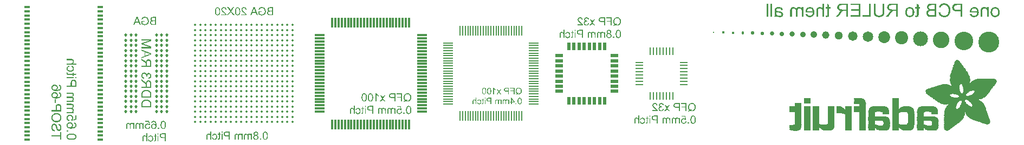
<source format=gbl>
G04 Layer_Physical_Order=2*
G04 Layer_Color=16711680*
%FSLAX25Y25*%
%MOIN*%
G70*
G01*
G75*
%ADD45R,0.04500X0.01000*%
%ADD46R,0.01000X0.04500*%
%ADD57C,0.12900*%
%ADD58C,0.11500*%
%ADD59C,0.10200*%
%ADD60C,0.09100*%
%ADD61C,0.08100*%
%ADD62C,0.07300*%
%ADD63C,0.06500*%
%ADD64C,0.05800*%
%ADD65C,0.05100*%
%ADD66C,0.04600*%
%ADD67C,0.04100*%
%ADD68C,0.03600*%
%ADD69C,0.03200*%
%ADD70C,0.02900*%
%ADD71C,0.02600*%
%ADD72C,0.02300*%
%ADD73C,0.02100*%
%ADD74C,0.01800*%
%ADD75C,0.01600*%
%ADD76C,0.01500*%
%ADD77C,0.01300*%
%ADD78R,0.06000X0.01200*%
%ADD79R,0.01200X0.06000*%
G04:AMPARAMS|DCode=80|XSize=14mil|YSize=14mil|CornerRadius=7mil|HoleSize=0mil|Usage=FLASHONLY|Rotation=180.000|XOffset=0mil|YOffset=0mil|HoleType=Round|Shape=RoundedRectangle|*
%AMROUNDEDRECTD80*
21,1,0.01400,0.00000,0,0,180.0*
21,1,0.00000,0.01400,0,0,180.0*
1,1,0.01400,0.00000,0.00000*
1,1,0.01400,0.00000,0.00000*
1,1,0.01400,0.00000,0.00000*
1,1,0.01400,0.00000,0.00000*
%
%ADD80ROUNDEDRECTD80*%
%ADD81R,0.06000X0.00800*%
%ADD82R,0.00800X0.06000*%
%ADD83R,0.05000X0.02200*%
%ADD84R,0.02200X0.05000*%
%ADD85R,0.03200X0.01400*%
G04:AMPARAMS|DCode=86|XSize=18mil|YSize=18mil|CornerRadius=9mil|HoleSize=0mil|Usage=FLASHONLY|Rotation=180.000|XOffset=0mil|YOffset=0mil|HoleType=Round|Shape=RoundedRectangle|*
%AMROUNDEDRECTD86*
21,1,0.01800,0.00000,0,0,180.0*
21,1,0.00000,0.01800,0,0,180.0*
1,1,0.01800,0.00000,0.00000*
1,1,0.01800,0.00000,0.00000*
1,1,0.01800,0.00000,0.00000*
1,1,0.01800,0.00000,0.00000*
%
%ADD86ROUNDEDRECTD86*%
%ADD87R,0.00900X0.00100*%
%ADD88R,0.02500X0.00100*%
%ADD89R,0.01500X0.00100*%
%ADD90R,0.04400X0.00100*%
%ADD91R,0.04200X0.00100*%
%ADD92R,0.03800X0.00100*%
%ADD93R,0.04500X0.00100*%
%ADD94R,0.04300X0.00100*%
%ADD95R,0.04100X0.00100*%
%ADD96R,0.04000X0.00100*%
%ADD97R,0.01800X0.00100*%
%ADD98R,0.05100X0.00100*%
%ADD99R,0.04600X0.00100*%
%ADD100R,0.04800X0.00100*%
%ADD101R,0.04700X0.00100*%
%ADD102R,0.02100X0.00100*%
%ADD103R,0.05700X0.00100*%
%ADD104R,0.05600X0.00100*%
%ADD105R,0.05200X0.00100*%
%ADD106R,0.02300X0.00100*%
%ADD107R,0.06000X0.00100*%
%ADD108R,0.05800X0.00100*%
%ADD109R,0.02600X0.00100*%
%ADD110R,0.06400X0.00100*%
%ADD111R,0.05900X0.00100*%
%ADD112R,0.06300X0.00100*%
%ADD113R,0.06200X0.00100*%
%ADD114R,0.02800X0.00100*%
%ADD115R,0.06700X0.00100*%
%ADD116R,0.03100X0.00100*%
%ADD117R,0.07000X0.00100*%
%ADD118R,0.06600X0.00100*%
%ADD119R,0.06500X0.00100*%
%ADD120R,0.03200X0.00100*%
%ADD121R,0.07300X0.00100*%
%ADD122R,0.06800X0.00100*%
%ADD123R,0.07200X0.00100*%
%ADD124R,0.03400X0.00100*%
%ADD125R,0.07500X0.00100*%
%ADD126R,0.07100X0.00100*%
%ADD127R,0.03600X0.00100*%
%ADD128R,0.07800X0.00100*%
%ADD129R,0.07700X0.00100*%
%ADD130R,0.03700X0.00100*%
%ADD131R,0.07900X0.00100*%
%ADD132R,0.03900X0.00100*%
%ADD133R,0.08100X0.00100*%
%ADD134R,0.08200X0.00100*%
%ADD135R,0.06900X0.00100*%
%ADD136R,0.08500X0.00100*%
%ADD137R,0.08400X0.00100*%
%ADD138R,0.08600X0.00100*%
%ADD139R,0.08300X0.00100*%
%ADD140R,0.08800X0.00100*%
%ADD141R,0.13100X0.00100*%
%ADD142R,0.08700X0.00100*%
%ADD143R,0.13200X0.00100*%
%ADD144R,0.04900X0.00100*%
%ADD145R,0.05300X0.00100*%
%ADD146R,0.13300X0.00100*%
%ADD147R,0.05500X0.00100*%
%ADD148R,0.13400X0.00100*%
%ADD149R,0.06100X0.00100*%
%ADD150R,0.13500X0.00100*%
%ADD151R,0.05400X0.00100*%
%ADD152R,0.05000X0.00100*%
%ADD153R,0.07400X0.00100*%
%ADD154R,0.00700X0.00100*%
%ADD155R,0.07600X0.00100*%
%ADD156R,0.01400X0.00100*%
%ADD157R,0.02000X0.00100*%
%ADD158R,0.02400X0.00100*%
%ADD159R,0.08900X0.00100*%
%ADD160R,0.09000X0.00100*%
%ADD161R,0.09200X0.00100*%
%ADD162R,0.09300X0.00100*%
%ADD163R,0.09400X0.00100*%
%ADD164R,0.09500X0.00100*%
%ADD165R,0.09700X0.00100*%
%ADD166R,0.09800X0.00100*%
%ADD167R,0.09900X0.00100*%
%ADD168R,0.10000X0.00100*%
%ADD169R,0.10100X0.00100*%
%ADD170R,0.10200X0.00100*%
%ADD171R,0.10300X0.00100*%
%ADD172R,0.10400X0.00100*%
%ADD173R,0.10500X0.00100*%
%ADD174R,0.10600X0.00100*%
%ADD175R,0.09600X0.00100*%
%ADD176R,0.10700X0.00100*%
%ADD177R,0.10800X0.00100*%
%ADD178R,0.10900X0.00100*%
%ADD179R,0.11000X0.00100*%
%ADD180R,0.11100X0.00100*%
%ADD181R,0.13000X0.00100*%
%ADD182R,0.11200X0.00100*%
%ADD183R,0.11300X0.00100*%
%ADD184R,0.12900X0.00100*%
%ADD185R,0.11400X0.00100*%
%ADD186R,0.12800X0.00100*%
%ADD187R,0.11500X0.00100*%
%ADD188R,0.11600X0.00100*%
%ADD189R,0.12700X0.00100*%
%ADD190R,0.11700X0.00100*%
%ADD191R,0.12600X0.00100*%
%ADD192R,0.12500X0.00100*%
%ADD193R,0.11900X0.00100*%
%ADD194R,0.12400X0.00100*%
%ADD195R,0.12000X0.00100*%
%ADD196R,0.11800X0.00100*%
%ADD197R,0.12300X0.00100*%
%ADD198R,0.12100X0.00100*%
%ADD199R,0.12200X0.00100*%
%ADD200R,0.03000X0.00100*%
%ADD201R,0.25800X0.00100*%
%ADD202R,0.25700X0.00100*%
%ADD203R,0.25600X0.00100*%
%ADD204R,0.25500X0.00100*%
%ADD205R,0.25400X0.00100*%
%ADD206R,0.25300X0.00100*%
%ADD207R,0.25200X0.00100*%
%ADD208R,0.25100X0.00100*%
%ADD209R,0.17600X0.00100*%
%ADD210R,0.17400X0.00100*%
%ADD211R,0.17200X0.00100*%
%ADD212R,0.17000X0.00100*%
%ADD213R,0.16900X0.00100*%
%ADD214R,0.16700X0.00100*%
%ADD215R,0.16600X0.00100*%
%ADD216R,0.16500X0.00100*%
%ADD217R,0.16300X0.00100*%
%ADD218R,0.16200X0.00100*%
%ADD219R,0.03500X0.00100*%
%ADD220R,0.16100X0.00100*%
%ADD221R,0.03300X0.00100*%
%ADD222R,0.16000X0.00100*%
%ADD223R,0.15900X0.00100*%
%ADD224R,0.15700X0.00100*%
%ADD225R,0.02700X0.00100*%
%ADD226R,0.08000X0.00100*%
%ADD227R,0.01900X0.00100*%
%ADD228R,0.02900X0.00100*%
%ADD229R,0.02200X0.00100*%
%ADD230R,0.13700X0.00100*%
%ADD231R,0.14000X0.00100*%
%ADD232R,0.14300X0.00100*%
%ADD233R,0.14500X0.00100*%
%ADD234R,0.14800X0.00100*%
%ADD235R,0.15200X0.00100*%
%ADD236R,0.18200X0.00100*%
%ADD237R,0.18300X0.00100*%
%ADD238R,0.18600X0.00100*%
%ADD239R,0.18800X0.00100*%
%ADD240R,0.19000X0.00100*%
%ADD241R,0.27500X0.00100*%
%ADD242R,0.28300X0.00100*%
%ADD243R,0.28800X0.00100*%
%ADD244R,0.29300X0.00100*%
%ADD245R,0.29800X0.00100*%
%ADD246R,0.30100X0.00100*%
%ADD247R,0.30400X0.00100*%
%ADD248R,0.30800X0.00100*%
%ADD249R,0.31200X0.00100*%
%ADD250R,0.31500X0.00100*%
%ADD251R,0.13800X0.00100*%
%ADD252R,0.14700X0.00100*%
%ADD253R,0.15400X0.00100*%
%ADD254R,0.24700X0.00100*%
%ADD255R,0.21700X0.00100*%
%ADD256R,0.09100X0.00100*%
%ADD257R,0.21600X0.00100*%
%ADD258R,0.21500X0.00100*%
%ADD259R,0.21400X0.00100*%
%ADD260R,0.21300X0.00100*%
%ADD261R,0.21200X0.00100*%
%ADD262R,0.21100X0.00100*%
%ADD263R,0.20900X0.00100*%
%ADD264R,0.20700X0.00100*%
%ADD265R,0.16800X0.00100*%
%ADD266R,0.20600X0.00100*%
%ADD267R,0.20500X0.00100*%
%ADD268R,0.20300X0.00100*%
%ADD269R,0.17100X0.00100*%
%ADD270R,0.20100X0.00100*%
%ADD271R,0.19900X0.00100*%
%ADD272R,0.19700X0.00100*%
%ADD273R,0.17300X0.00100*%
%ADD274R,0.19500X0.00100*%
%ADD275R,0.19200X0.00100*%
%ADD276R,0.18400X0.00100*%
%ADD277R,0.17700X0.00100*%
%ADD278R,0.18100X0.00100*%
%ADD279R,0.17800X0.00100*%
%ADD280R,0.17900X0.00100*%
%ADD281R,0.18500X0.00100*%
%ADD282R,0.18900X0.00100*%
%ADD283R,0.19100X0.00100*%
%ADD284R,0.19400X0.00100*%
%ADD285R,0.19600X0.00100*%
%ADD286R,0.20000X0.00100*%
%ADD287R,0.15800X0.00100*%
%ADD288R,0.15600X0.00100*%
%ADD289R,0.15500X0.00100*%
%ADD290R,0.15550X0.00100*%
%ADD291R,0.15450X0.00100*%
%ADD292R,0.15350X0.00100*%
%ADD293R,0.15150X0.00100*%
%ADD294R,0.15050X0.00100*%
%ADD295R,0.14950X0.00100*%
%ADD296R,0.14850X0.00100*%
%ADD297R,0.14650X0.00100*%
%ADD298R,0.14200X0.00100*%
%ADD299R,0.13600X0.00100*%
%ADD300R,0.01000X0.00100*%
G36*
X471579Y176974D02*
X471753Y176944D01*
X471911Y176899D01*
X472040Y176846D01*
X472146Y176786D01*
X472221Y176740D01*
X472252Y176725D01*
X472274Y176710D01*
X472282Y176695D01*
X472289D01*
X472418Y176574D01*
X472524Y176445D01*
X472614Y176309D01*
X472690Y176173D01*
X472751Y176052D01*
X472773Y175999D01*
X472788Y175954D01*
X472803Y175916D01*
X472819Y175886D01*
X472826Y175871D01*
Y175863D01*
X472856Y175757D01*
X472887Y175652D01*
X472924Y175417D01*
X472955Y175183D01*
X472977Y174956D01*
X472985Y174850D01*
X472992Y174752D01*
Y174669D01*
X473000Y174593D01*
Y174533D01*
Y174487D01*
Y174457D01*
Y174449D01*
X472992Y174200D01*
X472977Y173958D01*
X472955Y173746D01*
X472924Y173542D01*
X472887Y173361D01*
X472849Y173195D01*
X472803Y173043D01*
X472758Y172915D01*
X472713Y172794D01*
X472667Y172696D01*
X472630Y172612D01*
X472592Y172544D01*
X472562Y172491D01*
X472539Y172454D01*
X472524Y172431D01*
X472516Y172423D01*
X472433Y172333D01*
X472350Y172257D01*
X472259Y172189D01*
X472161Y172128D01*
X472070Y172083D01*
X471972Y172038D01*
X471790Y171977D01*
X471707Y171962D01*
X471632Y171947D01*
X471564Y171932D01*
X471503Y171924D01*
X471450Y171917D01*
X471382D01*
X471186Y171932D01*
X471012Y171962D01*
X470860Y172008D01*
X470724Y172061D01*
X470626Y172113D01*
X470543Y172159D01*
X470520Y172181D01*
X470498Y172189D01*
X470490Y172204D01*
X470482D01*
X470354Y172325D01*
X470248Y172461D01*
X470157Y172597D01*
X470082Y172733D01*
X470021Y172854D01*
X469999Y172900D01*
X469976Y172945D01*
X469961Y172983D01*
X469953Y173013D01*
X469946Y173028D01*
Y173036D01*
X469915Y173142D01*
X469885Y173247D01*
X469840Y173482D01*
X469810Y173716D01*
X469787Y173943D01*
X469779Y174049D01*
X469772Y174147D01*
Y174230D01*
X469764Y174306D01*
Y174366D01*
Y174412D01*
Y174442D01*
Y174449D01*
X469772Y174714D01*
Y174827D01*
X469779Y174941D01*
X469787Y175047D01*
X469802Y175145D01*
X469810Y175228D01*
X469817Y175311D01*
X469832Y175379D01*
X469840Y175447D01*
X469847Y175500D01*
X469863Y175538D01*
X469870Y175576D01*
Y175599D01*
X469878Y175614D01*
Y175621D01*
X469923Y175780D01*
X469976Y175924D01*
X470029Y176052D01*
X470074Y176158D01*
X470120Y176241D01*
X470157Y176309D01*
X470180Y176347D01*
X470188Y176362D01*
X470263Y176468D01*
X470346Y176559D01*
X470430Y176642D01*
X470505Y176710D01*
X470581Y176755D01*
X470634Y176793D01*
X470672Y176816D01*
X470687Y176823D01*
X470800Y176876D01*
X470921Y176922D01*
X471042Y176952D01*
X471148Y176967D01*
X471239Y176982D01*
X471314Y176990D01*
X471382D01*
X471579Y176974D01*
D02*
G37*
G36*
X445081Y172000D02*
X444469D01*
Y175599D01*
X445081D01*
Y172000D01*
D02*
G37*
G36*
X465727Y176982D02*
X465833Y176974D01*
X466037Y176929D01*
X466219Y176876D01*
X466362Y176808D01*
X466430Y176770D01*
X466483Y176740D01*
X466529Y176702D01*
X466574Y176680D01*
X466604Y176657D01*
X466627Y176634D01*
X466635Y176627D01*
X466642Y176619D01*
X466710Y176551D01*
X466771Y176476D01*
X466823Y176400D01*
X466861Y176317D01*
X466937Y176166D01*
X466982Y176022D01*
X467005Y175893D01*
X467013Y175840D01*
X467020Y175795D01*
X467028Y175757D01*
Y175727D01*
Y175712D01*
Y175704D01*
X467020Y175576D01*
X466997Y175462D01*
X466967Y175357D01*
X466937Y175266D01*
X466907Y175190D01*
X466876Y175137D01*
X466854Y175107D01*
X466846Y175092D01*
X466771Y175001D01*
X466680Y174926D01*
X466589Y174858D01*
X466491Y174797D01*
X466408Y174759D01*
X466340Y174722D01*
X466294Y174706D01*
X466287Y174699D01*
X466279D01*
X466438Y174646D01*
X466582Y174578D01*
X466703Y174502D01*
X466801Y174427D01*
X466876Y174359D01*
X466937Y174298D01*
X466967Y174260D01*
X466982Y174253D01*
Y174245D01*
X467065Y174117D01*
X467118Y173981D01*
X467164Y173845D01*
X467194Y173716D01*
X467209Y173610D01*
X467217Y173557D01*
Y173520D01*
X467224Y173482D01*
Y173459D01*
Y173444D01*
Y173436D01*
X467217Y173315D01*
X467202Y173202D01*
X467186Y173096D01*
X467156Y172990D01*
X467080Y172809D01*
X467043Y172726D01*
X466997Y172650D01*
X466960Y172582D01*
X466922Y172522D01*
X466884Y172469D01*
X466846Y172423D01*
X466816Y172393D01*
X466801Y172370D01*
X466786Y172355D01*
X466778Y172348D01*
X466687Y172272D01*
X466597Y172204D01*
X466498Y172151D01*
X466400Y172098D01*
X466302Y172061D01*
X466204Y172023D01*
X466015Y171970D01*
X465924Y171955D01*
X465848Y171940D01*
X465773Y171932D01*
X465712Y171924D01*
X465659Y171917D01*
X465591D01*
X465455Y171924D01*
X465327Y171932D01*
X465206Y171955D01*
X465100Y171985D01*
X464994Y172015D01*
X464896Y172053D01*
X464805Y172091D01*
X464722Y172136D01*
X464646Y172174D01*
X464586Y172212D01*
X464533Y172249D01*
X464487Y172280D01*
X464450Y172310D01*
X464427Y172333D01*
X464412Y172340D01*
X464404Y172348D01*
X464321Y172431D01*
X464253Y172514D01*
X464193Y172605D01*
X464140Y172696D01*
X464094Y172786D01*
X464064Y172877D01*
X464004Y173043D01*
X463973Y173195D01*
X463966Y173263D01*
X463958Y173315D01*
X463951Y173361D01*
Y173391D01*
Y173414D01*
Y173421D01*
X463958Y173588D01*
X463988Y173739D01*
X464026Y173875D01*
X464072Y173988D01*
X464117Y174087D01*
X464155Y174155D01*
X464185Y174200D01*
X464193Y174215D01*
X464291Y174328D01*
X464404Y174434D01*
X464518Y174518D01*
X464631Y174585D01*
X464729Y174631D01*
X464813Y174669D01*
X464843Y174684D01*
X464865Y174691D01*
X464881Y174699D01*
X464888D01*
X464760Y174752D01*
X464646Y174820D01*
X464548Y174880D01*
X464472Y174941D01*
X464412Y175001D01*
X464366Y175047D01*
X464344Y175077D01*
X464336Y175084D01*
X464276Y175183D01*
X464230Y175289D01*
X464200Y175387D01*
X464178Y175485D01*
X464162Y175568D01*
X464155Y175629D01*
Y175674D01*
Y175689D01*
X464162Y175788D01*
X464170Y175886D01*
X464215Y176060D01*
X464283Y176218D01*
X464351Y176355D01*
X464427Y176460D01*
X464465Y176506D01*
X464495Y176544D01*
X464518Y176574D01*
X464540Y176596D01*
X464548Y176604D01*
X464556Y176612D01*
X464631Y176680D01*
X464714Y176740D01*
X464797Y176786D01*
X464888Y176831D01*
X465062Y176899D01*
X465228Y176944D01*
X465379Y176967D01*
X465440Y176982D01*
X465500D01*
X465546Y176990D01*
X465606D01*
X465727Y176982D01*
D02*
G37*
G36*
X493992Y131732D02*
X494112Y131725D01*
X494339Y131679D01*
X494438Y131656D01*
X494536Y131626D01*
X494619Y131588D01*
X494695Y131558D01*
X494763Y131520D01*
X494823Y131490D01*
X494876Y131452D01*
X494921Y131430D01*
X494952Y131407D01*
X494974Y131384D01*
X494989Y131377D01*
X494997Y131369D01*
X495073Y131294D01*
X495133Y131218D01*
X495247Y131044D01*
X495330Y130870D01*
X495390Y130696D01*
X495435Y130545D01*
X495443Y130477D01*
X495458Y130417D01*
X495466Y130371D01*
X495473Y130333D01*
Y130311D01*
Y130303D01*
X494846Y130235D01*
X494831Y130402D01*
X494800Y130545D01*
X494763Y130666D01*
X494710Y130772D01*
X494664Y130855D01*
X494619Y130916D01*
X494589Y130946D01*
X494581Y130961D01*
X494475Y131052D01*
X494362Y131120D01*
X494241Y131165D01*
X494128Y131203D01*
X494029Y131218D01*
X493954Y131226D01*
X493924Y131233D01*
X493878D01*
X493727Y131226D01*
X493591Y131195D01*
X493477Y131158D01*
X493379Y131112D01*
X493304Y131059D01*
X493243Y131021D01*
X493213Y130991D01*
X493198Y130984D01*
X493107Y130885D01*
X493047Y130780D01*
X493001Y130681D01*
X492963Y130583D01*
X492948Y130500D01*
X492941Y130432D01*
X492933Y130386D01*
Y130379D01*
Y130371D01*
X492948Y130243D01*
X492978Y130107D01*
X493024Y129986D01*
X493077Y129872D01*
X493130Y129774D01*
X493175Y129698D01*
X493190Y129668D01*
X493205Y129646D01*
X493220Y129638D01*
Y129630D01*
X493281Y129555D01*
X493349Y129472D01*
X493425Y129388D01*
X493515Y129305D01*
X493697Y129131D01*
X493878Y128957D01*
X494044Y128814D01*
X494120Y128746D01*
X494188Y128693D01*
X494241Y128640D01*
X494279Y128610D01*
X494309Y128587D01*
X494317Y128579D01*
X494498Y128421D01*
X494664Y128277D01*
X494800Y128149D01*
X494914Y128043D01*
X495005Y127952D01*
X495065Y127884D01*
X495103Y127839D01*
X495118Y127831D01*
Y127823D01*
X495216Y127703D01*
X495292Y127589D01*
X495367Y127476D01*
X495420Y127377D01*
X495466Y127287D01*
X495496Y127226D01*
X495511Y127181D01*
X495519Y127173D01*
Y127166D01*
X495541Y127090D01*
X495564Y127015D01*
X495572Y126947D01*
X495579Y126886D01*
X495587Y126833D01*
Y126788D01*
Y126758D01*
Y126750D01*
X492298D01*
Y127332D01*
X494740D01*
X494657Y127453D01*
X494574Y127551D01*
X494536Y127597D01*
X494506Y127627D01*
X494490Y127650D01*
X494483Y127657D01*
X494445Y127695D01*
X494407Y127733D01*
X494309Y127823D01*
X494188Y127929D01*
X494075Y128035D01*
X493961Y128133D01*
X493871Y128209D01*
X493833Y128239D01*
X493802Y128262D01*
X493787Y128277D01*
X493780Y128285D01*
X493659Y128391D01*
X493553Y128481D01*
X493447Y128572D01*
X493357Y128655D01*
X493273Y128738D01*
X493198Y128806D01*
X493122Y128874D01*
X493062Y128935D01*
X493009Y128988D01*
X492963Y129033D01*
X492895Y129101D01*
X492858Y129147D01*
X492842Y129162D01*
X492744Y129283D01*
X492653Y129388D01*
X492585Y129494D01*
X492532Y129585D01*
X492487Y129661D01*
X492457Y129713D01*
X492442Y129751D01*
X492434Y129766D01*
X492389Y129872D01*
X492359Y129978D01*
X492336Y130076D01*
X492321Y130167D01*
X492313Y130243D01*
X492306Y130303D01*
Y130341D01*
Y130356D01*
X492313Y130462D01*
X492321Y130568D01*
X492374Y130757D01*
X492442Y130923D01*
X492517Y131067D01*
X492593Y131180D01*
X492631Y131226D01*
X492661Y131271D01*
X492691Y131301D01*
X492714Y131324D01*
X492721Y131331D01*
X492729Y131339D01*
X492812Y131407D01*
X492895Y131475D01*
X492986Y131528D01*
X493084Y131573D01*
X493273Y131641D01*
X493455Y131687D01*
X493538Y131709D01*
X493613Y131717D01*
X493682Y131725D01*
X493742Y131732D01*
X493795Y131740D01*
X493863D01*
X493992Y131732D01*
D02*
G37*
G36*
X498013Y131725D02*
X498202Y131687D01*
X498376Y131634D01*
X498520Y131573D01*
X498633Y131505D01*
X498679Y131475D01*
X498716Y131452D01*
X498754Y131430D01*
X498777Y131414D01*
X498785Y131407D01*
X498792Y131399D01*
X498928Y131263D01*
X499034Y131112D01*
X499125Y130953D01*
X499185Y130802D01*
X499238Y130666D01*
X499253Y130606D01*
X499268Y130553D01*
X499276Y130515D01*
X499284Y130485D01*
X499291Y130462D01*
Y130454D01*
X498679Y130349D01*
X498649Y130507D01*
X498603Y130643D01*
X498558Y130757D01*
X498505Y130848D01*
X498459Y130923D01*
X498422Y130976D01*
X498391Y131006D01*
X498384Y131014D01*
X498286Y131089D01*
X498187Y131142D01*
X498089Y131188D01*
X497991Y131210D01*
X497915Y131226D01*
X497847Y131241D01*
X497787D01*
X497658Y131233D01*
X497545Y131203D01*
X497446Y131173D01*
X497363Y131127D01*
X497295Y131089D01*
X497242Y131052D01*
X497212Y131021D01*
X497204Y131014D01*
X497129Y130931D01*
X497076Y130832D01*
X497031Y130742D01*
X497008Y130658D01*
X496993Y130575D01*
X496978Y130515D01*
Y130477D01*
Y130470D01*
Y130462D01*
X496993Y130311D01*
X497031Y130182D01*
X497076Y130076D01*
X497136Y129993D01*
X497197Y129925D01*
X497242Y129872D01*
X497280Y129842D01*
X497295Y129834D01*
X497416Y129766D01*
X497537Y129721D01*
X497651Y129683D01*
X497756Y129661D01*
X497855Y129646D01*
X497923Y129638D01*
X498021D01*
X498051Y129646D01*
X498089D01*
X498157Y129109D01*
X498066Y129131D01*
X497983Y129147D01*
X497908Y129154D01*
X497847Y129162D01*
X497794Y129169D01*
X497726D01*
X497575Y129154D01*
X497446Y129124D01*
X497326Y129086D01*
X497227Y129033D01*
X497144Y128980D01*
X497084Y128942D01*
X497053Y128912D01*
X497038Y128897D01*
X496947Y128791D01*
X496879Y128678D01*
X496827Y128557D01*
X496796Y128451D01*
X496774Y128353D01*
X496766Y128277D01*
X496759Y128247D01*
Y128224D01*
Y128217D01*
Y128209D01*
X496774Y128050D01*
X496804Y127907D01*
X496849Y127778D01*
X496902Y127672D01*
X496963Y127582D01*
X497008Y127521D01*
X497038Y127483D01*
X497053Y127468D01*
X497167Y127370D01*
X497288Y127294D01*
X497409Y127249D01*
X497530Y127211D01*
X497628Y127189D01*
X497704Y127181D01*
X497734Y127173D01*
X497779D01*
X497908Y127181D01*
X498029Y127211D01*
X498134Y127249D01*
X498218Y127287D01*
X498293Y127332D01*
X498346Y127362D01*
X498376Y127393D01*
X498391Y127400D01*
X498475Y127498D01*
X498550Y127612D01*
X498611Y127740D01*
X498656Y127861D01*
X498694Y127975D01*
X498716Y128065D01*
X498732Y128096D01*
Y128126D01*
X498739Y128141D01*
Y128149D01*
X499352Y128065D01*
X499336Y127952D01*
X499314Y127846D01*
X499246Y127650D01*
X499170Y127476D01*
X499079Y127325D01*
X499042Y127264D01*
X498996Y127211D01*
X498958Y127166D01*
X498928Y127120D01*
X498898Y127090D01*
X498875Y127067D01*
X498868Y127060D01*
X498860Y127052D01*
X498777Y126984D01*
X498686Y126924D01*
X498603Y126871D01*
X498512Y126833D01*
X498331Y126758D01*
X498157Y126712D01*
X498081Y126697D01*
X498006Y126690D01*
X497945Y126682D01*
X497885Y126674D01*
X497840Y126667D01*
X497779D01*
X497651Y126674D01*
X497522Y126690D01*
X497401Y126705D01*
X497288Y126735D01*
X497182Y126773D01*
X497084Y126811D01*
X496993Y126848D01*
X496910Y126894D01*
X496842Y126931D01*
X496774Y126969D01*
X496713Y127007D01*
X496668Y127045D01*
X496630Y127075D01*
X496607Y127090D01*
X496592Y127105D01*
X496585Y127113D01*
X496501Y127204D01*
X496426Y127294D01*
X496365Y127385D01*
X496312Y127476D01*
X496259Y127567D01*
X496222Y127665D01*
X496169Y127839D01*
X496146Y127914D01*
X496131Y127990D01*
X496123Y128050D01*
X496116Y128111D01*
X496108Y128156D01*
Y128186D01*
Y128209D01*
Y128217D01*
X496116Y128391D01*
X496146Y128549D01*
X496184Y128685D01*
X496229Y128799D01*
X496282Y128890D01*
X496320Y128957D01*
X496350Y129003D01*
X496358Y129018D01*
X496456Y129131D01*
X496569Y129222D01*
X496683Y129298D01*
X496789Y129351D01*
X496887Y129396D01*
X496963Y129419D01*
X496993Y129434D01*
X497015D01*
X497031Y129441D01*
X497038D01*
X496917Y129502D01*
X496811Y129577D01*
X496728Y129646D01*
X496653Y129713D01*
X496600Y129774D01*
X496554Y129819D01*
X496532Y129850D01*
X496524Y129865D01*
X496464Y129963D01*
X496426Y130069D01*
X496396Y130167D01*
X496373Y130258D01*
X496358Y130333D01*
X496350Y130394D01*
Y130432D01*
Y130447D01*
X496358Y130575D01*
X496381Y130689D01*
X496411Y130795D01*
X496441Y130893D01*
X496471Y130968D01*
X496501Y131029D01*
X496524Y131067D01*
X496532Y131082D01*
X496607Y131188D01*
X496690Y131286D01*
X496781Y131369D01*
X496864Y131437D01*
X496940Y131490D01*
X497000Y131528D01*
X497046Y131551D01*
X497053Y131558D01*
X497061D01*
X497189Y131619D01*
X497318Y131664D01*
X497446Y131694D01*
X497560Y131717D01*
X497658Y131732D01*
X497734Y131740D01*
X497908D01*
X498013Y131725D01*
D02*
G37*
G36*
X449632Y172000D02*
X448974D01*
Y174026D01*
X447704D01*
X447515Y174034D01*
X447341Y174041D01*
X447183Y174064D01*
X447031Y174094D01*
X446903Y174124D01*
X446782Y174162D01*
X446676Y174200D01*
X446585Y174245D01*
X446502Y174283D01*
X446434Y174321D01*
X446381Y174359D01*
X446328Y174389D01*
X446298Y174419D01*
X446275Y174442D01*
X446260Y174449D01*
X446253Y174457D01*
X446177Y174540D01*
X446117Y174631D01*
X446064Y174722D01*
X446018Y174812D01*
X445943Y174986D01*
X445897Y175160D01*
X445875Y175236D01*
X445867Y175304D01*
X445860Y175372D01*
X445852Y175425D01*
X445845Y175470D01*
Y175500D01*
Y175523D01*
Y175531D01*
X445852Y175667D01*
X445867Y175795D01*
X445890Y175909D01*
X445920Y176007D01*
X445950Y176090D01*
X445973Y176150D01*
X445988Y176188D01*
X445996Y176203D01*
X446056Y176317D01*
X446124Y176408D01*
X446192Y176491D01*
X446253Y176559D01*
X446306Y176612D01*
X446351Y176649D01*
X446389Y176672D01*
X446396Y176680D01*
X446495Y176740D01*
X446600Y176793D01*
X446699Y176831D01*
X446797Y176861D01*
X446880Y176884D01*
X446948Y176899D01*
X446994Y176914D01*
X447009D01*
X447115Y176929D01*
X447235Y176944D01*
X447364Y176952D01*
X447485Y176959D01*
X447598Y176967D01*
X449632D01*
Y172000D01*
D02*
G37*
G36*
X455907Y175674D02*
X456035Y175659D01*
X456141Y175629D01*
X456240Y175599D01*
X456315Y175568D01*
X456376Y175538D01*
X456413Y175523D01*
X456428Y175515D01*
X456527Y175455D01*
X456617Y175379D01*
X456693Y175311D01*
X456754Y175243D01*
X456807Y175183D01*
X456844Y175137D01*
X456867Y175107D01*
X456875Y175092D01*
Y175599D01*
X457419D01*
Y172000D01*
X456807D01*
Y173867D01*
X456799Y174041D01*
X456791Y174192D01*
X456776Y174321D01*
X456754Y174427D01*
X456738Y174510D01*
X456723Y174570D01*
X456716Y174601D01*
X456708Y174616D01*
X456663Y174706D01*
X456617Y174790D01*
X456565Y174858D01*
X456512Y174918D01*
X456466Y174956D01*
X456428Y174994D01*
X456398Y175009D01*
X456391Y175016D01*
X456308Y175062D01*
X456224Y175092D01*
X456141Y175122D01*
X456073Y175137D01*
X456005Y175145D01*
X455960Y175153D01*
X455914D01*
X455793Y175145D01*
X455695Y175122D01*
X455612Y175084D01*
X455544Y175054D01*
X455491Y175016D01*
X455461Y174979D01*
X455438Y174956D01*
X455431Y174948D01*
X455378Y174865D01*
X455340Y174767D01*
X455317Y174669D01*
X455295Y174563D01*
X455287Y174480D01*
X455279Y174404D01*
Y174374D01*
Y174351D01*
Y174344D01*
Y174336D01*
Y172000D01*
X454667D01*
Y174087D01*
X454659Y174283D01*
X454629Y174449D01*
X454591Y174585D01*
X454538Y174699D01*
X454493Y174790D01*
X454455Y174850D01*
X454425Y174880D01*
X454418Y174896D01*
X454319Y174979D01*
X454206Y175047D01*
X454100Y175092D01*
X454002Y175122D01*
X453919Y175137D01*
X453843Y175153D01*
X453783D01*
X453707Y175145D01*
X453639Y175137D01*
X453571Y175122D01*
X453518Y175107D01*
X453480Y175084D01*
X453450Y175069D01*
X453427Y175062D01*
X453420Y175054D01*
X453367Y175016D01*
X453321Y174971D01*
X453284Y174926D01*
X453253Y174888D01*
X453231Y174850D01*
X453216Y174820D01*
X453200Y174797D01*
Y174790D01*
X453178Y174722D01*
X453163Y174638D01*
X453147Y174465D01*
X453140Y174389D01*
Y174321D01*
Y174276D01*
Y174268D01*
Y174260D01*
Y172000D01*
X452528D01*
Y174465D01*
Y174578D01*
X452543Y174684D01*
X452573Y174873D01*
X452618Y175024D01*
X452671Y175153D01*
X452732Y175251D01*
X452777Y175326D01*
X452807Y175364D01*
X452822Y175379D01*
X452943Y175478D01*
X453072Y175553D01*
X453208Y175606D01*
X453344Y175644D01*
X453457Y175667D01*
X453510Y175674D01*
X453556D01*
X453593Y175682D01*
X453646D01*
X453775Y175674D01*
X453888Y175652D01*
X454002Y175621D01*
X454108Y175583D01*
X454304Y175478D01*
X454387Y175425D01*
X454463Y175364D01*
X454531Y175304D01*
X454591Y175251D01*
X454644Y175198D01*
X454690Y175145D01*
X454720Y175107D01*
X454743Y175077D01*
X454758Y175054D01*
X454765Y175047D01*
X454811Y175153D01*
X454864Y175251D01*
X454924Y175326D01*
X454985Y175394D01*
X455037Y175447D01*
X455083Y175485D01*
X455113Y175508D01*
X455128Y175515D01*
X455226Y175568D01*
X455332Y175614D01*
X455446Y175644D01*
X455544Y175659D01*
X455635Y175674D01*
X455710Y175682D01*
X455778D01*
X455907Y175674D01*
D02*
G37*
G36*
X461683D02*
X461811Y175659D01*
X461917Y175629D01*
X462015Y175599D01*
X462091Y175568D01*
X462151Y175538D01*
X462189Y175523D01*
X462204Y175515D01*
X462303Y175455D01*
X462393Y175379D01*
X462469Y175311D01*
X462529Y175243D01*
X462582Y175183D01*
X462620Y175137D01*
X462643Y175107D01*
X462650Y175092D01*
Y175599D01*
X463195D01*
Y172000D01*
X462582D01*
Y173867D01*
X462575Y174041D01*
X462567Y174192D01*
X462552Y174321D01*
X462529Y174427D01*
X462514Y174510D01*
X462499Y174570D01*
X462492Y174601D01*
X462484Y174616D01*
X462439Y174706D01*
X462393Y174790D01*
X462340Y174858D01*
X462288Y174918D01*
X462242Y174956D01*
X462204Y174994D01*
X462174Y175009D01*
X462167Y175016D01*
X462083Y175062D01*
X462000Y175092D01*
X461917Y175122D01*
X461849Y175137D01*
X461781Y175145D01*
X461736Y175153D01*
X461690D01*
X461569Y175145D01*
X461471Y175122D01*
X461388Y175084D01*
X461320Y175054D01*
X461267Y175016D01*
X461237Y174979D01*
X461214Y174956D01*
X461206Y174948D01*
X461154Y174865D01*
X461116Y174767D01*
X461093Y174669D01*
X461070Y174563D01*
X461063Y174480D01*
X461055Y174404D01*
Y174374D01*
Y174351D01*
Y174344D01*
Y174336D01*
Y172000D01*
X460443D01*
Y174087D01*
X460435Y174283D01*
X460405Y174449D01*
X460367Y174585D01*
X460314Y174699D01*
X460269Y174790D01*
X460231Y174850D01*
X460201Y174880D01*
X460193Y174896D01*
X460095Y174979D01*
X459982Y175047D01*
X459876Y175092D01*
X459778Y175122D01*
X459694Y175137D01*
X459619Y175153D01*
X459558D01*
X459483Y175145D01*
X459415Y175137D01*
X459347Y175122D01*
X459294Y175107D01*
X459256Y175084D01*
X459226Y175069D01*
X459203Y175062D01*
X459195Y175054D01*
X459142Y175016D01*
X459097Y174971D01*
X459059Y174926D01*
X459029Y174888D01*
X459006Y174850D01*
X458991Y174820D01*
X458976Y174797D01*
Y174790D01*
X458954Y174722D01*
X458938Y174638D01*
X458923Y174465D01*
X458916Y174389D01*
Y174321D01*
Y174276D01*
Y174268D01*
Y174260D01*
Y172000D01*
X458303D01*
Y174465D01*
Y174578D01*
X458319Y174684D01*
X458349Y174873D01*
X458394Y175024D01*
X458447Y175153D01*
X458507Y175251D01*
X458553Y175326D01*
X458583Y175364D01*
X458598Y175379D01*
X458719Y175478D01*
X458848Y175553D01*
X458984Y175606D01*
X459120Y175644D01*
X459233Y175667D01*
X459286Y175674D01*
X459332D01*
X459369Y175682D01*
X459422D01*
X459551Y175674D01*
X459664Y175652D01*
X459778Y175621D01*
X459883Y175583D01*
X460080Y175478D01*
X460163Y175425D01*
X460239Y175364D01*
X460307Y175304D01*
X460367Y175251D01*
X460420Y175198D01*
X460465Y175145D01*
X460496Y175107D01*
X460518Y175077D01*
X460534Y175054D01*
X460541Y175047D01*
X460587Y175153D01*
X460639Y175251D01*
X460700Y175326D01*
X460760Y175394D01*
X460813Y175447D01*
X460859Y175485D01*
X460889Y175508D01*
X460904Y175515D01*
X461002Y175568D01*
X461108Y175614D01*
X461222Y175644D01*
X461320Y175659D01*
X461411Y175674D01*
X461486Y175682D01*
X461554D01*
X461683Y175674D01*
D02*
G37*
G36*
X443440Y176483D02*
Y175599D01*
X443894D01*
Y175122D01*
X443440D01*
Y173051D01*
Y172953D01*
Y172862D01*
X443433Y172779D01*
Y172703D01*
X443425Y172635D01*
X443418Y172582D01*
X443403Y172484D01*
X443395Y172408D01*
X443380Y172363D01*
X443372Y172333D01*
Y172325D01*
X443342Y172265D01*
X443297Y172212D01*
X443259Y172166D01*
X443214Y172128D01*
X443176Y172098D01*
X443146Y172076D01*
X443123Y172061D01*
X443115Y172053D01*
X443040Y172023D01*
X442957Y172000D01*
X442866Y171977D01*
X442783Y171970D01*
X442707Y171962D01*
X442647Y171955D01*
X442594D01*
X442435Y171962D01*
X442359Y171970D01*
X442291Y171985D01*
X442223Y171992D01*
X442178Y172000D01*
X442148Y172008D01*
X442133D01*
X442216Y172544D01*
X442329Y172529D01*
X442374D01*
X442412Y172522D01*
X442488D01*
X442579Y172529D01*
X442647Y172544D01*
X442684Y172552D01*
X442699Y172559D01*
X442745Y172597D01*
X442775Y172635D01*
X442790Y172665D01*
X442798Y172680D01*
X442805Y172718D01*
X442813Y172764D01*
X442821Y172877D01*
X442828Y172930D01*
Y172975D01*
Y173005D01*
Y173013D01*
Y175122D01*
X442216D01*
Y175599D01*
X442828D01*
Y176854D01*
X443440Y176483D01*
D02*
G37*
G36*
X468804Y172000D02*
X468109D01*
Y172696D01*
X468804D01*
Y172000D01*
D02*
G37*
G36*
X440333Y175674D02*
X440492Y175652D01*
X440643Y175614D01*
X440764Y175576D01*
X440870Y175531D01*
X440953Y175500D01*
X440983Y175485D01*
X441006Y175470D01*
X441014Y175462D01*
X441021D01*
X441157Y175372D01*
X441278Y175266D01*
X441376Y175160D01*
X441460Y175054D01*
X441520Y174956D01*
X441566Y174880D01*
X441581Y174850D01*
X441596Y174827D01*
X441603Y174812D01*
Y174805D01*
X441664Y174638D01*
X441709Y174457D01*
X441747Y174291D01*
X441770Y174132D01*
X441785Y173988D01*
Y173935D01*
X441792Y173882D01*
Y173845D01*
Y173807D01*
Y173792D01*
Y173784D01*
X441785Y173618D01*
X441770Y173467D01*
X441754Y173315D01*
X441724Y173187D01*
X441686Y173058D01*
X441649Y172945D01*
X441611Y172839D01*
X441566Y172748D01*
X441528Y172665D01*
X441490Y172597D01*
X441452Y172537D01*
X441414Y172484D01*
X441384Y172446D01*
X441369Y172416D01*
X441354Y172401D01*
X441346Y172393D01*
X441256Y172310D01*
X441165Y172234D01*
X441074Y172174D01*
X440976Y172121D01*
X440878Y172076D01*
X440779Y172030D01*
X440590Y171977D01*
X440500Y171955D01*
X440424Y171940D01*
X440348Y171932D01*
X440288Y171924D01*
X440235Y171917D01*
X440167D01*
X440061Y171924D01*
X439955Y171932D01*
X439766Y171970D01*
X439592Y172030D01*
X439449Y172091D01*
X439335Y172151D01*
X439290Y172181D01*
X439245Y172212D01*
X439214Y172234D01*
X439192Y172249D01*
X439184Y172265D01*
X439177D01*
X439041Y172408D01*
X438927Y172559D01*
X438836Y172726D01*
X438768Y172877D01*
X438723Y173021D01*
X438708Y173081D01*
X438693Y173134D01*
X438685Y173172D01*
X438678Y173202D01*
X438670Y173225D01*
Y173232D01*
X439267Y173315D01*
X439297Y173157D01*
X439343Y173013D01*
X439396Y172900D01*
X439449Y172801D01*
X439494Y172726D01*
X439539Y172680D01*
X439570Y172643D01*
X439577Y172635D01*
X439668Y172559D01*
X439766Y172506D01*
X439872Y172469D01*
X439963Y172446D01*
X440046Y172431D01*
X440114Y172416D01*
X440174D01*
X440258Y172423D01*
X440333Y172431D01*
X440469Y172469D01*
X440598Y172522D01*
X440696Y172582D01*
X440779Y172635D01*
X440840Y172688D01*
X440878Y172726D01*
X440893Y172741D01*
X440938Y172809D01*
X440983Y172885D01*
X441051Y173043D01*
X441097Y173225D01*
X441127Y173399D01*
X441150Y173550D01*
X441157Y173618D01*
Y173678D01*
X441165Y173731D01*
Y173769D01*
Y173792D01*
Y173799D01*
Y173928D01*
X441150Y174049D01*
X441142Y174162D01*
X441119Y174268D01*
X441097Y174359D01*
X441074Y174449D01*
X441051Y174525D01*
X441021Y174593D01*
X440999Y174654D01*
X440976Y174706D01*
X440953Y174752D01*
X440931Y174790D01*
X440908Y174812D01*
X440900Y174835D01*
X440885Y174850D01*
X440832Y174911D01*
X440772Y174963D01*
X440643Y175039D01*
X440522Y175100D01*
X440401Y175145D01*
X440295Y175168D01*
X440212Y175175D01*
X440182Y175183D01*
X440137D01*
X440031Y175175D01*
X439925Y175153D01*
X439842Y175122D01*
X439766Y175092D01*
X439706Y175054D01*
X439660Y175024D01*
X439630Y175001D01*
X439623Y174994D01*
X439547Y174918D01*
X439487Y174835D01*
X439434Y174744D01*
X439388Y174654D01*
X439358Y174570D01*
X439335Y174510D01*
X439328Y174465D01*
X439320Y174457D01*
Y174449D01*
X438730Y174540D01*
X438783Y174729D01*
X438851Y174903D01*
X438927Y175047D01*
X439010Y175168D01*
X439086Y175258D01*
X439146Y175326D01*
X439192Y175364D01*
X439199Y175379D01*
X439207D01*
X439350Y175478D01*
X439509Y175553D01*
X439676Y175606D01*
X439827Y175644D01*
X439963Y175667D01*
X440016Y175674D01*
X440069D01*
X440106Y175682D01*
X440167D01*
X440333Y175674D01*
D02*
G37*
G36*
X501907Y122674D02*
X502035Y122659D01*
X502141Y122629D01*
X502240Y122599D01*
X502315Y122568D01*
X502376Y122538D01*
X502413Y122523D01*
X502428Y122515D01*
X502527Y122455D01*
X502618Y122379D01*
X502693Y122311D01*
X502754Y122243D01*
X502807Y122183D01*
X502844Y122137D01*
X502867Y122107D01*
X502875Y122092D01*
Y122599D01*
X503419D01*
Y119000D01*
X502807D01*
Y120867D01*
X502799Y121041D01*
X502791Y121192D01*
X502776Y121321D01*
X502754Y121427D01*
X502738Y121510D01*
X502723Y121570D01*
X502716Y121601D01*
X502708Y121616D01*
X502663Y121706D01*
X502618Y121790D01*
X502565Y121858D01*
X502512Y121918D01*
X502466Y121956D01*
X502428Y121994D01*
X502398Y122009D01*
X502391Y122016D01*
X502308Y122062D01*
X502224Y122092D01*
X502141Y122122D01*
X502073Y122137D01*
X502005Y122145D01*
X501960Y122152D01*
X501914D01*
X501793Y122145D01*
X501695Y122122D01*
X501612Y122084D01*
X501544Y122054D01*
X501491Y122016D01*
X501461Y121979D01*
X501438Y121956D01*
X501431Y121948D01*
X501378Y121865D01*
X501340Y121767D01*
X501317Y121669D01*
X501295Y121563D01*
X501287Y121480D01*
X501279Y121404D01*
Y121374D01*
Y121351D01*
Y121344D01*
Y121336D01*
Y119000D01*
X500667D01*
Y121087D01*
X500659Y121283D01*
X500629Y121449D01*
X500591Y121586D01*
X500538Y121699D01*
X500493Y121790D01*
X500455Y121850D01*
X500425Y121880D01*
X500418Y121896D01*
X500319Y121979D01*
X500206Y122047D01*
X500100Y122092D01*
X500002Y122122D01*
X499919Y122137D01*
X499843Y122152D01*
X499783D01*
X499707Y122145D01*
X499639Y122137D01*
X499571Y122122D01*
X499518Y122107D01*
X499480Y122084D01*
X499450Y122069D01*
X499427Y122062D01*
X499420Y122054D01*
X499367Y122016D01*
X499321Y121971D01*
X499284Y121926D01*
X499253Y121888D01*
X499231Y121850D01*
X499216Y121820D01*
X499200Y121797D01*
Y121790D01*
X499178Y121722D01*
X499163Y121638D01*
X499147Y121465D01*
X499140Y121389D01*
Y121321D01*
Y121276D01*
Y121268D01*
Y121260D01*
Y119000D01*
X498527D01*
Y121465D01*
Y121578D01*
X498543Y121684D01*
X498573Y121873D01*
X498618Y122024D01*
X498671Y122152D01*
X498732Y122251D01*
X498777Y122326D01*
X498807Y122364D01*
X498822Y122379D01*
X498943Y122478D01*
X499072Y122553D01*
X499208Y122606D01*
X499344Y122644D01*
X499457Y122667D01*
X499510Y122674D01*
X499556D01*
X499593Y122682D01*
X499646D01*
X499775Y122674D01*
X499888Y122652D01*
X500002Y122621D01*
X500108Y122583D01*
X500304Y122478D01*
X500387Y122425D01*
X500463Y122364D01*
X500531Y122304D01*
X500591Y122251D01*
X500644Y122198D01*
X500690Y122145D01*
X500720Y122107D01*
X500743Y122077D01*
X500758Y122054D01*
X500765Y122047D01*
X500811Y122152D01*
X500864Y122251D01*
X500924Y122326D01*
X500984Y122394D01*
X501037Y122447D01*
X501083Y122485D01*
X501113Y122508D01*
X501128Y122515D01*
X501226Y122568D01*
X501332Y122614D01*
X501446Y122644D01*
X501544Y122659D01*
X501635Y122674D01*
X501710Y122682D01*
X501778D01*
X501907Y122674D01*
D02*
G37*
G36*
X507683D02*
X507811Y122659D01*
X507917Y122629D01*
X508015Y122599D01*
X508091Y122568D01*
X508151Y122538D01*
X508189Y122523D01*
X508204Y122515D01*
X508303Y122455D01*
X508393Y122379D01*
X508469Y122311D01*
X508529Y122243D01*
X508582Y122183D01*
X508620Y122137D01*
X508643Y122107D01*
X508650Y122092D01*
Y122599D01*
X509195D01*
Y119000D01*
X508582D01*
Y120867D01*
X508575Y121041D01*
X508567Y121192D01*
X508552Y121321D01*
X508529Y121427D01*
X508514Y121510D01*
X508499Y121570D01*
X508492Y121601D01*
X508484Y121616D01*
X508439Y121706D01*
X508393Y121790D01*
X508340Y121858D01*
X508287Y121918D01*
X508242Y121956D01*
X508204Y121994D01*
X508174Y122009D01*
X508167Y122016D01*
X508083Y122062D01*
X508000Y122092D01*
X507917Y122122D01*
X507849Y122137D01*
X507781Y122145D01*
X507736Y122152D01*
X507690D01*
X507569Y122145D01*
X507471Y122122D01*
X507388Y122084D01*
X507320Y122054D01*
X507267Y122016D01*
X507237Y121979D01*
X507214Y121956D01*
X507206Y121948D01*
X507154Y121865D01*
X507116Y121767D01*
X507093Y121669D01*
X507070Y121563D01*
X507063Y121480D01*
X507055Y121404D01*
Y121374D01*
Y121351D01*
Y121344D01*
Y121336D01*
Y119000D01*
X506443D01*
Y121087D01*
X506435Y121283D01*
X506405Y121449D01*
X506367Y121586D01*
X506314Y121699D01*
X506269Y121790D01*
X506231Y121850D01*
X506201Y121880D01*
X506193Y121896D01*
X506095Y121979D01*
X505982Y122047D01*
X505876Y122092D01*
X505778Y122122D01*
X505694Y122137D01*
X505619Y122152D01*
X505558D01*
X505483Y122145D01*
X505415Y122137D01*
X505347Y122122D01*
X505294Y122107D01*
X505256Y122084D01*
X505226Y122069D01*
X505203Y122062D01*
X505195Y122054D01*
X505142Y122016D01*
X505097Y121971D01*
X505059Y121926D01*
X505029Y121888D01*
X505006Y121850D01*
X504991Y121820D01*
X504976Y121797D01*
Y121790D01*
X504953Y121722D01*
X504938Y121638D01*
X504923Y121465D01*
X504916Y121389D01*
Y121321D01*
Y121276D01*
Y121268D01*
Y121260D01*
Y119000D01*
X504303D01*
Y121465D01*
Y121578D01*
X504319Y121684D01*
X504349Y121873D01*
X504394Y122024D01*
X504447Y122152D01*
X504507Y122251D01*
X504553Y122326D01*
X504583Y122364D01*
X504598Y122379D01*
X504719Y122478D01*
X504848Y122553D01*
X504984Y122606D01*
X505120Y122644D01*
X505233Y122667D01*
X505286Y122674D01*
X505332D01*
X505369Y122682D01*
X505422D01*
X505551Y122674D01*
X505664Y122652D01*
X505778Y122621D01*
X505883Y122583D01*
X506080Y122478D01*
X506163Y122425D01*
X506239Y122364D01*
X506307Y122304D01*
X506367Y122251D01*
X506420Y122198D01*
X506465Y122145D01*
X506496Y122107D01*
X506518Y122077D01*
X506534Y122054D01*
X506541Y122047D01*
X506587Y122152D01*
X506639Y122251D01*
X506700Y122326D01*
X506760Y122394D01*
X506813Y122447D01*
X506859Y122485D01*
X506889Y122508D01*
X506904Y122515D01*
X507002Y122568D01*
X507108Y122614D01*
X507222Y122644D01*
X507320Y122659D01*
X507410Y122674D01*
X507486Y122682D01*
X507554D01*
X507683Y122674D01*
D02*
G37*
G36*
X513111Y121344D02*
X512536Y121260D01*
X512483Y121336D01*
X512423Y121404D01*
X512362Y121465D01*
X512309Y121518D01*
X512256Y121555D01*
X512211Y121586D01*
X512181Y121601D01*
X512173Y121608D01*
X512083Y121654D01*
X511992Y121691D01*
X511901Y121714D01*
X511818Y121737D01*
X511742Y121744D01*
X511690Y121752D01*
X511637D01*
X511470Y121737D01*
X511319Y121706D01*
X511183Y121654D01*
X511077Y121601D01*
X510986Y121548D01*
X510926Y121495D01*
X510888Y121465D01*
X510873Y121449D01*
X510775Y121328D01*
X510699Y121192D01*
X510646Y121056D01*
X510616Y120928D01*
X510593Y120807D01*
X510586Y120754D01*
Y120709D01*
X510578Y120678D01*
Y120648D01*
Y120633D01*
Y120625D01*
X510593Y120429D01*
X510624Y120255D01*
X510676Y120104D01*
X510729Y119975D01*
X510782Y119877D01*
X510835Y119801D01*
X510865Y119756D01*
X510881Y119748D01*
Y119741D01*
X510941Y119680D01*
X511001Y119635D01*
X511123Y119552D01*
X511251Y119499D01*
X511364Y119454D01*
X511470Y119431D01*
X511553Y119423D01*
X511584Y119416D01*
X511629D01*
X511758Y119423D01*
X511878Y119454D01*
X511984Y119491D01*
X512075Y119529D01*
X512151Y119575D01*
X512204Y119605D01*
X512234Y119635D01*
X512249Y119643D01*
X512340Y119741D01*
X512408Y119854D01*
X512468Y119968D01*
X512506Y120081D01*
X512536Y120187D01*
X512559Y120270D01*
X512566Y120300D01*
X512574Y120323D01*
Y120338D01*
Y120346D01*
X513217Y120300D01*
X513202Y120187D01*
X513179Y120073D01*
X513118Y119877D01*
X513035Y119703D01*
X512952Y119559D01*
X512907Y119499D01*
X512869Y119446D01*
X512831Y119401D01*
X512801Y119363D01*
X512771Y119333D01*
X512748Y119310D01*
X512740Y119302D01*
X512733Y119295D01*
X512650Y119227D01*
X512559Y119174D01*
X512468Y119121D01*
X512377Y119076D01*
X512196Y119008D01*
X512022Y118962D01*
X511939Y118947D01*
X511863Y118939D01*
X511795Y118932D01*
X511742Y118924D01*
X511697Y118917D01*
X511629D01*
X511478Y118924D01*
X511334Y118939D01*
X511206Y118970D01*
X511077Y119008D01*
X510964Y119053D01*
X510850Y119106D01*
X510752Y119159D01*
X510669Y119219D01*
X510586Y119272D01*
X510518Y119325D01*
X510457Y119378D01*
X510412Y119423D01*
X510374Y119461D01*
X510344Y119491D01*
X510329Y119507D01*
X510321Y119514D01*
X510253Y119605D01*
X510193Y119703D01*
X510140Y119801D01*
X510094Y119907D01*
X510026Y120096D01*
X509973Y120278D01*
X509958Y120361D01*
X509951Y120436D01*
X509943Y120504D01*
X509936Y120565D01*
X509928Y120610D01*
Y120648D01*
Y120671D01*
Y120678D01*
X509936Y120807D01*
X509951Y120935D01*
X509973Y121049D01*
X509996Y121162D01*
X510034Y121260D01*
X510072Y121359D01*
X510109Y121442D01*
X510155Y121525D01*
X510200Y121593D01*
X510238Y121654D01*
X510276Y121706D01*
X510314Y121752D01*
X510336Y121790D01*
X510359Y121812D01*
X510374Y121827D01*
X510382Y121835D01*
X510465Y121918D01*
X510556Y121986D01*
X510646Y122047D01*
X510744Y122100D01*
X510835Y122145D01*
X510926Y122175D01*
X511100Y122236D01*
X511175Y122251D01*
X511251Y122266D01*
X511311Y122274D01*
X511372Y122281D01*
X511417Y122289D01*
X511478D01*
X511659Y122274D01*
X511833Y122236D01*
X511992Y122190D01*
X512128Y122130D01*
X512249Y122069D01*
X512294Y122047D01*
X512340Y122024D01*
X512370Y122001D01*
X512393Y121986D01*
X512408Y121979D01*
X512415Y121971D01*
X512143Y123309D01*
X510162D01*
Y123891D01*
X512627D01*
X513111Y121344D01*
D02*
G37*
G36*
X486333Y122674D02*
X486492Y122652D01*
X486643Y122614D01*
X486764Y122576D01*
X486870Y122530D01*
X486953Y122500D01*
X486983Y122485D01*
X487006Y122470D01*
X487014Y122462D01*
X487021D01*
X487157Y122372D01*
X487278Y122266D01*
X487376Y122160D01*
X487460Y122054D01*
X487520Y121956D01*
X487566Y121880D01*
X487581Y121850D01*
X487596Y121827D01*
X487603Y121812D01*
Y121805D01*
X487664Y121638D01*
X487709Y121457D01*
X487747Y121291D01*
X487770Y121132D01*
X487785Y120988D01*
Y120935D01*
X487792Y120882D01*
Y120845D01*
Y120807D01*
Y120792D01*
Y120784D01*
X487785Y120618D01*
X487770Y120467D01*
X487754Y120315D01*
X487724Y120187D01*
X487686Y120058D01*
X487649Y119945D01*
X487611Y119839D01*
X487566Y119748D01*
X487528Y119665D01*
X487490Y119597D01*
X487452Y119537D01*
X487414Y119484D01*
X487384Y119446D01*
X487369Y119416D01*
X487354Y119401D01*
X487346Y119393D01*
X487256Y119310D01*
X487165Y119234D01*
X487074Y119174D01*
X486976Y119121D01*
X486878Y119076D01*
X486779Y119030D01*
X486590Y118977D01*
X486500Y118955D01*
X486424Y118939D01*
X486348Y118932D01*
X486288Y118924D01*
X486235Y118917D01*
X486167D01*
X486061Y118924D01*
X485955Y118932D01*
X485766Y118970D01*
X485592Y119030D01*
X485449Y119091D01*
X485335Y119151D01*
X485290Y119181D01*
X485245Y119212D01*
X485214Y119234D01*
X485192Y119249D01*
X485184Y119265D01*
X485177D01*
X485041Y119408D01*
X484927Y119559D01*
X484836Y119726D01*
X484768Y119877D01*
X484723Y120021D01*
X484708Y120081D01*
X484693Y120134D01*
X484685Y120172D01*
X484678Y120202D01*
X484670Y120225D01*
Y120232D01*
X485267Y120315D01*
X485297Y120157D01*
X485343Y120013D01*
X485396Y119900D01*
X485449Y119801D01*
X485494Y119726D01*
X485539Y119680D01*
X485570Y119643D01*
X485577Y119635D01*
X485668Y119559D01*
X485766Y119507D01*
X485872Y119469D01*
X485963Y119446D01*
X486046Y119431D01*
X486114Y119416D01*
X486174D01*
X486258Y119423D01*
X486333Y119431D01*
X486469Y119469D01*
X486598Y119522D01*
X486696Y119582D01*
X486779Y119635D01*
X486840Y119688D01*
X486878Y119726D01*
X486893Y119741D01*
X486938Y119809D01*
X486983Y119885D01*
X487051Y120043D01*
X487097Y120225D01*
X487127Y120399D01*
X487150Y120550D01*
X487157Y120618D01*
Y120678D01*
X487165Y120731D01*
Y120769D01*
Y120792D01*
Y120799D01*
Y120928D01*
X487150Y121049D01*
X487142Y121162D01*
X487119Y121268D01*
X487097Y121359D01*
X487074Y121449D01*
X487051Y121525D01*
X487021Y121593D01*
X486999Y121654D01*
X486976Y121706D01*
X486953Y121752D01*
X486931Y121790D01*
X486908Y121812D01*
X486900Y121835D01*
X486885Y121850D01*
X486832Y121911D01*
X486772Y121964D01*
X486643Y122039D01*
X486522Y122100D01*
X486401Y122145D01*
X486295Y122168D01*
X486212Y122175D01*
X486182Y122183D01*
X486137D01*
X486031Y122175D01*
X485925Y122152D01*
X485842Y122122D01*
X485766Y122092D01*
X485706Y122054D01*
X485660Y122024D01*
X485630Y122001D01*
X485623Y121994D01*
X485547Y121918D01*
X485487Y121835D01*
X485434Y121744D01*
X485388Y121654D01*
X485358Y121570D01*
X485335Y121510D01*
X485328Y121465D01*
X485320Y121457D01*
Y121449D01*
X484730Y121540D01*
X484783Y121729D01*
X484852Y121903D01*
X484927Y122047D01*
X485010Y122168D01*
X485086Y122258D01*
X485146Y122326D01*
X485192Y122364D01*
X485199Y122379D01*
X485207D01*
X485350Y122478D01*
X485509Y122553D01*
X485675Y122606D01*
X485827Y122644D01*
X485963Y122667D01*
X486016Y122674D01*
X486069D01*
X486106Y122682D01*
X486167D01*
X486333Y122674D01*
D02*
G37*
G36*
X489440Y123483D02*
Y122599D01*
X489894D01*
Y122122D01*
X489440D01*
Y120051D01*
Y119953D01*
Y119862D01*
X489433Y119779D01*
Y119703D01*
X489425Y119635D01*
X489418Y119582D01*
X489403Y119484D01*
X489395Y119408D01*
X489380Y119363D01*
X489372Y119333D01*
Y119325D01*
X489342Y119265D01*
X489297Y119212D01*
X489259Y119166D01*
X489214Y119129D01*
X489176Y119098D01*
X489146Y119076D01*
X489123Y119061D01*
X489115Y119053D01*
X489040Y119023D01*
X488957Y119000D01*
X488866Y118977D01*
X488783Y118970D01*
X488707Y118962D01*
X488647Y118955D01*
X488594D01*
X488435Y118962D01*
X488359Y118970D01*
X488291Y118985D01*
X488223Y118992D01*
X488178Y119000D01*
X488148Y119008D01*
X488132D01*
X488216Y119544D01*
X488329Y119529D01*
X488374D01*
X488412Y119522D01*
X488488D01*
X488579Y119529D01*
X488647Y119544D01*
X488684Y119552D01*
X488699Y119559D01*
X488745Y119597D01*
X488775Y119635D01*
X488790Y119665D01*
X488798Y119680D01*
X488805Y119718D01*
X488813Y119764D01*
X488821Y119877D01*
X488828Y119930D01*
Y119975D01*
Y120006D01*
Y120013D01*
Y122122D01*
X488216D01*
Y122599D01*
X488828D01*
Y123854D01*
X489440Y123483D01*
D02*
G37*
G36*
X484148Y119000D02*
X483536D01*
Y120966D01*
X483529Y121117D01*
X483521Y121245D01*
X483506Y121359D01*
X483483Y121457D01*
X483468Y121533D01*
X483453Y121586D01*
X483445Y121623D01*
X483438Y121631D01*
X483392Y121714D01*
X483347Y121797D01*
X483287Y121858D01*
X483234Y121918D01*
X483181Y121956D01*
X483143Y121994D01*
X483113Y122009D01*
X483105Y122016D01*
X483014Y122062D01*
X482924Y122100D01*
X482833Y122122D01*
X482757Y122145D01*
X482689Y122152D01*
X482636Y122160D01*
X482591D01*
X482463Y122152D01*
X482357Y122130D01*
X482258Y122092D01*
X482183Y122054D01*
X482122Y122016D01*
X482077Y121979D01*
X482047Y121956D01*
X482039Y121948D01*
X481971Y121858D01*
X481918Y121752D01*
X481888Y121646D01*
X481858Y121540D01*
X481843Y121434D01*
X481835Y121359D01*
Y121328D01*
Y121306D01*
Y121291D01*
Y121283D01*
Y119000D01*
X481223D01*
Y121276D01*
X481230Y121465D01*
X481245Y121623D01*
X481260Y121767D01*
X481283Y121880D01*
X481313Y121971D01*
X481328Y122032D01*
X481344Y122069D01*
X481351Y122084D01*
X481404Y122183D01*
X481472Y122274D01*
X481540Y122349D01*
X481608Y122410D01*
X481676Y122455D01*
X481729Y122493D01*
X481759Y122515D01*
X481775Y122523D01*
X481888Y122576D01*
X482009Y122614D01*
X482122Y122644D01*
X482228Y122659D01*
X482319Y122674D01*
X482395Y122682D01*
X482463D01*
X482584Y122674D01*
X482697Y122659D01*
X482803Y122636D01*
X482901Y122606D01*
X483090Y122523D01*
X483166Y122485D01*
X483241Y122440D01*
X483309Y122387D01*
X483370Y122349D01*
X483415Y122304D01*
X483460Y122266D01*
X483491Y122236D01*
X483513Y122213D01*
X483529Y122198D01*
X483536Y122190D01*
Y123967D01*
X484148D01*
Y119000D01*
D02*
G37*
G36*
X513338Y126750D02*
X512680D01*
Y129003D01*
X510351D01*
Y129585D01*
X512680D01*
Y131135D01*
X509988D01*
Y131717D01*
X513338D01*
Y126750D01*
D02*
G37*
G36*
X501763Y128610D02*
X503071Y126750D01*
X502330D01*
X501363Y128126D01*
X501196Y127861D01*
X500455Y126750D01*
X499707D01*
X501015Y128610D01*
X499790Y130349D01*
X500531D01*
X501136Y129494D01*
X501226Y129358D01*
X501272Y129290D01*
X501317Y129230D01*
X501355Y129177D01*
X501385Y129139D01*
X501400Y129109D01*
X501408Y129101D01*
X501483Y129230D01*
X501567Y129358D01*
X501604Y129411D01*
X501627Y129456D01*
X501650Y129487D01*
X501657Y129494D01*
X502224Y130349D01*
X502973D01*
X501763Y128610D01*
D02*
G37*
G36*
X509134Y126750D02*
X508476D01*
Y128776D01*
X507206D01*
X507017Y128784D01*
X506844Y128791D01*
X506685Y128814D01*
X506534Y128844D01*
X506405Y128874D01*
X506284Y128912D01*
X506178Y128950D01*
X506087Y128995D01*
X506004Y129033D01*
X505936Y129071D01*
X505883Y129109D01*
X505830Y129139D01*
X505800Y129169D01*
X505778Y129192D01*
X505762Y129199D01*
X505755Y129207D01*
X505679Y129290D01*
X505619Y129381D01*
X505566Y129472D01*
X505520Y129562D01*
X505445Y129736D01*
X505400Y129910D01*
X505377Y129986D01*
X505369Y130054D01*
X505362Y130122D01*
X505354Y130175D01*
X505347Y130220D01*
Y130250D01*
Y130273D01*
Y130280D01*
X505354Y130417D01*
X505369Y130545D01*
X505392Y130658D01*
X505422Y130757D01*
X505452Y130840D01*
X505475Y130900D01*
X505490Y130938D01*
X505498Y130953D01*
X505558Y131067D01*
X505626Y131158D01*
X505694Y131241D01*
X505755Y131309D01*
X505808Y131362D01*
X505853Y131399D01*
X505891Y131422D01*
X505899Y131430D01*
X505997Y131490D01*
X506103Y131543D01*
X506201Y131581D01*
X506299Y131611D01*
X506382Y131634D01*
X506450Y131649D01*
X506496Y131664D01*
X506511D01*
X506617Y131679D01*
X506738Y131694D01*
X506866Y131702D01*
X506987Y131709D01*
X507101Y131717D01*
X509134D01*
Y126750D01*
D02*
G37*
G36*
X491081Y123271D02*
X490469D01*
Y123967D01*
X491081D01*
Y123271D01*
D02*
G37*
G36*
X516876Y131785D02*
X517110Y131747D01*
X517314Y131702D01*
X517412Y131672D01*
X517496Y131641D01*
X517579Y131611D01*
X517647Y131581D01*
X517707Y131558D01*
X517760Y131535D01*
X517805Y131513D01*
X517836Y131498D01*
X517851Y131490D01*
X517858Y131483D01*
X518055Y131354D01*
X518221Y131203D01*
X518365Y131052D01*
X518486Y130900D01*
X518584Y130772D01*
X518622Y130711D01*
X518652Y130658D01*
X518675Y130621D01*
X518690Y130590D01*
X518705Y130568D01*
Y130560D01*
X518803Y130333D01*
X518879Y130099D01*
X518924Y129880D01*
X518962Y129668D01*
X518977Y129577D01*
X518985Y129494D01*
X518992Y129419D01*
Y129351D01*
X519000Y129305D01*
Y129260D01*
Y129237D01*
Y129230D01*
X518985Y128957D01*
X518955Y128708D01*
X518909Y128481D01*
X518879Y128383D01*
X518849Y128285D01*
X518826Y128201D01*
X518796Y128126D01*
X518773Y128058D01*
X518750Y128005D01*
X518735Y127960D01*
X518720Y127929D01*
X518705Y127907D01*
Y127899D01*
X518584Y127687D01*
X518448Y127506D01*
X518312Y127347D01*
X518176Y127219D01*
X518055Y127120D01*
X518002Y127075D01*
X517957Y127045D01*
X517919Y127022D01*
X517889Y126999D01*
X517874Y126992D01*
X517866Y126984D01*
X517654Y126878D01*
X517443Y126803D01*
X517239Y126742D01*
X517050Y126705D01*
X516966Y126697D01*
X516891Y126682D01*
X516823Y126674D01*
X516762D01*
X516717Y126667D01*
X516649D01*
X516407Y126682D01*
X516180Y126712D01*
X515968Y126765D01*
X515878Y126788D01*
X515787Y126818D01*
X515711Y126848D01*
X515643Y126871D01*
X515583Y126901D01*
X515530Y126924D01*
X515485Y126939D01*
X515454Y126954D01*
X515439Y126969D01*
X515432D01*
X515235Y126826D01*
X515039Y126705D01*
X514857Y126599D01*
X514698Y126516D01*
X514623Y126485D01*
X514562Y126455D01*
X514502Y126425D01*
X514456Y126410D01*
X514419Y126395D01*
X514388Y126380D01*
X514373Y126372D01*
X514366D01*
X514162Y126818D01*
X514313Y126878D01*
X514464Y126954D01*
X514608Y127030D01*
X514736Y127105D01*
X514850Y127173D01*
X514895Y127204D01*
X514940Y127226D01*
X514970Y127249D01*
X514993Y127264D01*
X515008Y127279D01*
X515016D01*
X514880Y127423D01*
X514766Y127567D01*
X514668Y127710D01*
X514593Y127839D01*
X514532Y127952D01*
X514502Y128005D01*
X514487Y128043D01*
X514472Y128081D01*
X514456Y128103D01*
X514449Y128118D01*
Y128126D01*
X514388Y128315D01*
X514343Y128504D01*
X514305Y128693D01*
X514283Y128859D01*
X514275Y128942D01*
X514267Y129010D01*
Y129071D01*
X514260Y129124D01*
Y129169D01*
Y129199D01*
Y129222D01*
Y129230D01*
X514275Y129502D01*
X514305Y129751D01*
X514351Y129971D01*
X514381Y130076D01*
X514403Y130167D01*
X514434Y130258D01*
X514464Y130333D01*
X514487Y130394D01*
X514509Y130447D01*
X514525Y130492D01*
X514540Y130530D01*
X514555Y130545D01*
Y130553D01*
X514676Y130764D01*
X514804Y130946D01*
X514948Y131105D01*
X515084Y131233D01*
X515205Y131331D01*
X515258Y131377D01*
X515303Y131407D01*
X515341Y131437D01*
X515371Y131452D01*
X515386Y131467D01*
X515394D01*
X515500Y131528D01*
X515606Y131581D01*
X515817Y131656D01*
X516029Y131717D01*
X516218Y131762D01*
X516309Y131770D01*
X516384Y131785D01*
X516460Y131792D01*
X516520D01*
X516566Y131800D01*
X516634D01*
X516876Y131785D01*
D02*
G37*
G36*
X388345Y134588D02*
Y133880D01*
X388707D01*
Y133499D01*
X388345D01*
Y131841D01*
Y131762D01*
Y131690D01*
X388338Y131623D01*
Y131563D01*
X388332Y131508D01*
X388326Y131466D01*
X388314Y131387D01*
X388308Y131327D01*
X388296Y131290D01*
X388290Y131266D01*
Y131260D01*
X388266Y131212D01*
X388230Y131169D01*
X388199Y131133D01*
X388163Y131103D01*
X388133Y131079D01*
X388109Y131061D01*
X388090Y131048D01*
X388084Y131042D01*
X388024Y131018D01*
X387957Y131000D01*
X387885Y130982D01*
X387818Y130976D01*
X387758Y130970D01*
X387709Y130964D01*
X387667D01*
X387540Y130970D01*
X387479Y130976D01*
X387425Y130988D01*
X387370Y130994D01*
X387334Y131000D01*
X387310Y131006D01*
X387298D01*
X387364Y131436D01*
X387455Y131423D01*
X387491D01*
X387522Y131418D01*
X387582D01*
X387655Y131423D01*
X387709Y131436D01*
X387739Y131442D01*
X387752Y131448D01*
X387788Y131478D01*
X387812Y131508D01*
X387824Y131532D01*
X387830Y131544D01*
X387836Y131575D01*
X387842Y131611D01*
X387848Y131702D01*
X387854Y131744D01*
Y131780D01*
Y131805D01*
Y131811D01*
Y133499D01*
X387364D01*
Y133880D01*
X387854D01*
Y134884D01*
X388345Y134588D01*
D02*
G37*
G36*
X398321Y133940D02*
X398424Y133928D01*
X398509Y133904D01*
X398587Y133880D01*
X398648Y133856D01*
X398696Y133831D01*
X398726Y133819D01*
X398738Y133813D01*
X398817Y133765D01*
X398890Y133704D01*
X398950Y133650D01*
X398998Y133596D01*
X399041Y133547D01*
X399071Y133511D01*
X399089Y133487D01*
X399095Y133475D01*
Y133880D01*
X399531D01*
Y131000D01*
X399041D01*
Y132494D01*
X399035Y132633D01*
X399029Y132755D01*
X399017Y132857D01*
X398998Y132942D01*
X398987Y133009D01*
X398974Y133057D01*
X398968Y133081D01*
X398962Y133093D01*
X398926Y133166D01*
X398890Y133232D01*
X398847Y133287D01*
X398805Y133335D01*
X398769Y133366D01*
X398738Y133396D01*
X398714Y133408D01*
X398708Y133414D01*
X398642Y133450D01*
X398575Y133475D01*
X398509Y133499D01*
X398454Y133511D01*
X398400Y133517D01*
X398363Y133523D01*
X398327D01*
X398230Y133517D01*
X398151Y133499D01*
X398085Y133468D01*
X398030Y133444D01*
X397988Y133414D01*
X397964Y133384D01*
X397946Y133366D01*
X397940Y133360D01*
X397897Y133293D01*
X397867Y133214D01*
X397849Y133136D01*
X397831Y133051D01*
X397825Y132984D01*
X397819Y132924D01*
Y132900D01*
Y132881D01*
Y132876D01*
Y132870D01*
Y131000D01*
X397329D01*
Y132670D01*
X397323Y132827D01*
X397299Y132960D01*
X397268Y133069D01*
X397226Y133160D01*
X397190Y133232D01*
X397159Y133281D01*
X397135Y133305D01*
X397129Y133317D01*
X397050Y133384D01*
X396960Y133438D01*
X396875Y133475D01*
X396796Y133499D01*
X396730Y133511D01*
X396669Y133523D01*
X396621D01*
X396560Y133517D01*
X396506Y133511D01*
X396451Y133499D01*
X396409Y133487D01*
X396379Y133468D01*
X396355Y133456D01*
X396337Y133450D01*
X396330Y133444D01*
X396288Y133414D01*
X396252Y133378D01*
X396222Y133341D01*
X396197Y133311D01*
X396179Y133281D01*
X396167Y133257D01*
X396155Y133238D01*
Y133232D01*
X396137Y133178D01*
X396125Y133111D01*
X396113Y132972D01*
X396107Y132912D01*
Y132857D01*
Y132821D01*
Y132815D01*
Y132809D01*
Y131000D01*
X395617D01*
Y132972D01*
Y133063D01*
X395629Y133148D01*
X395653Y133299D01*
X395689Y133420D01*
X395732Y133523D01*
X395780Y133601D01*
X395816Y133662D01*
X395841Y133692D01*
X395853Y133704D01*
X395949Y133783D01*
X396052Y133844D01*
X396161Y133886D01*
X396270Y133916D01*
X396361Y133934D01*
X396403Y133940D01*
X396439D01*
X396470Y133946D01*
X396512D01*
X396615Y133940D01*
X396706Y133922D01*
X396796Y133898D01*
X396881Y133868D01*
X397038Y133783D01*
X397105Y133741D01*
X397165Y133692D01*
X397220Y133644D01*
X397268Y133601D01*
X397311Y133559D01*
X397347Y133517D01*
X397371Y133487D01*
X397389Y133462D01*
X397401Y133444D01*
X397407Y133438D01*
X397444Y133523D01*
X397486Y133601D01*
X397534Y133662D01*
X397583Y133716D01*
X397625Y133759D01*
X397661Y133789D01*
X397686Y133807D01*
X397698Y133813D01*
X397777Y133856D01*
X397861Y133892D01*
X397952Y133916D01*
X398030Y133928D01*
X398103Y133940D01*
X398164Y133946D01*
X398218D01*
X398321Y133940D01*
D02*
G37*
G36*
X385858D02*
X385985Y133922D01*
X386106Y133892D01*
X386203Y133862D01*
X386287Y133825D01*
X386354Y133801D01*
X386378Y133789D01*
X386396Y133777D01*
X386402Y133771D01*
X386408D01*
X386517Y133698D01*
X386614Y133614D01*
X386693Y133529D01*
X386759Y133444D01*
X386808Y133366D01*
X386844Y133305D01*
X386856Y133281D01*
X386868Y133263D01*
X386874Y133251D01*
Y133245D01*
X386923Y133111D01*
X386959Y132966D01*
X386989Y132833D01*
X387007Y132706D01*
X387019Y132591D01*
Y132549D01*
X387026Y132506D01*
Y132476D01*
Y132446D01*
Y132434D01*
Y132428D01*
X387019Y132295D01*
X387007Y132174D01*
X386995Y132053D01*
X386971Y131950D01*
X386941Y131847D01*
X386911Y131756D01*
X386880Y131672D01*
X386844Y131599D01*
X386814Y131532D01*
X386784Y131478D01*
X386753Y131430D01*
X386723Y131387D01*
X386699Y131357D01*
X386687Y131333D01*
X386675Y131321D01*
X386669Y131315D01*
X386596Y131248D01*
X386524Y131188D01*
X386451Y131139D01*
X386372Y131097D01*
X386294Y131061D01*
X386215Y131024D01*
X386064Y130982D01*
X385991Y130964D01*
X385930Y130952D01*
X385870Y130946D01*
X385822Y130939D01*
X385779Y130933D01*
X385725D01*
X385640Y130939D01*
X385556Y130946D01*
X385404Y130976D01*
X385265Y131024D01*
X385150Y131073D01*
X385059Y131121D01*
X385023Y131145D01*
X384987Y131169D01*
X384963Y131188D01*
X384944Y131200D01*
X384938Y131212D01*
X384932D01*
X384823Y131327D01*
X384733Y131448D01*
X384660Y131581D01*
X384606Y131702D01*
X384569Y131817D01*
X384557Y131865D01*
X384545Y131907D01*
X384539Y131938D01*
X384533Y131962D01*
X384527Y131980D01*
Y131986D01*
X385005Y132053D01*
X385029Y131926D01*
X385065Y131811D01*
X385108Y131720D01*
X385150Y131641D01*
X385186Y131581D01*
X385223Y131544D01*
X385247Y131514D01*
X385253Y131508D01*
X385326Y131448D01*
X385404Y131405D01*
X385489Y131375D01*
X385561Y131357D01*
X385628Y131345D01*
X385683Y131333D01*
X385731D01*
X385797Y131339D01*
X385858Y131345D01*
X385967Y131375D01*
X386070Y131418D01*
X386148Y131466D01*
X386215Y131508D01*
X386263Y131551D01*
X386294Y131581D01*
X386306Y131593D01*
X386342Y131647D01*
X386378Y131708D01*
X386433Y131835D01*
X386469Y131980D01*
X386493Y132119D01*
X386511Y132240D01*
X386517Y132295D01*
Y132343D01*
X386524Y132385D01*
Y132416D01*
Y132434D01*
Y132440D01*
Y132543D01*
X386511Y132640D01*
X386505Y132730D01*
X386487Y132815D01*
X386469Y132888D01*
X386451Y132960D01*
X386433Y133021D01*
X386408Y133075D01*
X386390Y133124D01*
X386372Y133166D01*
X386354Y133202D01*
X386336Y133232D01*
X386318Y133251D01*
X386312Y133269D01*
X386300Y133281D01*
X386257Y133329D01*
X386209Y133372D01*
X386106Y133432D01*
X386009Y133481D01*
X385912Y133517D01*
X385828Y133535D01*
X385761Y133541D01*
X385737Y133547D01*
X385701D01*
X385616Y133541D01*
X385531Y133523D01*
X385465Y133499D01*
X385404Y133475D01*
X385356Y133444D01*
X385319Y133420D01*
X385295Y133402D01*
X385289Y133396D01*
X385229Y133335D01*
X385180Y133269D01*
X385138Y133196D01*
X385102Y133124D01*
X385078Y133057D01*
X385059Y133009D01*
X385053Y132972D01*
X385047Y132966D01*
Y132960D01*
X384575Y133033D01*
X384618Y133184D01*
X384672Y133323D01*
X384733Y133438D01*
X384799Y133535D01*
X384860Y133607D01*
X384908Y133662D01*
X384944Y133692D01*
X384950Y133704D01*
X384957D01*
X385071Y133783D01*
X385198Y133844D01*
X385332Y133886D01*
X385453Y133916D01*
X385561Y133934D01*
X385604Y133940D01*
X385646D01*
X385677Y133946D01*
X385725D01*
X385858Y133940D01*
D02*
G37*
G36*
X407535Y132398D02*
Y131950D01*
X405811D01*
Y131000D01*
X405321D01*
Y131950D01*
X404782D01*
Y132398D01*
X405321D01*
Y134969D01*
X405720D01*
X407535Y132398D01*
D02*
G37*
G36*
X408642Y131000D02*
X408086D01*
Y131557D01*
X408642D01*
Y131000D01*
D02*
G37*
G36*
X402943Y133940D02*
X403046Y133928D01*
X403131Y133904D01*
X403209Y133880D01*
X403270Y133856D01*
X403318Y133831D01*
X403348Y133819D01*
X403361Y133813D01*
X403439Y133765D01*
X403512Y133704D01*
X403572Y133650D01*
X403621Y133596D01*
X403663Y133547D01*
X403693Y133511D01*
X403712Y133487D01*
X403718Y133475D01*
Y133880D01*
X404153D01*
Y131000D01*
X403663D01*
Y132494D01*
X403657Y132633D01*
X403651Y132755D01*
X403639Y132857D01*
X403621Y132942D01*
X403609Y133009D01*
X403596Y133057D01*
X403590Y133081D01*
X403584Y133093D01*
X403548Y133166D01*
X403512Y133232D01*
X403470Y133287D01*
X403427Y133335D01*
X403391Y133366D01*
X403361Y133396D01*
X403336Y133408D01*
X403330Y133414D01*
X403264Y133450D01*
X403197Y133475D01*
X403131Y133499D01*
X403076Y133511D01*
X403022Y133517D01*
X402985Y133523D01*
X402949D01*
X402852Y133517D01*
X402774Y133499D01*
X402707Y133468D01*
X402653Y133444D01*
X402610Y133414D01*
X402586Y133384D01*
X402568Y133366D01*
X402562Y133360D01*
X402520Y133293D01*
X402489Y133214D01*
X402471Y133136D01*
X402453Y133051D01*
X402447Y132984D01*
X402441Y132924D01*
Y132900D01*
Y132881D01*
Y132876D01*
Y132870D01*
Y131000D01*
X401951D01*
Y132670D01*
X401945Y132827D01*
X401921Y132960D01*
X401891Y133069D01*
X401848Y133160D01*
X401812Y133232D01*
X401782Y133281D01*
X401757Y133305D01*
X401751Y133317D01*
X401673Y133384D01*
X401582Y133438D01*
X401497Y133475D01*
X401419Y133499D01*
X401352Y133511D01*
X401292Y133523D01*
X401243D01*
X401183Y133517D01*
X401128Y133511D01*
X401074Y133499D01*
X401031Y133487D01*
X401001Y133468D01*
X400977Y133456D01*
X400959Y133450D01*
X400953Y133444D01*
X400910Y133414D01*
X400874Y133378D01*
X400844Y133341D01*
X400820Y133311D01*
X400802Y133281D01*
X400789Y133257D01*
X400777Y133238D01*
Y133232D01*
X400759Y133178D01*
X400747Y133111D01*
X400735Y132972D01*
X400729Y132912D01*
Y132857D01*
Y132821D01*
Y132815D01*
Y132809D01*
Y131000D01*
X400239D01*
Y132972D01*
Y133063D01*
X400251Y133148D01*
X400275Y133299D01*
X400311Y133420D01*
X400354Y133523D01*
X400402Y133601D01*
X400438Y133662D01*
X400463Y133692D01*
X400475Y133704D01*
X400571Y133783D01*
X400674Y133844D01*
X400783Y133886D01*
X400892Y133916D01*
X400983Y133934D01*
X401025Y133940D01*
X401062D01*
X401092Y133946D01*
X401134D01*
X401237Y133940D01*
X401328Y133922D01*
X401419Y133898D01*
X401503Y133868D01*
X401661Y133783D01*
X401727Y133741D01*
X401788Y133692D01*
X401842Y133644D01*
X401891Y133601D01*
X401933Y133559D01*
X401969Y133517D01*
X401993Y133487D01*
X402011Y133462D01*
X402024Y133444D01*
X402030Y133438D01*
X402066Y133523D01*
X402108Y133601D01*
X402157Y133662D01*
X402205Y133716D01*
X402247Y133759D01*
X402284Y133789D01*
X402308Y133807D01*
X402320Y133813D01*
X402399Y133856D01*
X402483Y133892D01*
X402574Y133916D01*
X402653Y133928D01*
X402725Y133940D01*
X402786Y133946D01*
X402840D01*
X402943Y133940D01*
D02*
G37*
G36*
X392059Y141181D02*
X392198Y141157D01*
X392325Y141120D01*
X392428Y141078D01*
X392513Y141030D01*
X392573Y140993D01*
X392598Y140981D01*
X392616Y140969D01*
X392622Y140957D01*
X392628D01*
X392731Y140860D01*
X392815Y140757D01*
X392888Y140648D01*
X392949Y140540D01*
X392997Y140443D01*
X393015Y140401D01*
X393027Y140364D01*
X393039Y140334D01*
X393051Y140310D01*
X393057Y140298D01*
Y140292D01*
X393082Y140207D01*
X393106Y140122D01*
X393136Y139935D01*
X393160Y139747D01*
X393179Y139566D01*
X393184Y139481D01*
X393191Y139402D01*
Y139336D01*
X393197Y139275D01*
Y139227D01*
Y139190D01*
Y139166D01*
Y139160D01*
X393191Y138961D01*
X393179Y138767D01*
X393160Y138598D01*
X393136Y138434D01*
X393106Y138289D01*
X393076Y138156D01*
X393039Y138035D01*
X393003Y137932D01*
X392967Y137835D01*
X392930Y137757D01*
X392900Y137690D01*
X392870Y137636D01*
X392846Y137593D01*
X392828Y137563D01*
X392815Y137545D01*
X392809Y137539D01*
X392743Y137466D01*
X392676Y137406D01*
X392604Y137351D01*
X392525Y137303D01*
X392452Y137267D01*
X392374Y137230D01*
X392229Y137182D01*
X392162Y137170D01*
X392102Y137158D01*
X392047Y137146D01*
X391999Y137139D01*
X391956Y137133D01*
X391902D01*
X391745Y137146D01*
X391605Y137170D01*
X391484Y137206D01*
X391376Y137248D01*
X391297Y137291D01*
X391230Y137327D01*
X391212Y137345D01*
X391194Y137351D01*
X391188Y137363D01*
X391182D01*
X391079Y137460D01*
X390994Y137569D01*
X390922Y137678D01*
X390861Y137787D01*
X390813Y137884D01*
X390795Y137920D01*
X390777Y137956D01*
X390764Y137987D01*
X390758Y138011D01*
X390752Y138023D01*
Y138029D01*
X390728Y138114D01*
X390704Y138198D01*
X390668Y138386D01*
X390644Y138573D01*
X390625Y138755D01*
X390619Y138840D01*
X390613Y138918D01*
Y138985D01*
X390607Y139045D01*
Y139094D01*
Y139130D01*
Y139154D01*
Y139160D01*
X390613Y139372D01*
Y139463D01*
X390619Y139553D01*
X390625Y139638D01*
X390637Y139717D01*
X390644Y139783D01*
X390650Y139850D01*
X390662Y139904D01*
X390668Y139959D01*
X390674Y140001D01*
X390686Y140031D01*
X390692Y140062D01*
Y140080D01*
X390698Y140092D01*
Y140098D01*
X390734Y140225D01*
X390777Y140340D01*
X390819Y140443D01*
X390855Y140527D01*
X390892Y140594D01*
X390922Y140648D01*
X390940Y140679D01*
X390946Y140691D01*
X391006Y140776D01*
X391073Y140848D01*
X391140Y140915D01*
X391200Y140969D01*
X391261Y141005D01*
X391303Y141036D01*
X391333Y141054D01*
X391345Y141060D01*
X391436Y141102D01*
X391533Y141139D01*
X391630Y141163D01*
X391714Y141175D01*
X391787Y141187D01*
X391847Y141193D01*
X391902D01*
X392059Y141181D01*
D02*
G37*
G36*
X410300Y141229D02*
X410488Y141199D01*
X410651Y141163D01*
X410730Y141139D01*
X410796Y141114D01*
X410863Y141090D01*
X410917Y141066D01*
X410965Y141048D01*
X411008Y141030D01*
X411044Y141012D01*
X411068Y140999D01*
X411080Y140993D01*
X411086Y140987D01*
X411244Y140884D01*
X411377Y140763D01*
X411492Y140642D01*
X411589Y140522D01*
X411667Y140419D01*
X411697Y140370D01*
X411722Y140328D01*
X411740Y140298D01*
X411752Y140273D01*
X411764Y140255D01*
Y140249D01*
X411843Y140068D01*
X411903Y139880D01*
X411939Y139705D01*
X411970Y139535D01*
X411982Y139463D01*
X411988Y139396D01*
X411994Y139336D01*
Y139281D01*
X412000Y139245D01*
Y139209D01*
Y139190D01*
Y139184D01*
X411988Y138967D01*
X411964Y138767D01*
X411927Y138585D01*
X411903Y138507D01*
X411879Y138428D01*
X411861Y138362D01*
X411837Y138301D01*
X411819Y138247D01*
X411800Y138204D01*
X411788Y138168D01*
X411776Y138144D01*
X411764Y138126D01*
Y138120D01*
X411667Y137950D01*
X411558Y137805D01*
X411449Y137678D01*
X411341Y137575D01*
X411244Y137496D01*
X411201Y137460D01*
X411165Y137436D01*
X411135Y137418D01*
X411111Y137400D01*
X411098Y137394D01*
X411093Y137388D01*
X410923Y137303D01*
X410754Y137242D01*
X410590Y137194D01*
X410439Y137164D01*
X410372Y137158D01*
X410312Y137146D01*
X410258Y137139D01*
X410209D01*
X410173Y137133D01*
X410118D01*
X409925Y137146D01*
X409743Y137170D01*
X409574Y137212D01*
X409501Y137230D01*
X409429Y137254D01*
X409368Y137279D01*
X409314Y137297D01*
X409265Y137321D01*
X409223Y137339D01*
X409187Y137351D01*
X409163Y137363D01*
X409151Y137375D01*
X409144D01*
X408987Y137260D01*
X408830Y137164D01*
X408685Y137079D01*
X408558Y137012D01*
X408497Y136988D01*
X408449Y136964D01*
X408400Y136940D01*
X408364Y136928D01*
X408334Y136916D01*
X408310Y136904D01*
X408297Y136898D01*
X408291D01*
X408128Y137254D01*
X408249Y137303D01*
X408370Y137363D01*
X408485Y137424D01*
X408588Y137484D01*
X408678Y137539D01*
X408715Y137563D01*
X408751Y137581D01*
X408775Y137599D01*
X408793Y137611D01*
X408806Y137624D01*
X408812D01*
X408703Y137738D01*
X408612Y137853D01*
X408533Y137968D01*
X408473Y138071D01*
X408424Y138162D01*
X408400Y138204D01*
X408388Y138234D01*
X408376Y138265D01*
X408364Y138283D01*
X408358Y138295D01*
Y138301D01*
X408310Y138452D01*
X408273Y138604D01*
X408243Y138755D01*
X408225Y138888D01*
X408219Y138954D01*
X408213Y139009D01*
Y139057D01*
X408207Y139100D01*
Y139136D01*
Y139160D01*
Y139178D01*
Y139184D01*
X408219Y139402D01*
X408243Y139602D01*
X408279Y139777D01*
X408303Y139862D01*
X408322Y139935D01*
X408346Y140007D01*
X408370Y140068D01*
X408388Y140116D01*
X408406Y140158D01*
X408418Y140195D01*
X408430Y140225D01*
X408443Y140237D01*
Y140243D01*
X408539Y140413D01*
X408642Y140558D01*
X408757Y140685D01*
X408866Y140788D01*
X408963Y140866D01*
X409005Y140903D01*
X409042Y140927D01*
X409072Y140951D01*
X409096Y140963D01*
X409108Y140975D01*
X409114D01*
X409199Y141024D01*
X409284Y141066D01*
X409453Y141126D01*
X409622Y141175D01*
X409774Y141211D01*
X409846Y141217D01*
X409907Y141229D01*
X409967Y141235D01*
X410016D01*
X410052Y141241D01*
X410106D01*
X410300Y141229D01*
D02*
G37*
G36*
X388974Y141181D02*
X389113Y141157D01*
X389240Y141120D01*
X389343Y141078D01*
X389427Y141030D01*
X389488Y140993D01*
X389512Y140981D01*
X389530Y140969D01*
X389536Y140957D01*
X389542D01*
X389645Y140860D01*
X389730Y140757D01*
X389803Y140648D01*
X389863Y140540D01*
X389912Y140443D01*
X389930Y140401D01*
X389942Y140364D01*
X389954Y140334D01*
X389966Y140310D01*
X389972Y140298D01*
Y140292D01*
X389996Y140207D01*
X390020Y140122D01*
X390051Y139935D01*
X390075Y139747D01*
X390093Y139566D01*
X390099Y139481D01*
X390105Y139402D01*
Y139336D01*
X390111Y139275D01*
Y139227D01*
Y139190D01*
Y139166D01*
Y139160D01*
X390105Y138961D01*
X390093Y138767D01*
X390075Y138598D01*
X390051Y138434D01*
X390020Y138289D01*
X389990Y138156D01*
X389954Y138035D01*
X389917Y137932D01*
X389881Y137835D01*
X389845Y137757D01*
X389815Y137690D01*
X389784Y137636D01*
X389760Y137593D01*
X389742Y137563D01*
X389730Y137545D01*
X389724Y137539D01*
X389657Y137466D01*
X389591Y137406D01*
X389518Y137351D01*
X389440Y137303D01*
X389367Y137267D01*
X389288Y137230D01*
X389143Y137182D01*
X389076Y137170D01*
X389016Y137158D01*
X388962Y137146D01*
X388913Y137139D01*
X388871Y137133D01*
X388816D01*
X388659Y137146D01*
X388520Y137170D01*
X388399Y137206D01*
X388290Y137248D01*
X388211Y137291D01*
X388145Y137327D01*
X388127Y137345D01*
X388109Y137351D01*
X388103Y137363D01*
X388096D01*
X387994Y137460D01*
X387909Y137569D01*
X387836Y137678D01*
X387776Y137787D01*
X387727Y137884D01*
X387709Y137920D01*
X387691Y137956D01*
X387679Y137987D01*
X387673Y138011D01*
X387667Y138023D01*
Y138029D01*
X387643Y138114D01*
X387618Y138198D01*
X387582Y138386D01*
X387558Y138573D01*
X387540Y138755D01*
X387534Y138840D01*
X387528Y138918D01*
Y138985D01*
X387522Y139045D01*
Y139094D01*
Y139130D01*
Y139154D01*
Y139160D01*
X387528Y139372D01*
Y139463D01*
X387534Y139553D01*
X387540Y139638D01*
X387552Y139717D01*
X387558Y139783D01*
X387564Y139850D01*
X387576Y139904D01*
X387582Y139959D01*
X387588Y140001D01*
X387600Y140031D01*
X387606Y140062D01*
Y140080D01*
X387612Y140092D01*
Y140098D01*
X387649Y140225D01*
X387691Y140340D01*
X387733Y140443D01*
X387770Y140527D01*
X387806Y140594D01*
X387836Y140648D01*
X387854Y140679D01*
X387860Y140691D01*
X387921Y140776D01*
X387988Y140848D01*
X388054Y140915D01*
X388115Y140969D01*
X388175Y141005D01*
X388217Y141036D01*
X388248Y141054D01*
X388260Y141060D01*
X388351Y141102D01*
X388447Y141139D01*
X388544Y141163D01*
X388629Y141175D01*
X388702Y141187D01*
X388762Y141193D01*
X388816D01*
X388974Y141181D01*
D02*
G37*
G36*
X384109Y131000D02*
X383619D01*
Y132573D01*
X383613Y132694D01*
X383607Y132797D01*
X383595Y132888D01*
X383577Y132966D01*
X383565Y133027D01*
X383553Y133069D01*
X383547Y133099D01*
X383541Y133105D01*
X383505Y133172D01*
X383468Y133238D01*
X383420Y133287D01*
X383377Y133335D01*
X383335Y133366D01*
X383305Y133396D01*
X383281Y133408D01*
X383275Y133414D01*
X383202Y133450D01*
X383129Y133481D01*
X383057Y133499D01*
X382996Y133517D01*
X382942Y133523D01*
X382899Y133529D01*
X382863D01*
X382760Y133523D01*
X382676Y133505D01*
X382597Y133475D01*
X382537Y133444D01*
X382488Y133414D01*
X382452Y133384D01*
X382428Y133366D01*
X382421Y133360D01*
X382367Y133287D01*
X382325Y133202D01*
X382301Y133117D01*
X382276Y133033D01*
X382264Y132948D01*
X382258Y132888D01*
Y132863D01*
Y132845D01*
Y132833D01*
Y132827D01*
Y131000D01*
X381768D01*
Y132821D01*
X381774Y132972D01*
X381786Y133099D01*
X381798Y133214D01*
X381817Y133305D01*
X381841Y133378D01*
X381853Y133426D01*
X381865Y133456D01*
X381871Y133468D01*
X381913Y133547D01*
X381968Y133620D01*
X382022Y133680D01*
X382077Y133729D01*
X382131Y133765D01*
X382173Y133795D01*
X382198Y133813D01*
X382210Y133819D01*
X382301Y133862D01*
X382397Y133892D01*
X382488Y133916D01*
X382573Y133928D01*
X382645Y133940D01*
X382706Y133946D01*
X382760D01*
X382857Y133940D01*
X382948Y133928D01*
X383033Y133910D01*
X383111Y133886D01*
X383262Y133819D01*
X383323Y133789D01*
X383383Y133753D01*
X383438Y133710D01*
X383486Y133680D01*
X383523Y133644D01*
X383559Y133614D01*
X383583Y133589D01*
X383601Y133571D01*
X383613Y133559D01*
X383619Y133553D01*
Y134975D01*
X384109D01*
Y131000D01*
D02*
G37*
G36*
X389657Y134418D02*
X389167D01*
Y134975D01*
X389657D01*
Y134418D01*
D02*
G37*
G36*
X463134Y179750D02*
X462476D01*
Y181776D01*
X461206D01*
X461017Y181784D01*
X460844Y181791D01*
X460685Y181814D01*
X460534Y181844D01*
X460405Y181874D01*
X460284Y181912D01*
X460178Y181950D01*
X460087Y181995D01*
X460004Y182033D01*
X459936Y182071D01*
X459883Y182109D01*
X459831Y182139D01*
X459800Y182169D01*
X459778Y182192D01*
X459762Y182199D01*
X459755Y182207D01*
X459679Y182290D01*
X459619Y182381D01*
X459566Y182472D01*
X459520Y182562D01*
X459445Y182736D01*
X459400Y182910D01*
X459377Y182986D01*
X459369Y183054D01*
X459362Y183122D01*
X459354Y183175D01*
X459347Y183220D01*
Y183250D01*
Y183273D01*
Y183281D01*
X459354Y183417D01*
X459369Y183545D01*
X459392Y183659D01*
X459422Y183757D01*
X459452Y183840D01*
X459475Y183900D01*
X459490Y183938D01*
X459498Y183953D01*
X459558Y184067D01*
X459626Y184158D01*
X459694Y184241D01*
X459755Y184309D01*
X459808Y184362D01*
X459853Y184399D01*
X459891Y184422D01*
X459899Y184430D01*
X459997Y184490D01*
X460103Y184543D01*
X460201Y184581D01*
X460299Y184611D01*
X460382Y184634D01*
X460450Y184649D01*
X460496Y184664D01*
X460511D01*
X460617Y184679D01*
X460738Y184694D01*
X460866Y184702D01*
X460987Y184709D01*
X461101Y184717D01*
X463134D01*
Y179750D01*
D02*
G37*
G36*
X467338D02*
X466680D01*
Y182003D01*
X464351D01*
Y182585D01*
X466680D01*
Y184135D01*
X463988D01*
Y184717D01*
X467338D01*
Y179750D01*
D02*
G37*
G36*
X470876Y184785D02*
X471110Y184747D01*
X471314Y184702D01*
X471412Y184672D01*
X471496Y184641D01*
X471579Y184611D01*
X471647Y184581D01*
X471707Y184558D01*
X471760Y184536D01*
X471805Y184513D01*
X471836Y184498D01*
X471851Y184490D01*
X471858Y184483D01*
X472055Y184354D01*
X472221Y184203D01*
X472365Y184052D01*
X472486Y183900D01*
X472584Y183772D01*
X472622Y183711D01*
X472652Y183659D01*
X472675Y183621D01*
X472690Y183590D01*
X472705Y183568D01*
Y183560D01*
X472803Y183333D01*
X472879Y183099D01*
X472924Y182880D01*
X472962Y182668D01*
X472977Y182577D01*
X472985Y182494D01*
X472992Y182419D01*
Y182351D01*
X473000Y182305D01*
Y182260D01*
Y182237D01*
Y182230D01*
X472985Y181957D01*
X472955Y181708D01*
X472909Y181481D01*
X472879Y181383D01*
X472849Y181285D01*
X472826Y181202D01*
X472796Y181126D01*
X472773Y181058D01*
X472751Y181005D01*
X472735Y180960D01*
X472720Y180929D01*
X472705Y180907D01*
Y180899D01*
X472584Y180687D01*
X472448Y180506D01*
X472312Y180347D01*
X472176Y180219D01*
X472055Y180120D01*
X472002Y180075D01*
X471957Y180045D01*
X471919Y180022D01*
X471889Y179999D01*
X471874Y179992D01*
X471866Y179984D01*
X471654Y179878D01*
X471443Y179803D01*
X471239Y179742D01*
X471049Y179705D01*
X470966Y179697D01*
X470891Y179682D01*
X470823Y179674D01*
X470762D01*
X470717Y179667D01*
X470649D01*
X470407Y179682D01*
X470180Y179712D01*
X469968Y179765D01*
X469878Y179788D01*
X469787Y179818D01*
X469711Y179848D01*
X469643Y179871D01*
X469583Y179901D01*
X469530Y179924D01*
X469485Y179939D01*
X469454Y179954D01*
X469439Y179969D01*
X469432D01*
X469235Y179826D01*
X469039Y179705D01*
X468857Y179599D01*
X468698Y179516D01*
X468623Y179485D01*
X468562Y179455D01*
X468502Y179425D01*
X468456Y179410D01*
X468419Y179395D01*
X468388Y179380D01*
X468373Y179372D01*
X468366D01*
X468162Y179818D01*
X468313Y179878D01*
X468464Y179954D01*
X468608Y180030D01*
X468736Y180105D01*
X468850Y180173D01*
X468895Y180204D01*
X468940Y180226D01*
X468970Y180249D01*
X468993Y180264D01*
X469008Y180279D01*
X469016D01*
X468880Y180423D01*
X468766Y180567D01*
X468668Y180710D01*
X468593Y180839D01*
X468532Y180952D01*
X468502Y181005D01*
X468487Y181043D01*
X468472Y181081D01*
X468456Y181103D01*
X468449Y181118D01*
Y181126D01*
X468388Y181315D01*
X468343Y181504D01*
X468305Y181693D01*
X468283Y181859D01*
X468275Y181942D01*
X468267Y182010D01*
Y182071D01*
X468260Y182124D01*
Y182169D01*
Y182199D01*
Y182222D01*
Y182230D01*
X468275Y182502D01*
X468305Y182751D01*
X468351Y182971D01*
X468381Y183076D01*
X468403Y183167D01*
X468434Y183258D01*
X468464Y183333D01*
X468487Y183394D01*
X468509Y183447D01*
X468525Y183492D01*
X468540Y183530D01*
X468555Y183545D01*
Y183553D01*
X468676Y183764D01*
X468804Y183946D01*
X468948Y184105D01*
X469084Y184233D01*
X469205Y184331D01*
X469258Y184377D01*
X469303Y184407D01*
X469341Y184437D01*
X469371Y184452D01*
X469386Y184467D01*
X469394D01*
X469500Y184528D01*
X469606Y184581D01*
X469817Y184656D01*
X470029Y184717D01*
X470218Y184762D01*
X470309Y184770D01*
X470384Y184785D01*
X470460Y184792D01*
X470520D01*
X470566Y184800D01*
X470634D01*
X470876Y184785D01*
D02*
G37*
G36*
X438148Y172000D02*
X437536D01*
Y173966D01*
X437529Y174117D01*
X437521Y174245D01*
X437506Y174359D01*
X437483Y174457D01*
X437468Y174533D01*
X437453Y174585D01*
X437445Y174623D01*
X437438Y174631D01*
X437392Y174714D01*
X437347Y174797D01*
X437287Y174858D01*
X437234Y174918D01*
X437181Y174956D01*
X437143Y174994D01*
X437113Y175009D01*
X437105Y175016D01*
X437014Y175062D01*
X436924Y175100D01*
X436833Y175122D01*
X436757Y175145D01*
X436689Y175153D01*
X436636Y175160D01*
X436591D01*
X436462Y175153D01*
X436357Y175130D01*
X436258Y175092D01*
X436183Y175054D01*
X436122Y175016D01*
X436077Y174979D01*
X436047Y174956D01*
X436039Y174948D01*
X435971Y174858D01*
X435918Y174752D01*
X435888Y174646D01*
X435858Y174540D01*
X435843Y174434D01*
X435835Y174359D01*
Y174328D01*
Y174306D01*
Y174291D01*
Y174283D01*
Y172000D01*
X435223D01*
Y174276D01*
X435230Y174465D01*
X435245Y174623D01*
X435260Y174767D01*
X435283Y174880D01*
X435313Y174971D01*
X435328Y175032D01*
X435344Y175069D01*
X435351Y175084D01*
X435404Y175183D01*
X435472Y175274D01*
X435540Y175349D01*
X435608Y175410D01*
X435676Y175455D01*
X435729Y175493D01*
X435759Y175515D01*
X435775Y175523D01*
X435888Y175576D01*
X436009Y175614D01*
X436122Y175644D01*
X436228Y175659D01*
X436319Y175674D01*
X436395Y175682D01*
X436462D01*
X436584Y175674D01*
X436697Y175659D01*
X436803Y175636D01*
X436901Y175606D01*
X437090Y175523D01*
X437166Y175485D01*
X437241Y175440D01*
X437309Y175387D01*
X437370Y175349D01*
X437415Y175304D01*
X437460Y175266D01*
X437491Y175236D01*
X437513Y175213D01*
X437529Y175198D01*
X437536Y175190D01*
Y176967D01*
X438148D01*
Y172000D01*
D02*
G37*
G36*
X445081Y176271D02*
X444469D01*
Y176967D01*
X445081D01*
Y176271D01*
D02*
G37*
G36*
X455763Y181610D02*
X457071Y179750D01*
X456330D01*
X455363Y181126D01*
X455196Y180861D01*
X454455Y179750D01*
X453707D01*
X455015Y181610D01*
X453790Y183349D01*
X454531D01*
X455136Y182494D01*
X455226Y182358D01*
X455272Y182290D01*
X455317Y182230D01*
X455355Y182177D01*
X455385Y182139D01*
X455400Y182109D01*
X455408Y182101D01*
X455483Y182230D01*
X455567Y182358D01*
X455604Y182411D01*
X455627Y182457D01*
X455650Y182487D01*
X455657Y182494D01*
X456224Y183349D01*
X456973D01*
X455763Y181610D01*
D02*
G37*
G36*
X389657Y131000D02*
X389167D01*
Y133880D01*
X389657D01*
Y131000D01*
D02*
G37*
G36*
X393299D02*
X392773D01*
Y132621D01*
X391757D01*
X391605Y132627D01*
X391466Y132633D01*
X391339Y132652D01*
X391218Y132676D01*
X391115Y132700D01*
X391019Y132730D01*
X390934Y132761D01*
X390861Y132797D01*
X390795Y132827D01*
X390740Y132857D01*
X390698Y132888D01*
X390656Y132912D01*
X390631Y132936D01*
X390613Y132954D01*
X390601Y132960D01*
X390595Y132966D01*
X390535Y133033D01*
X390486Y133105D01*
X390444Y133178D01*
X390407Y133251D01*
X390347Y133390D01*
X390311Y133529D01*
X390293Y133589D01*
X390286Y133644D01*
X390281Y133698D01*
X390274Y133741D01*
X390268Y133777D01*
Y133801D01*
Y133819D01*
Y133825D01*
X390274Y133934D01*
X390286Y134037D01*
X390305Y134128D01*
X390329Y134206D01*
X390353Y134273D01*
X390371Y134321D01*
X390383Y134352D01*
X390389Y134364D01*
X390438Y134455D01*
X390492Y134527D01*
X390547Y134594D01*
X390595Y134648D01*
X390637Y134690D01*
X390674Y134721D01*
X390704Y134739D01*
X390710Y134745D01*
X390789Y134793D01*
X390873Y134836D01*
X390952Y134866D01*
X391031Y134890D01*
X391097Y134908D01*
X391152Y134920D01*
X391188Y134932D01*
X391200D01*
X391285Y134945D01*
X391382Y134957D01*
X391484Y134963D01*
X391581Y134969D01*
X391672Y134975D01*
X393299D01*
Y131000D01*
D02*
G37*
G36*
X410863Y134981D02*
X411002Y134957D01*
X411129Y134920D01*
X411232Y134878D01*
X411316Y134830D01*
X411377Y134793D01*
X411401Y134781D01*
X411419Y134769D01*
X411425Y134757D01*
X411431D01*
X411534Y134660D01*
X411619Y134557D01*
X411691Y134449D01*
X411752Y134340D01*
X411800Y134243D01*
X411819Y134201D01*
X411831Y134164D01*
X411843Y134134D01*
X411855Y134110D01*
X411861Y134098D01*
Y134092D01*
X411885Y134007D01*
X411909Y133922D01*
X411939Y133735D01*
X411964Y133547D01*
X411982Y133366D01*
X411988Y133281D01*
X411994Y133202D01*
Y133136D01*
X412000Y133075D01*
Y133027D01*
Y132991D01*
Y132966D01*
Y132960D01*
X411994Y132761D01*
X411982Y132567D01*
X411964Y132398D01*
X411939Y132234D01*
X411909Y132089D01*
X411879Y131956D01*
X411843Y131835D01*
X411806Y131732D01*
X411770Y131635D01*
X411734Y131557D01*
X411703Y131490D01*
X411673Y131436D01*
X411649Y131393D01*
X411631Y131363D01*
X411619Y131345D01*
X411613Y131339D01*
X411546Y131266D01*
X411480Y131206D01*
X411407Y131151D01*
X411328Y131103D01*
X411256Y131067D01*
X411177Y131030D01*
X411032Y130982D01*
X410965Y130970D01*
X410905Y130958D01*
X410850Y130946D01*
X410802Y130939D01*
X410760Y130933D01*
X410705D01*
X410548Y130946D01*
X410409Y130970D01*
X410288Y131006D01*
X410179Y131048D01*
X410100Y131091D01*
X410034Y131127D01*
X410016Y131145D01*
X409998Y131151D01*
X409991Y131163D01*
X409985D01*
X409882Y131260D01*
X409798Y131369D01*
X409725Y131478D01*
X409665Y131587D01*
X409616Y131684D01*
X409598Y131720D01*
X409580Y131756D01*
X409568Y131787D01*
X409562Y131811D01*
X409556Y131823D01*
Y131829D01*
X409532Y131914D01*
X409507Y131998D01*
X409471Y132186D01*
X409447Y132373D01*
X409429Y132555D01*
X409423Y132640D01*
X409417Y132718D01*
Y132785D01*
X409411Y132845D01*
Y132894D01*
Y132930D01*
Y132954D01*
Y132960D01*
X409417Y133172D01*
Y133263D01*
X409423Y133353D01*
X409429Y133438D01*
X409441Y133517D01*
X409447Y133583D01*
X409453Y133650D01*
X409465Y133704D01*
X409471Y133759D01*
X409477Y133801D01*
X409489Y133831D01*
X409495Y133862D01*
Y133880D01*
X409501Y133892D01*
Y133898D01*
X409538Y134025D01*
X409580Y134140D01*
X409622Y134243D01*
X409659Y134327D01*
X409695Y134394D01*
X409725Y134449D01*
X409743Y134479D01*
X409749Y134491D01*
X409810Y134575D01*
X409876Y134648D01*
X409943Y134715D01*
X410004Y134769D01*
X410064Y134805D01*
X410106Y134836D01*
X410137Y134854D01*
X410149Y134860D01*
X410240Y134902D01*
X410336Y134939D01*
X410433Y134963D01*
X410518Y134975D01*
X410590Y134987D01*
X410651Y134993D01*
X410705D01*
X410863Y134981D01*
D02*
G37*
G36*
X447992Y184732D02*
X448112Y184724D01*
X448339Y184679D01*
X448438Y184656D01*
X448536Y184626D01*
X448619Y184588D01*
X448695Y184558D01*
X448763Y184520D01*
X448823Y184490D01*
X448876Y184452D01*
X448921Y184430D01*
X448952Y184407D01*
X448974Y184384D01*
X448989Y184377D01*
X448997Y184369D01*
X449073Y184294D01*
X449133Y184218D01*
X449247Y184044D01*
X449330Y183870D01*
X449390Y183696D01*
X449436Y183545D01*
X449443Y183477D01*
X449458Y183417D01*
X449466Y183371D01*
X449473Y183333D01*
Y183311D01*
Y183303D01*
X448846Y183235D01*
X448831Y183402D01*
X448800Y183545D01*
X448763Y183666D01*
X448710Y183772D01*
X448664Y183855D01*
X448619Y183916D01*
X448589Y183946D01*
X448581Y183961D01*
X448475Y184052D01*
X448362Y184120D01*
X448241Y184165D01*
X448128Y184203D01*
X448029Y184218D01*
X447954Y184225D01*
X447924Y184233D01*
X447878D01*
X447727Y184225D01*
X447591Y184195D01*
X447477Y184158D01*
X447379Y184112D01*
X447304Y184059D01*
X447243Y184021D01*
X447213Y183991D01*
X447198Y183984D01*
X447107Y183885D01*
X447047Y183780D01*
X447001Y183681D01*
X446963Y183583D01*
X446948Y183500D01*
X446941Y183432D01*
X446933Y183386D01*
Y183379D01*
Y183371D01*
X446948Y183243D01*
X446979Y183107D01*
X447024Y182986D01*
X447077Y182872D01*
X447130Y182774D01*
X447175Y182698D01*
X447190Y182668D01*
X447205Y182645D01*
X447220Y182638D01*
Y182630D01*
X447281Y182555D01*
X447349Y182472D01*
X447425Y182388D01*
X447515Y182305D01*
X447697Y182131D01*
X447878Y181957D01*
X448044Y181814D01*
X448120Y181746D01*
X448188Y181693D01*
X448241Y181640D01*
X448279Y181610D01*
X448309Y181587D01*
X448317Y181579D01*
X448498Y181421D01*
X448664Y181277D01*
X448800Y181149D01*
X448914Y181043D01*
X449005Y180952D01*
X449065Y180884D01*
X449103Y180839D01*
X449118Y180831D01*
Y180824D01*
X449216Y180703D01*
X449292Y180589D01*
X449367Y180476D01*
X449420Y180377D01*
X449466Y180287D01*
X449496Y180226D01*
X449511Y180181D01*
X449519Y180173D01*
Y180166D01*
X449541Y180090D01*
X449564Y180015D01*
X449572Y179947D01*
X449579Y179886D01*
X449587Y179833D01*
Y179788D01*
Y179758D01*
Y179750D01*
X446298D01*
Y180332D01*
X448740D01*
X448657Y180453D01*
X448574Y180551D01*
X448536Y180597D01*
X448506Y180627D01*
X448490Y180650D01*
X448483Y180657D01*
X448445Y180695D01*
X448407Y180733D01*
X448309Y180824D01*
X448188Y180929D01*
X448075Y181035D01*
X447961Y181133D01*
X447871Y181209D01*
X447833Y181239D01*
X447802Y181262D01*
X447787Y181277D01*
X447780Y181285D01*
X447659Y181391D01*
X447553Y181481D01*
X447447Y181572D01*
X447357Y181655D01*
X447273Y181738D01*
X447198Y181806D01*
X447122Y181874D01*
X447062Y181935D01*
X447009Y181988D01*
X446963Y182033D01*
X446895Y182101D01*
X446858Y182147D01*
X446842Y182162D01*
X446744Y182283D01*
X446653Y182388D01*
X446585Y182494D01*
X446532Y182585D01*
X446487Y182661D01*
X446457Y182713D01*
X446442Y182751D01*
X446434Y182766D01*
X446389Y182872D01*
X446359Y182978D01*
X446336Y183076D01*
X446321Y183167D01*
X446313Y183243D01*
X446306Y183303D01*
Y183341D01*
Y183356D01*
X446313Y183462D01*
X446321Y183568D01*
X446374Y183757D01*
X446442Y183923D01*
X446517Y184067D01*
X446593Y184180D01*
X446631Y184225D01*
X446661Y184271D01*
X446691Y184301D01*
X446714Y184324D01*
X446721Y184331D01*
X446729Y184339D01*
X446812Y184407D01*
X446895Y184475D01*
X446986Y184528D01*
X447084Y184573D01*
X447273Y184641D01*
X447455Y184687D01*
X447538Y184709D01*
X447613Y184717D01*
X447682Y184724D01*
X447742Y184732D01*
X447795Y184740D01*
X447863D01*
X447992Y184732D01*
D02*
G37*
G36*
X452013Y184724D02*
X452202Y184687D01*
X452376Y184634D01*
X452520Y184573D01*
X452633Y184505D01*
X452679Y184475D01*
X452716Y184452D01*
X452754Y184430D01*
X452777Y184415D01*
X452785Y184407D01*
X452792Y184399D01*
X452928Y184263D01*
X453034Y184112D01*
X453125Y183953D01*
X453185Y183802D01*
X453238Y183666D01*
X453253Y183606D01*
X453268Y183553D01*
X453276Y183515D01*
X453284Y183485D01*
X453291Y183462D01*
Y183454D01*
X452679Y183349D01*
X452648Y183507D01*
X452603Y183643D01*
X452558Y183757D01*
X452505Y183847D01*
X452459Y183923D01*
X452422Y183976D01*
X452391Y184006D01*
X452384Y184014D01*
X452286Y184089D01*
X452187Y184142D01*
X452089Y184188D01*
X451991Y184210D01*
X451915Y184225D01*
X451847Y184241D01*
X451787D01*
X451658Y184233D01*
X451545Y184203D01*
X451446Y184173D01*
X451363Y184127D01*
X451295Y184089D01*
X451242Y184052D01*
X451212Y184021D01*
X451204Y184014D01*
X451129Y183931D01*
X451076Y183832D01*
X451031Y183742D01*
X451008Y183659D01*
X450993Y183575D01*
X450978Y183515D01*
Y183477D01*
Y183469D01*
Y183462D01*
X450993Y183311D01*
X451031Y183182D01*
X451076Y183076D01*
X451136Y182993D01*
X451197Y182925D01*
X451242Y182872D01*
X451280Y182842D01*
X451295Y182834D01*
X451416Y182766D01*
X451537Y182721D01*
X451651Y182683D01*
X451756Y182661D01*
X451855Y182645D01*
X451923Y182638D01*
X452021D01*
X452051Y182645D01*
X452089D01*
X452157Y182109D01*
X452066Y182131D01*
X451983Y182147D01*
X451908Y182154D01*
X451847Y182162D01*
X451794Y182169D01*
X451726D01*
X451575Y182154D01*
X451446Y182124D01*
X451326Y182086D01*
X451227Y182033D01*
X451144Y181980D01*
X451084Y181942D01*
X451053Y181912D01*
X451038Y181897D01*
X450948Y181791D01*
X450879Y181678D01*
X450827Y181557D01*
X450796Y181451D01*
X450774Y181353D01*
X450766Y181277D01*
X450759Y181247D01*
Y181224D01*
Y181217D01*
Y181209D01*
X450774Y181050D01*
X450804Y180907D01*
X450849Y180778D01*
X450902Y180672D01*
X450963Y180582D01*
X451008Y180521D01*
X451038Y180483D01*
X451053Y180468D01*
X451167Y180370D01*
X451288Y180294D01*
X451409Y180249D01*
X451530Y180211D01*
X451628Y180189D01*
X451704Y180181D01*
X451734Y180173D01*
X451779D01*
X451908Y180181D01*
X452029Y180211D01*
X452134Y180249D01*
X452218Y180287D01*
X452293Y180332D01*
X452346Y180362D01*
X452376Y180393D01*
X452391Y180400D01*
X452475Y180498D01*
X452550Y180612D01*
X452611Y180740D01*
X452656Y180861D01*
X452694Y180975D01*
X452716Y181065D01*
X452732Y181096D01*
Y181126D01*
X452739Y181141D01*
Y181149D01*
X453352Y181065D01*
X453336Y180952D01*
X453314Y180846D01*
X453246Y180650D01*
X453170Y180476D01*
X453079Y180325D01*
X453042Y180264D01*
X452996Y180211D01*
X452958Y180166D01*
X452928Y180120D01*
X452898Y180090D01*
X452875Y180068D01*
X452868Y180060D01*
X452860Y180052D01*
X452777Y179984D01*
X452686Y179924D01*
X452603Y179871D01*
X452512Y179833D01*
X452331Y179758D01*
X452157Y179712D01*
X452081Y179697D01*
X452006Y179690D01*
X451945Y179682D01*
X451885Y179674D01*
X451840Y179667D01*
X451779D01*
X451651Y179674D01*
X451522Y179690D01*
X451401Y179705D01*
X451288Y179735D01*
X451182Y179773D01*
X451084Y179811D01*
X450993Y179848D01*
X450910Y179894D01*
X450842Y179931D01*
X450774Y179969D01*
X450713Y180007D01*
X450668Y180045D01*
X450630Y180075D01*
X450607Y180090D01*
X450592Y180105D01*
X450585Y180113D01*
X450501Y180204D01*
X450426Y180294D01*
X450365Y180385D01*
X450312Y180476D01*
X450259Y180567D01*
X450222Y180665D01*
X450169Y180839D01*
X450146Y180914D01*
X450131Y180990D01*
X450123Y181050D01*
X450116Y181111D01*
X450108Y181156D01*
Y181186D01*
Y181209D01*
Y181217D01*
X450116Y181391D01*
X450146Y181549D01*
X450184Y181685D01*
X450229Y181799D01*
X450282Y181889D01*
X450320Y181957D01*
X450350Y182003D01*
X450358Y182018D01*
X450456Y182131D01*
X450569Y182222D01*
X450683Y182298D01*
X450789Y182351D01*
X450887Y182396D01*
X450963Y182419D01*
X450993Y182434D01*
X451016D01*
X451031Y182441D01*
X451038D01*
X450917Y182502D01*
X450811Y182577D01*
X450728Y182645D01*
X450653Y182713D01*
X450600Y182774D01*
X450554Y182819D01*
X450532Y182850D01*
X450524Y182865D01*
X450464Y182963D01*
X450426Y183069D01*
X450396Y183167D01*
X450373Y183258D01*
X450358Y183333D01*
X450350Y183394D01*
Y183432D01*
Y183447D01*
X450358Y183575D01*
X450381Y183689D01*
X450411Y183795D01*
X450441Y183893D01*
X450471Y183968D01*
X450501Y184029D01*
X450524Y184067D01*
X450532Y184082D01*
X450607Y184188D01*
X450690Y184286D01*
X450781Y184369D01*
X450864Y184437D01*
X450940Y184490D01*
X451000Y184528D01*
X451046Y184551D01*
X451053Y184558D01*
X451061D01*
X451189Y184619D01*
X451318Y184664D01*
X451446Y184694D01*
X451560Y184717D01*
X451658Y184732D01*
X451734Y184740D01*
X451908D01*
X452013Y184724D01*
D02*
G37*
G36*
X514804Y119000D02*
X514109D01*
Y119695D01*
X514804D01*
Y119000D01*
D02*
G37*
G36*
X180302Y185035D02*
X180544Y185005D01*
X180771Y184952D01*
X180869Y184922D01*
X180960Y184899D01*
X181043Y184869D01*
X181118Y184838D01*
X181186Y184816D01*
X181239Y184785D01*
X181277Y184770D01*
X181315Y184755D01*
X181330Y184740D01*
X181338D01*
X181443Y184680D01*
X181534Y184612D01*
X181716Y184468D01*
X181859Y184317D01*
X181988Y184166D01*
X182078Y184022D01*
X182116Y183969D01*
X182154Y183916D01*
X182177Y183871D01*
X182192Y183841D01*
X182207Y183818D01*
Y183810D01*
X182305Y183576D01*
X182381Y183334D01*
X182434Y183107D01*
X182472Y182896D01*
X182487Y182805D01*
X182494Y182722D01*
X182502Y182646D01*
Y182578D01*
X182509Y182525D01*
Y182487D01*
Y182465D01*
Y182457D01*
X182494Y182192D01*
X182464Y181943D01*
X182411Y181716D01*
X182388Y181610D01*
X182358Y181520D01*
X182328Y181429D01*
X182305Y181353D01*
X182275Y181285D01*
X182252Y181232D01*
X182237Y181187D01*
X182222Y181157D01*
X182207Y181134D01*
Y181126D01*
X182078Y180922D01*
X181935Y180741D01*
X181791Y180582D01*
X181640Y180454D01*
X181511Y180355D01*
X181458Y180317D01*
X181406Y180287D01*
X181368Y180257D01*
X181330Y180242D01*
X181315Y180234D01*
X181307Y180227D01*
X181080Y180121D01*
X180846Y180045D01*
X180627Y179992D01*
X180415Y179955D01*
X180324Y179939D01*
X180241Y179932D01*
X180166Y179924D01*
X180098D01*
X180045Y179917D01*
X179977D01*
X179780Y179924D01*
X179584Y179947D01*
X179410Y179977D01*
X179251Y180015D01*
X179183Y180030D01*
X179115Y180045D01*
X179062Y180061D01*
X179017Y180076D01*
X178979Y180091D01*
X178949Y180098D01*
X178934Y180106D01*
X178926D01*
X178737Y180189D01*
X178548Y180280D01*
X178382Y180378D01*
X178230Y180469D01*
X178102Y180559D01*
X178049Y180590D01*
X178004Y180628D01*
X177966Y180650D01*
X177943Y180673D01*
X177928Y180680D01*
X177920Y180688D01*
Y182533D01*
X180022D01*
Y181950D01*
X178563D01*
Y181013D01*
X178654Y180945D01*
X178752Y180877D01*
X178850Y180816D01*
X178949Y180764D01*
X179039Y180718D01*
X179115Y180688D01*
X179145Y180673D01*
X179168Y180665D01*
X179175Y180658D01*
X179183D01*
X179334Y180605D01*
X179485Y180567D01*
X179629Y180537D01*
X179750Y180522D01*
X179856Y180507D01*
X179939Y180499D01*
X180015D01*
X180196Y180507D01*
X180370Y180529D01*
X180521Y180567D01*
X180665Y180605D01*
X180778Y180643D01*
X180831Y180665D01*
X180869Y180680D01*
X180899Y180688D01*
X180922Y180703D01*
X180937Y180711D01*
X180944D01*
X181096Y180801D01*
X181232Y180907D01*
X181345Y181021D01*
X181436Y181126D01*
X181504Y181225D01*
X181557Y181300D01*
X181579Y181331D01*
X181595Y181353D01*
X181602Y181368D01*
Y181376D01*
X181678Y181557D01*
X181731Y181739D01*
X181776Y181928D01*
X181799Y182109D01*
X181806Y182185D01*
X181814Y182260D01*
X181821Y182328D01*
Y182381D01*
X181829Y182434D01*
Y182465D01*
Y182487D01*
Y182495D01*
X181821Y182691D01*
X181799Y182880D01*
X181769Y183047D01*
X181731Y183198D01*
X181700Y183319D01*
X181685Y183372D01*
X181670Y183410D01*
X181655Y183447D01*
X181648Y183470D01*
X181640Y183485D01*
Y183493D01*
X181595Y183591D01*
X181549Y183682D01*
X181496Y183765D01*
X181443Y183841D01*
X181398Y183901D01*
X181360Y183946D01*
X181338Y183977D01*
X181330Y183984D01*
X181247Y184067D01*
X181164Y184135D01*
X181073Y184196D01*
X180990Y184249D01*
X180914Y184294D01*
X180854Y184324D01*
X180816Y184339D01*
X180801Y184347D01*
X180672Y184392D01*
X180544Y184430D01*
X180408Y184453D01*
X180287Y184476D01*
X180181Y184483D01*
X180098Y184491D01*
X180022D01*
X179886Y184483D01*
X179757Y184468D01*
X179644Y184445D01*
X179546Y184423D01*
X179463Y184400D01*
X179395Y184377D01*
X179357Y184362D01*
X179342Y184355D01*
X179228Y184302D01*
X179138Y184249D01*
X179054Y184188D01*
X178986Y184135D01*
X178934Y184082D01*
X178896Y184045D01*
X178873Y184014D01*
X178865Y184007D01*
X178805Y183916D01*
X178752Y183818D01*
X178707Y183720D01*
X178669Y183629D01*
X178639Y183538D01*
X178608Y183470D01*
X178601Y183425D01*
X178593Y183417D01*
Y183410D01*
X177996Y183576D01*
X178049Y183757D01*
X178109Y183916D01*
X178170Y184052D01*
X178230Y184166D01*
X178291Y184264D01*
X178336Y184332D01*
X178366Y184370D01*
X178374Y184385D01*
X178472Y184498D01*
X178586Y184589D01*
X178699Y184672D01*
X178813Y184740D01*
X178911Y184801D01*
X178986Y184838D01*
X179017Y184853D01*
X179039Y184861D01*
X179054Y184869D01*
X179062D01*
X179228Y184929D01*
X179395Y184975D01*
X179561Y185005D01*
X179705Y185027D01*
X179833Y185043D01*
X179894D01*
X179939Y185050D01*
X180030D01*
X180302Y185035D01*
D02*
G37*
G36*
X181305Y133912D02*
X181568Y133885D01*
X181805Y133849D01*
X181913Y133821D01*
X182013Y133803D01*
X182104Y133785D01*
X182186Y133758D01*
X182258Y133740D01*
X182313Y133722D01*
X182358Y133703D01*
X182395Y133694D01*
X182413Y133685D01*
X182422D01*
X182649Y133585D01*
X182849Y133476D01*
X183021Y133358D01*
X183167Y133240D01*
X183285Y133141D01*
X183375Y133059D01*
X183430Y132995D01*
X183448Y132986D01*
Y132977D01*
X183557Y132832D01*
X183648Y132686D01*
X183720Y132541D01*
X183775Y132405D01*
X183820Y132287D01*
X183847Y132187D01*
X183866Y132151D01*
Y132133D01*
X183875Y132114D01*
Y132105D01*
X183902Y131960D01*
X183929Y131788D01*
X183947Y131606D01*
X183957Y131442D01*
X183966Y131288D01*
Y131216D01*
Y131161D01*
Y131107D01*
Y131070D01*
Y131052D01*
Y131043D01*
Y129000D01*
X178000D01*
Y131143D01*
X178009Y131343D01*
X178018Y131524D01*
X178036Y131688D01*
X178054Y131824D01*
X178073Y131942D01*
X178082Y132024D01*
X178100Y132078D01*
Y132096D01*
X178145Y132251D01*
X178191Y132387D01*
X178236Y132505D01*
X178281Y132605D01*
X178327Y132686D01*
X178363Y132750D01*
X178381Y132795D01*
X178390Y132805D01*
X178472Y132913D01*
X178563Y133013D01*
X178654Y133113D01*
X178735Y133186D01*
X178817Y133258D01*
X178881Y133304D01*
X178917Y133340D01*
X178935Y133349D01*
X179071Y133440D01*
X179217Y133522D01*
X179362Y133595D01*
X179498Y133649D01*
X179625Y133694D01*
X179716Y133731D01*
X179752Y133740D01*
X179780Y133749D01*
X179798Y133758D01*
X179807D01*
X180007Y133812D01*
X180216Y133849D01*
X180424Y133885D01*
X180606Y133903D01*
X180769Y133912D01*
X180842D01*
X180896Y133921D01*
X181015D01*
X181305Y133912D01*
D02*
G37*
G36*
X187000Y180000D02*
X184936D01*
X184785Y180015D01*
X184649Y180023D01*
X184528Y180038D01*
X184437Y180053D01*
X184369Y180061D01*
X184324Y180076D01*
X184309D01*
X184195Y180113D01*
X184089Y180151D01*
X183991Y180189D01*
X183915Y180227D01*
X183847Y180265D01*
X183802Y180295D01*
X183772Y180310D01*
X183764Y180317D01*
X183689Y180386D01*
X183613Y180461D01*
X183553Y180537D01*
X183500Y180612D01*
X183462Y180680D01*
X183424Y180733D01*
X183409Y180771D01*
X183401Y180786D01*
X183349Y180900D01*
X183311Y181013D01*
X183288Y181126D01*
X183265Y181225D01*
X183258Y181308D01*
X183250Y181376D01*
Y181421D01*
Y181436D01*
X183258Y181595D01*
X183288Y181739D01*
X183326Y181860D01*
X183371Y181973D01*
X183424Y182064D01*
X183462Y182132D01*
X183492Y182170D01*
X183500Y182185D01*
X183598Y182298D01*
X183711Y182389D01*
X183825Y182465D01*
X183938Y182533D01*
X184037Y182578D01*
X184120Y182616D01*
X184150Y182623D01*
X184173Y182631D01*
X184188Y182638D01*
X184195D01*
X184067Y182706D01*
X183961Y182782D01*
X183870Y182850D01*
X183795Y182926D01*
X183742Y182986D01*
X183696Y183039D01*
X183674Y183069D01*
X183666Y183084D01*
X183606Y183190D01*
X183568Y183304D01*
X183537Y183402D01*
X183515Y183493D01*
X183500Y183576D01*
X183492Y183636D01*
Y183674D01*
Y183689D01*
X183500Y183818D01*
X183522Y183939D01*
X183553Y184045D01*
X183590Y184143D01*
X183628Y184226D01*
X183659Y184294D01*
X183681Y184332D01*
X183689Y184347D01*
X183772Y184460D01*
X183855Y184551D01*
X183946Y184634D01*
X184037Y184702D01*
X184112Y184748D01*
X184173Y184785D01*
X184218Y184808D01*
X184225Y184816D01*
X184233D01*
X184369Y184869D01*
X184520Y184906D01*
X184671Y184929D01*
X184815Y184952D01*
X184944Y184959D01*
X184997D01*
X185049Y184967D01*
X187000D01*
Y180000D01*
D02*
G37*
G36*
X177827Y119424D02*
X177956Y119409D01*
X178061Y119379D01*
X178160Y119349D01*
X178235Y119318D01*
X178296Y119288D01*
X178334Y119273D01*
X178349Y119265D01*
X178447Y119205D01*
X178538Y119129D01*
X178613Y119061D01*
X178674Y118993D01*
X178727Y118933D01*
X178764Y118887D01*
X178787Y118857D01*
X178795Y118842D01*
Y119349D01*
X179339D01*
Y115750D01*
X178727D01*
Y117617D01*
X178719Y117791D01*
X178712Y117942D01*
X178697Y118071D01*
X178674Y118177D01*
X178659Y118260D01*
X178644Y118320D01*
X178636Y118351D01*
X178628Y118366D01*
X178583Y118456D01*
X178538Y118540D01*
X178485Y118608D01*
X178432Y118668D01*
X178386Y118706D01*
X178349Y118744D01*
X178319Y118759D01*
X178311Y118766D01*
X178228Y118812D01*
X178145Y118842D01*
X178061Y118872D01*
X177993Y118887D01*
X177925Y118895D01*
X177880Y118903D01*
X177835D01*
X177714Y118895D01*
X177615Y118872D01*
X177532Y118834D01*
X177464Y118804D01*
X177411Y118766D01*
X177381Y118729D01*
X177358Y118706D01*
X177351Y118698D01*
X177298Y118615D01*
X177260Y118517D01*
X177237Y118419D01*
X177215Y118313D01*
X177207Y118230D01*
X177200Y118154D01*
Y118124D01*
Y118101D01*
Y118094D01*
Y118086D01*
Y115750D01*
X176587D01*
Y117837D01*
X176580Y118033D01*
X176549Y118199D01*
X176512Y118335D01*
X176459Y118449D01*
X176413Y118540D01*
X176376Y118600D01*
X176345Y118630D01*
X176338Y118646D01*
X176240Y118729D01*
X176126Y118797D01*
X176020Y118842D01*
X175922Y118872D01*
X175839Y118887D01*
X175763Y118903D01*
X175703D01*
X175627Y118895D01*
X175559Y118887D01*
X175491Y118872D01*
X175438Y118857D01*
X175400Y118834D01*
X175370Y118819D01*
X175347Y118812D01*
X175340Y118804D01*
X175287Y118766D01*
X175242Y118721D01*
X175204Y118676D01*
X175173Y118638D01*
X175151Y118600D01*
X175136Y118570D01*
X175121Y118547D01*
Y118540D01*
X175098Y118472D01*
X175083Y118388D01*
X175068Y118215D01*
X175060Y118139D01*
Y118071D01*
Y118026D01*
Y118018D01*
Y118010D01*
Y115750D01*
X174448D01*
Y118215D01*
Y118328D01*
X174463Y118434D01*
X174493Y118623D01*
X174539Y118774D01*
X174591Y118903D01*
X174652Y119001D01*
X174697Y119076D01*
X174727Y119114D01*
X174743Y119129D01*
X174864Y119228D01*
X174992Y119303D01*
X175128Y119356D01*
X175264Y119394D01*
X175378Y119417D01*
X175431Y119424D01*
X175476D01*
X175514Y119432D01*
X175567D01*
X175695Y119424D01*
X175809Y119402D01*
X175922Y119371D01*
X176028Y119333D01*
X176224Y119228D01*
X176307Y119175D01*
X176383Y119114D01*
X176451Y119054D01*
X176512Y119001D01*
X176565Y118948D01*
X176610Y118895D01*
X176640Y118857D01*
X176663Y118827D01*
X176678Y118804D01*
X176686Y118797D01*
X176731Y118903D01*
X176784Y119001D01*
X176844Y119076D01*
X176905Y119144D01*
X176958Y119197D01*
X177003Y119235D01*
X177033Y119258D01*
X177048Y119265D01*
X177147Y119318D01*
X177252Y119364D01*
X177366Y119394D01*
X177464Y119409D01*
X177555Y119424D01*
X177630Y119432D01*
X177699D01*
X177827Y119424D01*
D02*
G37*
G36*
X177497Y180000D02*
X176802D01*
X176265Y181504D01*
X174178D01*
X173604Y180000D01*
X172863D01*
X174881Y184967D01*
X175600D01*
X177497Y180000D01*
D02*
G37*
G36*
X181305Y139923D02*
X181568Y139896D01*
X181805Y139860D01*
X181913Y139832D01*
X182013Y139814D01*
X182104Y139796D01*
X182186Y139769D01*
X182258Y139751D01*
X182313Y139733D01*
X182358Y139714D01*
X182395Y139705D01*
X182413Y139696D01*
X182422D01*
X182649Y139596D01*
X182849Y139487D01*
X183021Y139369D01*
X183167Y139251D01*
X183285Y139151D01*
X183375Y139070D01*
X183430Y139006D01*
X183448Y138997D01*
Y138988D01*
X183557Y138843D01*
X183648Y138697D01*
X183720Y138552D01*
X183775Y138416D01*
X183820Y138298D01*
X183847Y138198D01*
X183866Y138162D01*
Y138144D01*
X183875Y138125D01*
Y138116D01*
X183902Y137971D01*
X183929Y137799D01*
X183947Y137617D01*
X183957Y137453D01*
X183966Y137299D01*
Y137226D01*
Y137172D01*
Y137118D01*
Y137081D01*
Y137063D01*
Y137054D01*
Y135011D01*
X178000D01*
Y137154D01*
X178009Y137354D01*
X178018Y137535D01*
X178036Y137699D01*
X178054Y137835D01*
X178073Y137953D01*
X178082Y138035D01*
X178100Y138089D01*
Y138107D01*
X178145Y138262D01*
X178191Y138398D01*
X178236Y138516D01*
X178281Y138616D01*
X178327Y138697D01*
X178363Y138761D01*
X178381Y138806D01*
X178390Y138815D01*
X178472Y138924D01*
X178563Y139024D01*
X178654Y139124D01*
X178735Y139197D01*
X178817Y139269D01*
X178881Y139315D01*
X178917Y139351D01*
X178935Y139360D01*
X179071Y139451D01*
X179217Y139533D01*
X179362Y139605D01*
X179498Y139660D01*
X179625Y139705D01*
X179716Y139742D01*
X179752Y139751D01*
X179780Y139760D01*
X179798Y139769D01*
X179807D01*
X180007Y139823D01*
X180216Y139860D01*
X180424Y139896D01*
X180606Y139914D01*
X180769Y139923D01*
X180842D01*
X180896Y139932D01*
X181015D01*
X181305Y139923D01*
D02*
G37*
G36*
X183966Y162478D02*
Y161615D01*
X178000Y159336D01*
Y160172D01*
X179807Y160816D01*
Y163322D01*
X178000Y164013D01*
Y164902D01*
X183966Y162478D01*
D02*
G37*
G36*
Y170141D02*
X179816Y168716D01*
X179589Y168643D01*
X179398Y168571D01*
X179235Y168516D01*
X179099Y168480D01*
X178999Y168444D01*
X178926Y168416D01*
X178881Y168407D01*
X178863Y168398D01*
X178981Y168362D01*
X179126Y168316D01*
X179271Y168271D01*
X179417Y168226D01*
X179544Y168180D01*
X179643Y168144D01*
X179689Y168135D01*
X179716Y168126D01*
X179734Y168117D01*
X179743D01*
X183966Y166700D01*
Y165520D01*
X178000D01*
Y166282D01*
X183076D01*
X178000Y167999D01*
Y168707D01*
X182994Y170450D01*
X178000D01*
Y171213D01*
X183966D01*
Y170141D01*
D02*
G37*
G36*
X179616Y158201D02*
X179789Y158083D01*
X179943Y157965D01*
X180079Y157856D01*
X180197Y157756D01*
X180288Y157675D01*
X180361Y157611D01*
X180397Y157566D01*
X180415Y157547D01*
X180470Y157484D01*
X180524Y157402D01*
X180624Y157248D01*
X180660Y157184D01*
X180688Y157130D01*
X180706Y157094D01*
X180715Y157075D01*
X180742Y157230D01*
X180769Y157375D01*
X180806Y157511D01*
X180851Y157629D01*
X180896Y157747D01*
X180942Y157847D01*
X180987Y157947D01*
X181033Y158029D01*
X181078Y158101D01*
X181114Y158165D01*
X181160Y158219D01*
X181187Y158265D01*
X181223Y158292D01*
X181242Y158319D01*
X181260Y158337D01*
X181341Y158410D01*
X181432Y158474D01*
X181614Y158583D01*
X181786Y158655D01*
X181959Y158701D01*
X182104Y158737D01*
X182168Y158746D01*
X182222D01*
X182268Y158755D01*
X182331D01*
X182513Y158746D01*
X182676Y158719D01*
X182831Y158673D01*
X182967Y158628D01*
X183076Y158583D01*
X183157Y158537D01*
X183212Y158510D01*
X183230Y158501D01*
X183375Y158401D01*
X183493Y158292D01*
X183593Y158183D01*
X183666Y158074D01*
X183730Y157983D01*
X183775Y157911D01*
X183793Y157856D01*
X183802Y157847D01*
Y157838D01*
X183829Y157756D01*
X183857Y157666D01*
X183893Y157475D01*
X183929Y157275D01*
X183947Y157084D01*
X183957Y156903D01*
Y156830D01*
X183966Y156758D01*
Y156703D01*
Y156667D01*
Y156640D01*
Y156630D01*
Y153988D01*
X178000D01*
Y154778D01*
X180651D01*
Y155686D01*
Y155795D01*
X180642Y155886D01*
Y155958D01*
X180633Y156022D01*
X180624Y156068D01*
Y156104D01*
X180615Y156122D01*
Y156131D01*
X180570Y156267D01*
X180515Y156376D01*
X180488Y156422D01*
X180470Y156458D01*
X180461Y156476D01*
X180452Y156485D01*
X180406Y156558D01*
X180343Y156621D01*
X180216Y156758D01*
X180152Y156803D01*
X180097Y156848D01*
X180061Y156876D01*
X180052Y156885D01*
X179934Y156975D01*
X179807Y157066D01*
X179671Y157166D01*
X179534Y157257D01*
X179417Y157339D01*
X179326Y157402D01*
X179289Y157420D01*
X179262Y157439D01*
X179244Y157457D01*
X179235D01*
X178000Y158247D01*
Y159236D01*
X179616Y158201D01*
D02*
G37*
G36*
Y145244D02*
X179789Y145126D01*
X179943Y145008D01*
X180079Y144899D01*
X180197Y144799D01*
X180288Y144718D01*
X180361Y144654D01*
X180397Y144608D01*
X180415Y144590D01*
X180470Y144527D01*
X180524Y144445D01*
X180624Y144291D01*
X180660Y144227D01*
X180688Y144173D01*
X180706Y144136D01*
X180715Y144118D01*
X180742Y144273D01*
X180769Y144418D01*
X180806Y144554D01*
X180851Y144672D01*
X180896Y144790D01*
X180942Y144890D01*
X180987Y144990D01*
X181033Y145072D01*
X181078Y145144D01*
X181114Y145208D01*
X181160Y145262D01*
X181187Y145308D01*
X181223Y145335D01*
X181242Y145362D01*
X181260Y145380D01*
X181341Y145453D01*
X181432Y145517D01*
X181614Y145625D01*
X181786Y145698D01*
X181959Y145744D01*
X182104Y145780D01*
X182168Y145789D01*
X182222D01*
X182268Y145798D01*
X182331D01*
X182513Y145789D01*
X182676Y145762D01*
X182831Y145716D01*
X182967Y145671D01*
X183076Y145625D01*
X183157Y145580D01*
X183212Y145553D01*
X183230Y145544D01*
X183375Y145444D01*
X183493Y145335D01*
X183593Y145226D01*
X183666Y145117D01*
X183730Y145026D01*
X183775Y144954D01*
X183793Y144899D01*
X183802Y144890D01*
Y144881D01*
X183829Y144799D01*
X183857Y144708D01*
X183893Y144518D01*
X183929Y144318D01*
X183947Y144127D01*
X183957Y143946D01*
Y143873D01*
X183966Y143800D01*
Y143746D01*
Y143710D01*
Y143682D01*
Y143673D01*
Y141031D01*
X178000D01*
Y141821D01*
X180651D01*
Y142729D01*
Y142838D01*
X180642Y142929D01*
Y143001D01*
X180633Y143065D01*
X180624Y143110D01*
Y143147D01*
X180615Y143165D01*
Y143174D01*
X180570Y143310D01*
X180515Y143419D01*
X180488Y143464D01*
X180470Y143501D01*
X180461Y143519D01*
X180452Y143528D01*
X180406Y143601D01*
X180343Y143664D01*
X180216Y143800D01*
X180152Y143846D01*
X180097Y143891D01*
X180061Y143918D01*
X180052Y143928D01*
X179934Y144018D01*
X179807Y144109D01*
X179671Y144209D01*
X179534Y144300D01*
X179417Y144381D01*
X179326Y144445D01*
X179289Y144463D01*
X179262Y144481D01*
X179244Y144500D01*
X179235D01*
X178000Y145290D01*
Y146279D01*
X179616Y145244D01*
D02*
G37*
G36*
X179970Y150629D02*
X180161Y150592D01*
X180324Y150547D01*
X180461Y150492D01*
X180570Y150429D01*
X180651Y150383D01*
X180706Y150347D01*
X180724Y150338D01*
X180860Y150220D01*
X180969Y150084D01*
X181060Y149948D01*
X181123Y149820D01*
X181178Y149702D01*
X181205Y149612D01*
X181223Y149575D01*
Y149548D01*
X181233Y149530D01*
Y149521D01*
X181305Y149666D01*
X181396Y149793D01*
X181478Y149893D01*
X181559Y149984D01*
X181632Y150047D01*
X181686Y150102D01*
X181723Y150129D01*
X181741Y150138D01*
X181859Y150211D01*
X181986Y150256D01*
X182104Y150293D01*
X182213Y150320D01*
X182304Y150338D01*
X182377Y150347D01*
X182440D01*
X182595Y150338D01*
X182731Y150311D01*
X182858Y150274D01*
X182976Y150238D01*
X183067Y150202D01*
X183139Y150165D01*
X183185Y150138D01*
X183203Y150129D01*
X183330Y150038D01*
X183448Y149938D01*
X183548Y149829D01*
X183630Y149730D01*
X183693Y149639D01*
X183739Y149566D01*
X183766Y149512D01*
X183775Y149503D01*
Y149494D01*
X183847Y149339D01*
X183902Y149185D01*
X183938Y149030D01*
X183966Y148894D01*
X183984Y148776D01*
X183993Y148685D01*
Y148649D01*
Y148622D01*
Y148613D01*
Y148604D01*
Y148477D01*
X183975Y148349D01*
X183929Y148123D01*
X183866Y147914D01*
X183793Y147741D01*
X183711Y147605D01*
X183675Y147550D01*
X183648Y147505D01*
X183621Y147460D01*
X183602Y147432D01*
X183593Y147423D01*
X183584Y147414D01*
X183421Y147251D01*
X183239Y147124D01*
X183048Y147015D01*
X182867Y146942D01*
X182703Y146879D01*
X182631Y146860D01*
X182567Y146842D01*
X182522Y146833D01*
X182485Y146824D01*
X182458Y146815D01*
X182449D01*
X182322Y147550D01*
X182513Y147587D01*
X182676Y147641D01*
X182812Y147696D01*
X182921Y147759D01*
X183012Y147814D01*
X183076Y147859D01*
X183112Y147896D01*
X183121Y147905D01*
X183212Y148023D01*
X183275Y148141D01*
X183330Y148259D01*
X183357Y148377D01*
X183375Y148468D01*
X183394Y148549D01*
Y148604D01*
Y148613D01*
Y148622D01*
X183384Y148776D01*
X183348Y148912D01*
X183312Y149030D01*
X183257Y149130D01*
X183212Y149212D01*
X183167Y149276D01*
X183130Y149312D01*
X183121Y149321D01*
X183021Y149412D01*
X182903Y149475D01*
X182794Y149530D01*
X182694Y149557D01*
X182595Y149575D01*
X182522Y149593D01*
X182458D01*
X182277Y149575D01*
X182122Y149530D01*
X181995Y149475D01*
X181895Y149403D01*
X181814Y149330D01*
X181750Y149276D01*
X181714Y149230D01*
X181705Y149212D01*
X181623Y149067D01*
X181568Y148922D01*
X181523Y148785D01*
X181496Y148658D01*
X181478Y148540D01*
X181469Y148458D01*
Y148422D01*
Y148395D01*
Y148386D01*
Y148377D01*
Y148340D01*
X181478Y148304D01*
Y148268D01*
Y148259D01*
X180833Y148177D01*
X180860Y148286D01*
X180878Y148386D01*
X180887Y148477D01*
X180896Y148549D01*
X180906Y148613D01*
Y148658D01*
Y148685D01*
Y148695D01*
X180887Y148876D01*
X180851Y149030D01*
X180806Y149176D01*
X180742Y149294D01*
X180679Y149394D01*
X180633Y149466D01*
X180597Y149503D01*
X180579Y149521D01*
X180452Y149630D01*
X180315Y149712D01*
X180170Y149775D01*
X180043Y149811D01*
X179925Y149839D01*
X179834Y149848D01*
X179798Y149857D01*
X179752D01*
X179562Y149839D01*
X179389Y149802D01*
X179235Y149748D01*
X179108Y149684D01*
X178999Y149612D01*
X178926Y149557D01*
X178881Y149521D01*
X178863Y149503D01*
X178745Y149366D01*
X178654Y149221D01*
X178599Y149076D01*
X178554Y148931D01*
X178527Y148813D01*
X178518Y148722D01*
X178508Y148685D01*
Y148658D01*
Y148640D01*
Y148631D01*
X178518Y148477D01*
X178554Y148331D01*
X178599Y148204D01*
X178645Y148104D01*
X178699Y148013D01*
X178735Y147950D01*
X178772Y147914D01*
X178781Y147896D01*
X178899Y147796D01*
X179035Y147705D01*
X179190Y147632D01*
X179335Y147578D01*
X179471Y147532D01*
X179580Y147505D01*
X179616Y147487D01*
X179653D01*
X179671Y147478D01*
X179680D01*
X179580Y146742D01*
X179444Y146760D01*
X179317Y146788D01*
X179080Y146869D01*
X178872Y146960D01*
X178690Y147069D01*
X178617Y147115D01*
X178554Y147169D01*
X178499Y147214D01*
X178445Y147251D01*
X178409Y147287D01*
X178381Y147314D01*
X178372Y147323D01*
X178363Y147333D01*
X178281Y147432D01*
X178209Y147541D01*
X178145Y147641D01*
X178100Y147750D01*
X178009Y147968D01*
X177955Y148177D01*
X177936Y148268D01*
X177927Y148359D01*
X177918Y148431D01*
X177909Y148504D01*
X177900Y148558D01*
Y148595D01*
Y148622D01*
Y148631D01*
X177909Y148785D01*
X177927Y148940D01*
X177945Y149085D01*
X177982Y149221D01*
X178027Y149348D01*
X178073Y149466D01*
X178118Y149575D01*
X178173Y149675D01*
X178218Y149757D01*
X178263Y149839D01*
X178309Y149911D01*
X178354Y149966D01*
X178390Y150011D01*
X178409Y150038D01*
X178427Y150057D01*
X178436Y150066D01*
X178545Y150165D01*
X178654Y150256D01*
X178763Y150329D01*
X178872Y150392D01*
X178981Y150456D01*
X179099Y150501D01*
X179307Y150565D01*
X179398Y150592D01*
X179489Y150610D01*
X179562Y150619D01*
X179634Y150629D01*
X179689Y150638D01*
X179762D01*
X179970Y150629D01*
D02*
G37*
G36*
X186808Y112483D02*
Y111599D01*
X187262D01*
Y111122D01*
X186808D01*
Y109051D01*
Y108953D01*
Y108862D01*
X186801Y108779D01*
Y108703D01*
X186793Y108635D01*
X186786Y108582D01*
X186771Y108484D01*
X186763Y108408D01*
X186748Y108363D01*
X186740Y108333D01*
Y108325D01*
X186710Y108265D01*
X186665Y108212D01*
X186627Y108166D01*
X186582Y108128D01*
X186544Y108098D01*
X186513Y108076D01*
X186491Y108061D01*
X186483Y108053D01*
X186408Y108023D01*
X186325Y108000D01*
X186234Y107977D01*
X186151Y107970D01*
X186075Y107962D01*
X186015Y107955D01*
X185962D01*
X185803Y107962D01*
X185727Y107970D01*
X185659Y107985D01*
X185591Y107992D01*
X185546Y108000D01*
X185516Y108008D01*
X185501D01*
X185584Y108544D01*
X185697Y108529D01*
X185742D01*
X185780Y108522D01*
X185856D01*
X185947Y108529D01*
X186015Y108544D01*
X186052Y108552D01*
X186067Y108559D01*
X186113Y108597D01*
X186143Y108635D01*
X186158Y108665D01*
X186166Y108680D01*
X186173Y108718D01*
X186181Y108764D01*
X186188Y108877D01*
X186196Y108930D01*
Y108975D01*
Y109005D01*
Y109013D01*
Y111122D01*
X185584D01*
Y111599D01*
X186196D01*
Y112854D01*
X186808Y112483D01*
D02*
G37*
G36*
X181516Y108000D02*
X180904D01*
Y109966D01*
X180896Y110117D01*
X180889Y110245D01*
X180874Y110359D01*
X180851Y110457D01*
X180836Y110533D01*
X180821Y110585D01*
X180813Y110623D01*
X180806Y110631D01*
X180760Y110714D01*
X180715Y110797D01*
X180655Y110858D01*
X180602Y110918D01*
X180549Y110956D01*
X180511Y110994D01*
X180481Y111009D01*
X180473Y111016D01*
X180382Y111062D01*
X180292Y111100D01*
X180201Y111122D01*
X180125Y111145D01*
X180057Y111153D01*
X180004Y111160D01*
X179959D01*
X179831Y111153D01*
X179725Y111130D01*
X179626Y111092D01*
X179551Y111054D01*
X179490Y111016D01*
X179445Y110979D01*
X179415Y110956D01*
X179407Y110948D01*
X179339Y110858D01*
X179286Y110752D01*
X179256Y110646D01*
X179226Y110540D01*
X179211Y110434D01*
X179203Y110359D01*
Y110328D01*
Y110306D01*
Y110291D01*
Y110283D01*
Y108000D01*
X178591D01*
Y110276D01*
X178598Y110465D01*
X178613Y110623D01*
X178628Y110767D01*
X178651Y110880D01*
X178681Y110971D01*
X178697Y111032D01*
X178712Y111069D01*
X178719Y111084D01*
X178772Y111183D01*
X178840Y111274D01*
X178908Y111349D01*
X178976Y111410D01*
X179044Y111455D01*
X179097Y111493D01*
X179127Y111515D01*
X179142Y111523D01*
X179256Y111576D01*
X179377Y111614D01*
X179490Y111644D01*
X179596Y111659D01*
X179687Y111674D01*
X179762Y111682D01*
X179831D01*
X179951Y111674D01*
X180065Y111659D01*
X180171Y111636D01*
X180269Y111606D01*
X180458Y111523D01*
X180534Y111485D01*
X180609Y111440D01*
X180677Y111387D01*
X180738Y111349D01*
X180783Y111304D01*
X180828Y111266D01*
X180859Y111236D01*
X180881Y111213D01*
X180896Y111198D01*
X180904Y111190D01*
Y112967D01*
X181516D01*
Y108000D01*
D02*
G37*
G36*
X183701Y111674D02*
X183860Y111652D01*
X184011Y111614D01*
X184132Y111576D01*
X184238Y111530D01*
X184321Y111500D01*
X184351Y111485D01*
X184374Y111470D01*
X184382Y111462D01*
X184389D01*
X184525Y111372D01*
X184646Y111266D01*
X184745Y111160D01*
X184828Y111054D01*
X184888Y110956D01*
X184933Y110880D01*
X184949Y110850D01*
X184964Y110827D01*
X184971Y110812D01*
Y110805D01*
X185032Y110638D01*
X185077Y110457D01*
X185115Y110291D01*
X185138Y110132D01*
X185153Y109988D01*
Y109935D01*
X185160Y109882D01*
Y109845D01*
Y109807D01*
Y109792D01*
Y109784D01*
X185153Y109618D01*
X185138Y109467D01*
X185123Y109315D01*
X185092Y109187D01*
X185054Y109058D01*
X185017Y108945D01*
X184979Y108839D01*
X184933Y108748D01*
X184896Y108665D01*
X184858Y108597D01*
X184820Y108537D01*
X184782Y108484D01*
X184752Y108446D01*
X184737Y108416D01*
X184722Y108401D01*
X184714Y108393D01*
X184624Y108310D01*
X184533Y108234D01*
X184442Y108174D01*
X184344Y108121D01*
X184246Y108076D01*
X184147Y108030D01*
X183958Y107977D01*
X183868Y107955D01*
X183792Y107940D01*
X183716Y107932D01*
X183656Y107924D01*
X183603Y107917D01*
X183535D01*
X183429Y107924D01*
X183323Y107932D01*
X183134Y107970D01*
X182960Y108030D01*
X182817Y108091D01*
X182703Y108151D01*
X182658Y108181D01*
X182613Y108212D01*
X182582Y108234D01*
X182560Y108249D01*
X182552Y108265D01*
X182545D01*
X182408Y108408D01*
X182295Y108559D01*
X182204Y108726D01*
X182136Y108877D01*
X182091Y109021D01*
X182076Y109081D01*
X182061Y109134D01*
X182053Y109172D01*
X182046Y109202D01*
X182038Y109225D01*
Y109232D01*
X182635Y109315D01*
X182666Y109157D01*
X182711Y109013D01*
X182764Y108900D01*
X182817Y108801D01*
X182862Y108726D01*
X182907Y108680D01*
X182938Y108643D01*
X182945Y108635D01*
X183036Y108559D01*
X183134Y108507D01*
X183240Y108469D01*
X183331Y108446D01*
X183414Y108431D01*
X183482Y108416D01*
X183542D01*
X183626Y108423D01*
X183701Y108431D01*
X183837Y108469D01*
X183966Y108522D01*
X184064Y108582D01*
X184147Y108635D01*
X184208Y108688D01*
X184246Y108726D01*
X184261Y108741D01*
X184306Y108809D01*
X184351Y108885D01*
X184419Y109043D01*
X184465Y109225D01*
X184495Y109399D01*
X184518Y109550D01*
X184525Y109618D01*
Y109678D01*
X184533Y109731D01*
Y109769D01*
Y109792D01*
Y109799D01*
Y109928D01*
X184518Y110049D01*
X184510Y110162D01*
X184487Y110268D01*
X184465Y110359D01*
X184442Y110449D01*
X184419Y110525D01*
X184389Y110593D01*
X184367Y110654D01*
X184344Y110706D01*
X184321Y110752D01*
X184298Y110790D01*
X184276Y110812D01*
X184268Y110835D01*
X184253Y110850D01*
X184200Y110911D01*
X184140Y110963D01*
X184011Y111039D01*
X183890Y111100D01*
X183769Y111145D01*
X183663Y111168D01*
X183580Y111175D01*
X183550Y111183D01*
X183505D01*
X183399Y111175D01*
X183293Y111153D01*
X183210Y111122D01*
X183134Y111092D01*
X183074Y111054D01*
X183028Y111024D01*
X182998Y111001D01*
X182991Y110994D01*
X182915Y110918D01*
X182854Y110835D01*
X182802Y110744D01*
X182756Y110654D01*
X182726Y110570D01*
X182703Y110510D01*
X182696Y110465D01*
X182688Y110457D01*
Y110449D01*
X182098Y110540D01*
X182151Y110729D01*
X182219Y110903D01*
X182295Y111047D01*
X182378Y111168D01*
X182454Y111258D01*
X182514Y111326D01*
X182560Y111364D01*
X182567Y111379D01*
X182575D01*
X182718Y111478D01*
X182877Y111553D01*
X183044Y111606D01*
X183195Y111644D01*
X183331Y111667D01*
X183384Y111674D01*
X183437D01*
X183474Y111682D01*
X183535D01*
X183701Y111674D01*
D02*
G37*
G36*
X188449Y108000D02*
X187837D01*
Y111599D01*
X188449D01*
Y108000D01*
D02*
G37*
G36*
X193000D02*
X192342D01*
Y110026D01*
X191072D01*
X190883Y110034D01*
X190709Y110041D01*
X190551Y110064D01*
X190399Y110094D01*
X190271Y110124D01*
X190150Y110162D01*
X190044Y110200D01*
X189953Y110245D01*
X189870Y110283D01*
X189802Y110321D01*
X189749Y110359D01*
X189696Y110389D01*
X189666Y110419D01*
X189643Y110442D01*
X189628Y110449D01*
X189621Y110457D01*
X189545Y110540D01*
X189485Y110631D01*
X189432Y110722D01*
X189386Y110812D01*
X189311Y110986D01*
X189265Y111160D01*
X189243Y111236D01*
X189235Y111304D01*
X189228Y111372D01*
X189220Y111425D01*
X189212Y111470D01*
Y111500D01*
Y111523D01*
Y111530D01*
X189220Y111667D01*
X189235Y111795D01*
X189258Y111908D01*
X189288Y112007D01*
X189318Y112090D01*
X189341Y112150D01*
X189356Y112188D01*
X189364Y112203D01*
X189424Y112317D01*
X189492Y112408D01*
X189560Y112491D01*
X189621Y112559D01*
X189674Y112612D01*
X189719Y112649D01*
X189757Y112672D01*
X189764Y112680D01*
X189863Y112740D01*
X189968Y112793D01*
X190067Y112831D01*
X190165Y112861D01*
X190248Y112884D01*
X190316Y112899D01*
X190362Y112914D01*
X190377D01*
X190482Y112929D01*
X190603Y112944D01*
X190732Y112952D01*
X190853Y112959D01*
X190966Y112967D01*
X193000D01*
Y108000D01*
D02*
G37*
G36*
X188449Y112271D02*
X187837D01*
Y112967D01*
X188449D01*
Y112271D01*
D02*
G37*
G36*
X183255Y118094D02*
X182681Y118010D01*
X182628Y118086D01*
X182567Y118154D01*
X182507Y118215D01*
X182454Y118268D01*
X182401Y118305D01*
X182355Y118335D01*
X182325Y118351D01*
X182318Y118358D01*
X182227Y118404D01*
X182136Y118441D01*
X182046Y118464D01*
X181962Y118487D01*
X181887Y118494D01*
X181834Y118502D01*
X181781D01*
X181615Y118487D01*
X181463Y118456D01*
X181327Y118404D01*
X181221Y118351D01*
X181131Y118298D01*
X181070Y118245D01*
X181033Y118215D01*
X181017Y118199D01*
X180919Y118078D01*
X180843Y117942D01*
X180791Y117806D01*
X180760Y117678D01*
X180738Y117557D01*
X180730Y117504D01*
Y117459D01*
X180723Y117428D01*
Y117398D01*
Y117383D01*
Y117375D01*
X180738Y117179D01*
X180768Y117005D01*
X180821Y116854D01*
X180874Y116725D01*
X180927Y116627D01*
X180980Y116551D01*
X181010Y116506D01*
X181025Y116498D01*
Y116491D01*
X181085Y116430D01*
X181146Y116385D01*
X181267Y116302D01*
X181395Y116249D01*
X181509Y116204D01*
X181615Y116181D01*
X181698Y116173D01*
X181728Y116166D01*
X181773D01*
X181902Y116173D01*
X182023Y116204D01*
X182129Y116241D01*
X182219Y116279D01*
X182295Y116325D01*
X182348Y116355D01*
X182378Y116385D01*
X182393Y116393D01*
X182484Y116491D01*
X182552Y116604D01*
X182613Y116718D01*
X182650Y116831D01*
X182681Y116937D01*
X182703Y117020D01*
X182711Y117050D01*
X182718Y117073D01*
Y117088D01*
Y117096D01*
X183361Y117050D01*
X183346Y116937D01*
X183323Y116823D01*
X183263Y116627D01*
X183180Y116453D01*
X183096Y116309D01*
X183051Y116249D01*
X183013Y116196D01*
X182975Y116151D01*
X182945Y116113D01*
X182915Y116083D01*
X182892Y116060D01*
X182885Y116052D01*
X182877Y116045D01*
X182794Y115977D01*
X182703Y115924D01*
X182613Y115871D01*
X182522Y115826D01*
X182340Y115758D01*
X182167Y115712D01*
X182083Y115697D01*
X182008Y115690D01*
X181940Y115682D01*
X181887Y115674D01*
X181841Y115667D01*
X181773D01*
X181622Y115674D01*
X181479Y115690D01*
X181350Y115720D01*
X181221Y115758D01*
X181108Y115803D01*
X180995Y115856D01*
X180896Y115909D01*
X180813Y115969D01*
X180730Y116022D01*
X180662Y116075D01*
X180602Y116128D01*
X180556Y116173D01*
X180518Y116211D01*
X180488Y116241D01*
X180473Y116256D01*
X180465Y116264D01*
X180397Y116355D01*
X180337Y116453D01*
X180284Y116551D01*
X180239Y116657D01*
X180171Y116846D01*
X180118Y117028D01*
X180103Y117111D01*
X180095Y117186D01*
X180087Y117254D01*
X180080Y117315D01*
X180072Y117360D01*
Y117398D01*
Y117421D01*
Y117428D01*
X180080Y117557D01*
X180095Y117685D01*
X180118Y117799D01*
X180140Y117912D01*
X180178Y118010D01*
X180216Y118109D01*
X180254Y118192D01*
X180299Y118275D01*
X180345Y118343D01*
X180382Y118404D01*
X180420Y118456D01*
X180458Y118502D01*
X180481Y118540D01*
X180503Y118562D01*
X180518Y118577D01*
X180526Y118585D01*
X180609Y118668D01*
X180700Y118736D01*
X180791Y118797D01*
X180889Y118850D01*
X180980Y118895D01*
X181070Y118925D01*
X181244Y118986D01*
X181320Y119001D01*
X181395Y119016D01*
X181456Y119024D01*
X181516Y119031D01*
X181562Y119039D01*
X181622D01*
X181804Y119024D01*
X181977Y118986D01*
X182136Y118940D01*
X182272Y118880D01*
X182393Y118819D01*
X182439Y118797D01*
X182484Y118774D01*
X182514Y118751D01*
X182537Y118736D01*
X182552Y118729D01*
X182560Y118721D01*
X182288Y120059D01*
X180307D01*
Y120641D01*
X182771D01*
X183255Y118094D01*
D02*
G37*
G36*
X172051Y119424D02*
X172180Y119409D01*
X172286Y119379D01*
X172384Y119349D01*
X172459Y119318D01*
X172520Y119288D01*
X172558Y119273D01*
X172573Y119265D01*
X172671Y119205D01*
X172762Y119129D01*
X172837Y119061D01*
X172898Y118993D01*
X172951Y118933D01*
X172989Y118887D01*
X173011Y118857D01*
X173019Y118842D01*
Y119349D01*
X173563D01*
Y115750D01*
X172951D01*
Y117617D01*
X172943Y117791D01*
X172936Y117942D01*
X172921Y118071D01*
X172898Y118177D01*
X172883Y118260D01*
X172868Y118320D01*
X172860Y118351D01*
X172853Y118366D01*
X172807Y118456D01*
X172762Y118540D01*
X172709Y118608D01*
X172656Y118668D01*
X172611Y118706D01*
X172573Y118744D01*
X172543Y118759D01*
X172535Y118766D01*
X172452Y118812D01*
X172369Y118842D01*
X172286Y118872D01*
X172218Y118887D01*
X172150Y118895D01*
X172104Y118903D01*
X172059D01*
X171938Y118895D01*
X171840Y118872D01*
X171756Y118834D01*
X171688Y118804D01*
X171635Y118766D01*
X171605Y118729D01*
X171582Y118706D01*
X171575Y118698D01*
X171522Y118615D01*
X171484Y118517D01*
X171462Y118419D01*
X171439Y118313D01*
X171431Y118230D01*
X171424Y118154D01*
Y118124D01*
Y118101D01*
Y118094D01*
Y118086D01*
Y115750D01*
X170811D01*
Y117837D01*
X170804Y118033D01*
X170774Y118199D01*
X170736Y118335D01*
X170683Y118449D01*
X170638Y118540D01*
X170600Y118600D01*
X170570Y118630D01*
X170562Y118646D01*
X170464Y118729D01*
X170350Y118797D01*
X170244Y118842D01*
X170146Y118872D01*
X170063Y118887D01*
X169987Y118903D01*
X169927D01*
X169851Y118895D01*
X169783Y118887D01*
X169715Y118872D01*
X169662Y118857D01*
X169624Y118834D01*
X169594Y118819D01*
X169572Y118812D01*
X169564Y118804D01*
X169511Y118766D01*
X169466Y118721D01*
X169428Y118676D01*
X169398Y118638D01*
X169375Y118600D01*
X169360Y118570D01*
X169345Y118547D01*
Y118540D01*
X169322Y118472D01*
X169307Y118388D01*
X169292Y118215D01*
X169284Y118139D01*
Y118071D01*
Y118026D01*
Y118018D01*
Y118010D01*
Y115750D01*
X168672D01*
Y118215D01*
Y118328D01*
X168687Y118434D01*
X168717Y118623D01*
X168763Y118774D01*
X168816Y118903D01*
X168876Y119001D01*
X168921Y119076D01*
X168952Y119114D01*
X168967Y119129D01*
X169088Y119228D01*
X169216Y119303D01*
X169352Y119356D01*
X169488Y119394D01*
X169602Y119417D01*
X169655Y119424D01*
X169700D01*
X169738Y119432D01*
X169791D01*
X169919Y119424D01*
X170033Y119402D01*
X170146Y119371D01*
X170252Y119333D01*
X170449Y119228D01*
X170532Y119175D01*
X170607Y119114D01*
X170675Y119054D01*
X170736Y119001D01*
X170789Y118948D01*
X170834Y118895D01*
X170864Y118857D01*
X170887Y118827D01*
X170902Y118804D01*
X170910Y118797D01*
X170955Y118903D01*
X171008Y119001D01*
X171068Y119076D01*
X171129Y119144D01*
X171182Y119197D01*
X171227Y119235D01*
X171257Y119258D01*
X171273Y119265D01*
X171371Y119318D01*
X171477Y119364D01*
X171590Y119394D01*
X171688Y119409D01*
X171779Y119424D01*
X171855Y119432D01*
X171923D01*
X172051Y119424D01*
D02*
G37*
G36*
X185606Y120732D02*
X185742Y120717D01*
X185871Y120687D01*
X185992Y120649D01*
X186105Y120604D01*
X186204Y120558D01*
X186302Y120505D01*
X186385Y120452D01*
X186461Y120399D01*
X186529Y120346D01*
X186582Y120301D01*
X186635Y120256D01*
X186672Y120218D01*
X186695Y120188D01*
X186710Y120173D01*
X186718Y120165D01*
X186808Y120036D01*
X186891Y119885D01*
X186960Y119734D01*
X187020Y119560D01*
X187073Y119394D01*
X187118Y119220D01*
X187156Y119046D01*
X187179Y118872D01*
X187201Y118713D01*
X187217Y118562D01*
X187232Y118426D01*
X187239Y118305D01*
X187247Y118207D01*
Y118131D01*
Y118109D01*
Y118086D01*
Y118078D01*
Y118071D01*
X187239Y117837D01*
X187224Y117625D01*
X187201Y117421D01*
X187171Y117239D01*
X187133Y117073D01*
X187096Y116922D01*
X187050Y116786D01*
X187005Y116665D01*
X186967Y116559D01*
X186922Y116468D01*
X186884Y116393D01*
X186846Y116332D01*
X186816Y116287D01*
X186793Y116256D01*
X186778Y116234D01*
X186771Y116226D01*
X186680Y116128D01*
X186582Y116045D01*
X186476Y115969D01*
X186370Y115901D01*
X186264Y115848D01*
X186166Y115803D01*
X186060Y115765D01*
X185962Y115735D01*
X185871Y115712D01*
X185788Y115697D01*
X185712Y115682D01*
X185652Y115674D01*
X185599D01*
X185553Y115667D01*
X185523D01*
X185364Y115674D01*
X185213Y115697D01*
X185077Y115735D01*
X184956Y115773D01*
X184865Y115811D01*
X184790Y115848D01*
X184745Y115871D01*
X184729Y115878D01*
X184601Y115969D01*
X184495Y116068D01*
X184397Y116166D01*
X184314Y116264D01*
X184253Y116355D01*
X184208Y116423D01*
X184193Y116453D01*
X184177Y116476D01*
X184170Y116483D01*
Y116491D01*
X184102Y116642D01*
X184049Y116793D01*
X184019Y116945D01*
X183988Y117073D01*
X183973Y117194D01*
Y117239D01*
X183966Y117285D01*
Y117315D01*
Y117338D01*
Y117353D01*
Y117360D01*
X183973Y117489D01*
X183981Y117617D01*
X184004Y117731D01*
X184034Y117844D01*
X184064Y117942D01*
X184102Y118041D01*
X184140Y118124D01*
X184177Y118207D01*
X184223Y118275D01*
X184261Y118335D01*
X184298Y118388D01*
X184329Y118434D01*
X184359Y118472D01*
X184382Y118494D01*
X184389Y118509D01*
X184397Y118517D01*
X184480Y118600D01*
X184563Y118668D01*
X184654Y118729D01*
X184745Y118782D01*
X184828Y118827D01*
X184918Y118857D01*
X185077Y118918D01*
X185221Y118948D01*
X185281Y118955D01*
X185334Y118963D01*
X185380Y118971D01*
X185440D01*
X185568Y118963D01*
X185689Y118948D01*
X185803Y118918D01*
X185901Y118887D01*
X185984Y118857D01*
X186052Y118827D01*
X186090Y118812D01*
X186105Y118804D01*
X186219Y118736D01*
X186325Y118661D01*
X186415Y118577D01*
X186491Y118494D01*
X186559Y118419D01*
X186604Y118358D01*
X186635Y118320D01*
X186642Y118313D01*
Y118441D01*
X186635Y118570D01*
X186627Y118691D01*
X186619Y118804D01*
X186604Y118903D01*
X186589Y119001D01*
X186574Y119084D01*
X186559Y119160D01*
X186544Y119228D01*
X186529Y119288D01*
X186513Y119341D01*
X186498Y119379D01*
X186491Y119409D01*
X186483Y119439D01*
X186476Y119447D01*
Y119454D01*
X186408Y119598D01*
X186332Y119727D01*
X186257Y119832D01*
X186181Y119916D01*
X186120Y119984D01*
X186067Y120036D01*
X186037Y120067D01*
X186022Y120074D01*
X185931Y120127D01*
X185848Y120173D01*
X185758Y120203D01*
X185674Y120218D01*
X185606Y120233D01*
X185553Y120241D01*
X185501D01*
X185372Y120233D01*
X185251Y120203D01*
X185145Y120158D01*
X185054Y120112D01*
X184986Y120059D01*
X184933Y120021D01*
X184896Y119991D01*
X184888Y119976D01*
X184835Y119908D01*
X184790Y119832D01*
X184714Y119659D01*
X184692Y119583D01*
X184669Y119522D01*
X184654Y119477D01*
Y119469D01*
Y119462D01*
X184049Y119507D01*
X184087Y119711D01*
X184155Y119893D01*
X184223Y120044D01*
X184306Y120173D01*
X184382Y120271D01*
X184442Y120346D01*
X184487Y120392D01*
X184495Y120407D01*
X184503D01*
X184578Y120467D01*
X184654Y120520D01*
X184812Y120596D01*
X184971Y120656D01*
X185123Y120702D01*
X185259Y120724D01*
X185319Y120732D01*
X185364D01*
X185410Y120740D01*
X185463D01*
X185606Y120732D01*
D02*
G37*
G36*
X191579Y120724D02*
X191753Y120694D01*
X191911Y120649D01*
X192040Y120596D01*
X192146Y120536D01*
X192221Y120490D01*
X192252Y120475D01*
X192274Y120460D01*
X192282Y120445D01*
X192289D01*
X192418Y120324D01*
X192524Y120195D01*
X192614Y120059D01*
X192690Y119923D01*
X192751Y119802D01*
X192773Y119749D01*
X192788Y119704D01*
X192803Y119666D01*
X192819Y119636D01*
X192826Y119621D01*
Y119613D01*
X192856Y119507D01*
X192887Y119402D01*
X192924Y119167D01*
X192955Y118933D01*
X192977Y118706D01*
X192985Y118600D01*
X192992Y118502D01*
Y118419D01*
X193000Y118343D01*
Y118283D01*
Y118237D01*
Y118207D01*
Y118199D01*
X192992Y117950D01*
X192977Y117708D01*
X192955Y117496D01*
X192924Y117292D01*
X192887Y117111D01*
X192849Y116945D01*
X192803Y116793D01*
X192758Y116665D01*
X192713Y116544D01*
X192667Y116446D01*
X192630Y116362D01*
X192592Y116294D01*
X192561Y116241D01*
X192539Y116204D01*
X192524Y116181D01*
X192516Y116173D01*
X192433Y116083D01*
X192350Y116007D01*
X192259Y115939D01*
X192161Y115878D01*
X192070Y115833D01*
X191972Y115788D01*
X191790Y115727D01*
X191707Y115712D01*
X191632Y115697D01*
X191564Y115682D01*
X191503Y115674D01*
X191450Y115667D01*
X191382D01*
X191186Y115682D01*
X191012Y115712D01*
X190860Y115758D01*
X190724Y115811D01*
X190626Y115863D01*
X190543Y115909D01*
X190520Y115931D01*
X190498Y115939D01*
X190490Y115954D01*
X190482D01*
X190354Y116075D01*
X190248Y116211D01*
X190157Y116347D01*
X190082Y116483D01*
X190021Y116604D01*
X189999Y116650D01*
X189976Y116695D01*
X189961Y116733D01*
X189953Y116763D01*
X189946Y116778D01*
Y116786D01*
X189916Y116892D01*
X189885Y116997D01*
X189840Y117232D01*
X189810Y117466D01*
X189787Y117693D01*
X189779Y117799D01*
X189772Y117897D01*
Y117980D01*
X189764Y118056D01*
Y118116D01*
Y118162D01*
Y118192D01*
Y118199D01*
X189772Y118464D01*
Y118577D01*
X189779Y118691D01*
X189787Y118797D01*
X189802Y118895D01*
X189810Y118978D01*
X189817Y119061D01*
X189832Y119129D01*
X189840Y119197D01*
X189848Y119250D01*
X189863Y119288D01*
X189870Y119326D01*
Y119349D01*
X189878Y119364D01*
Y119371D01*
X189923Y119530D01*
X189976Y119674D01*
X190029Y119802D01*
X190074Y119908D01*
X190120Y119991D01*
X190157Y120059D01*
X190180Y120097D01*
X190188Y120112D01*
X190263Y120218D01*
X190346Y120309D01*
X190430Y120392D01*
X190505Y120460D01*
X190581Y120505D01*
X190634Y120543D01*
X190672Y120566D01*
X190687Y120573D01*
X190800Y120626D01*
X190921Y120672D01*
X191042Y120702D01*
X191148Y120717D01*
X191238Y120732D01*
X191314Y120740D01*
X191382D01*
X191579Y120724D01*
D02*
G37*
G36*
X188804Y115750D02*
X188109D01*
Y116446D01*
X188804D01*
Y115750D01*
D02*
G37*
G36*
X125996Y125526D02*
X126296Y125489D01*
X126568Y125435D01*
X126686Y125399D01*
X126804Y125371D01*
X126904Y125335D01*
X126995Y125299D01*
X127077Y125271D01*
X127140Y125244D01*
X127195Y125226D01*
X127231Y125208D01*
X127258Y125190D01*
X127267D01*
X127522Y125044D01*
X127739Y124890D01*
X127930Y124717D01*
X128084Y124554D01*
X128202Y124409D01*
X128257Y124345D01*
X128293Y124291D01*
X128330Y124245D01*
X128348Y124209D01*
X128366Y124191D01*
Y124182D01*
X128439Y124055D01*
X128502Y123927D01*
X128593Y123673D01*
X128666Y123419D01*
X128720Y123192D01*
X128729Y123083D01*
X128747Y122992D01*
X128756Y122901D01*
Y122829D01*
X128765Y122774D01*
Y122729D01*
Y122702D01*
Y122693D01*
X128756Y122466D01*
X128729Y122239D01*
X128684Y122030D01*
X128638Y121839D01*
X128566Y121658D01*
X128502Y121485D01*
X128420Y121331D01*
X128348Y121185D01*
X128266Y121058D01*
X128184Y120949D01*
X128121Y120859D01*
X128057Y120777D01*
X128003Y120713D01*
X127957Y120668D01*
X127930Y120641D01*
X127921Y120632D01*
X127758Y120495D01*
X127585Y120368D01*
X127394Y120268D01*
X127204Y120177D01*
X127013Y120096D01*
X126822Y120032D01*
X126632Y119987D01*
X126450Y119941D01*
X126268Y119905D01*
X126114Y119887D01*
X125969Y119869D01*
X125842Y119851D01*
X125742D01*
X125660Y119842D01*
X125596D01*
X125306Y119860D01*
X125034Y119896D01*
X124779Y119950D01*
X124670Y119978D01*
X124561Y120014D01*
X124461Y120041D01*
X124371Y120069D01*
X124298Y120096D01*
X124234Y120123D01*
X124180Y120150D01*
X124144Y120159D01*
X124117Y120177D01*
X124107D01*
X123862Y120323D01*
X123635Y120477D01*
X123454Y120650D01*
X123290Y120813D01*
X123163Y120958D01*
X123118Y121022D01*
X123072Y121076D01*
X123045Y121122D01*
X123018Y121158D01*
X123009Y121176D01*
X123000Y121185D01*
X122927Y121312D01*
X122872Y121440D01*
X122773Y121703D01*
X122700Y121957D01*
X122655Y122184D01*
X122636Y122293D01*
X122618Y122393D01*
X122609Y122475D01*
Y122547D01*
X122600Y122611D01*
Y122656D01*
Y122684D01*
Y122693D01*
X122618Y122974D01*
X122655Y123247D01*
X122718Y123492D01*
X122782Y123700D01*
X122818Y123800D01*
X122845Y123882D01*
X122882Y123955D01*
X122909Y124018D01*
X122927Y124073D01*
X122945Y124109D01*
X122963Y124127D01*
Y124136D01*
X123118Y124372D01*
X123290Y124581D01*
X123472Y124763D01*
X123644Y124908D01*
X123799Y125017D01*
X123871Y125063D01*
X123926Y125108D01*
X123980Y125135D01*
X124017Y125153D01*
X124035Y125171D01*
X124044D01*
X124316Y125299D01*
X124598Y125389D01*
X124870Y125453D01*
X125124Y125498D01*
X125242Y125516D01*
X125342Y125526D01*
X125433Y125535D01*
X125515D01*
X125578Y125544D01*
X125669D01*
X125996Y125526D01*
D02*
G37*
G36*
X127104Y131101D02*
X127258Y131083D01*
X127394Y131055D01*
X127512Y131019D01*
X127612Y130983D01*
X127685Y130955D01*
X127730Y130937D01*
X127749Y130928D01*
X127885Y130856D01*
X127994Y130774D01*
X128094Y130692D01*
X128175Y130620D01*
X128239Y130556D01*
X128284Y130501D01*
X128311Y130456D01*
X128321Y130447D01*
X128393Y130329D01*
X128457Y130202D01*
X128502Y130084D01*
X128538Y129966D01*
X128566Y129866D01*
X128584Y129784D01*
X128602Y129730D01*
Y129721D01*
Y129711D01*
X128620Y129584D01*
X128638Y129439D01*
X128647Y129285D01*
X128656Y129139D01*
X128666Y129003D01*
Y128903D01*
Y128858D01*
Y128831D01*
Y128813D01*
Y128804D01*
Y126561D01*
X122700D01*
Y127351D01*
X125133D01*
Y128876D01*
X125143Y129103D01*
X125152Y129312D01*
X125179Y129503D01*
X125215Y129684D01*
X125251Y129839D01*
X125297Y129984D01*
X125342Y130111D01*
X125397Y130220D01*
X125442Y130320D01*
X125488Y130402D01*
X125533Y130465D01*
X125569Y130529D01*
X125606Y130565D01*
X125633Y130592D01*
X125642Y130610D01*
X125651Y130620D01*
X125751Y130710D01*
X125860Y130783D01*
X125969Y130847D01*
X126078Y130901D01*
X126287Y130992D01*
X126495Y131046D01*
X126586Y131073D01*
X126668Y131083D01*
X126750Y131092D01*
X126813Y131101D01*
X126868Y131110D01*
X126940D01*
X127104Y131101D01*
D02*
G37*
G36*
X124552Y118997D02*
X124716Y118970D01*
X124861Y118924D01*
X124979Y118879D01*
X125088Y118834D01*
X125161Y118788D01*
X125206Y118761D01*
X125224Y118752D01*
X125351Y118652D01*
X125469Y118534D01*
X125578Y118407D01*
X125669Y118280D01*
X125733Y118162D01*
X125787Y118071D01*
X125805Y118035D01*
X125823Y118016D01*
X125833Y117998D01*
Y117989D01*
X125860Y117917D01*
X125896Y117826D01*
X125933Y117735D01*
X125960Y117626D01*
X126023Y117408D01*
X126087Y117190D01*
X126132Y116990D01*
X126160Y116900D01*
X126178Y116818D01*
X126196Y116754D01*
X126205Y116709D01*
X126214Y116673D01*
Y116664D01*
X126259Y116491D01*
X126296Y116337D01*
X126332Y116200D01*
X126377Y116073D01*
X126414Y115964D01*
X126441Y115874D01*
X126477Y115792D01*
X126514Y115719D01*
X126541Y115656D01*
X126559Y115601D01*
X126586Y115565D01*
X126604Y115538D01*
X126632Y115492D01*
X126641Y115483D01*
X126722Y115410D01*
X126804Y115356D01*
X126895Y115311D01*
X126977Y115283D01*
X127049Y115265D01*
X127113Y115256D01*
X127167D01*
X127304Y115274D01*
X127422Y115311D01*
X127531Y115356D01*
X127621Y115420D01*
X127703Y115474D01*
X127758Y115529D01*
X127794Y115565D01*
X127803Y115574D01*
X127848Y115638D01*
X127894Y115710D01*
X127957Y115874D01*
X128003Y116046D01*
X128030Y116219D01*
X128057Y116373D01*
Y116446D01*
X128066Y116500D01*
Y116555D01*
Y116591D01*
Y116609D01*
Y116618D01*
X128057Y116863D01*
X128021Y117072D01*
X127975Y117254D01*
X127921Y117399D01*
X127866Y117508D01*
X127821Y117590D01*
X127785Y117635D01*
X127776Y117653D01*
X127658Y117771D01*
X127522Y117871D01*
X127385Y117944D01*
X127249Y117998D01*
X127122Y118035D01*
X127022Y118053D01*
X126986Y118062D01*
X126959Y118071D01*
X126931D01*
X126986Y118825D01*
X127176Y118806D01*
X127349Y118770D01*
X127512Y118716D01*
X127649Y118661D01*
X127758Y118616D01*
X127848Y118570D01*
X127903Y118534D01*
X127921Y118525D01*
X128066Y118416D01*
X128193Y118289D01*
X128302Y118162D01*
X128393Y118035D01*
X128457Y117917D01*
X128511Y117826D01*
X128529Y117789D01*
X128538Y117762D01*
X128548Y117753D01*
Y117744D01*
X128620Y117553D01*
X128675Y117354D01*
X128711Y117154D01*
X128738Y116972D01*
X128756Y116818D01*
Y116754D01*
X128765Y116691D01*
Y116645D01*
Y116609D01*
Y116591D01*
Y116582D01*
X128756Y116364D01*
X128729Y116155D01*
X128702Y115973D01*
X128666Y115810D01*
X128620Y115683D01*
X128602Y115628D01*
X128593Y115583D01*
X128575Y115538D01*
X128566Y115510D01*
X128557Y115501D01*
Y115492D01*
X128475Y115320D01*
X128375Y115165D01*
X128275Y115038D01*
X128184Y114938D01*
X128094Y114857D01*
X128021Y114793D01*
X127975Y114757D01*
X127966Y114748D01*
X127957D01*
X127812Y114666D01*
X127658Y114602D01*
X127522Y114557D01*
X127385Y114530D01*
X127276Y114512D01*
X127195Y114493D01*
X127113D01*
X126968Y114503D01*
X126822Y114530D01*
X126695Y114557D01*
X126586Y114602D01*
X126495Y114639D01*
X126432Y114666D01*
X126386Y114693D01*
X126368Y114702D01*
X126250Y114793D01*
X126141Y114893D01*
X126050Y114993D01*
X125969Y115102D01*
X125905Y115193D01*
X125860Y115265D01*
X125823Y115320D01*
X125814Y115329D01*
Y115338D01*
X125778Y115401D01*
X125751Y115483D01*
X125687Y115656D01*
X125624Y115846D01*
X125560Y116037D01*
X125515Y116209D01*
X125497Y116282D01*
X125478Y116346D01*
X125460Y116400D01*
X125451Y116446D01*
X125442Y116473D01*
Y116482D01*
X125406Y116627D01*
X125370Y116763D01*
X125342Y116891D01*
X125315Y116999D01*
X125288Y117090D01*
X125261Y117181D01*
X125242Y117254D01*
X125224Y117326D01*
X125206Y117381D01*
X125188Y117426D01*
X125170Y117499D01*
X125161Y117535D01*
X125152Y117544D01*
X125097Y117671D01*
X125034Y117789D01*
X124979Y117880D01*
X124925Y117953D01*
X124870Y118007D01*
X124834Y118053D01*
X124807Y118071D01*
X124797Y118080D01*
X124716Y118134D01*
X124634Y118171D01*
X124552Y118207D01*
X124471Y118225D01*
X124407Y118234D01*
X124353Y118243D01*
X124307D01*
X124207Y118234D01*
X124117Y118216D01*
X124026Y118189D01*
X123953Y118162D01*
X123890Y118125D01*
X123844Y118098D01*
X123808Y118080D01*
X123799Y118071D01*
X123717Y117998D01*
X123644Y117917D01*
X123581Y117835D01*
X123526Y117744D01*
X123481Y117671D01*
X123454Y117608D01*
X123435Y117571D01*
X123426Y117553D01*
X123381Y117417D01*
X123354Y117281D01*
X123327Y117154D01*
X123317Y117027D01*
X123308Y116927D01*
X123299Y116836D01*
Y116782D01*
Y116772D01*
Y116763D01*
X123308Y116582D01*
X123327Y116409D01*
X123354Y116246D01*
X123390Y116119D01*
X123417Y116001D01*
X123445Y115919D01*
X123463Y115865D01*
X123472Y115855D01*
Y115846D01*
X123544Y115710D01*
X123617Y115583D01*
X123699Y115483D01*
X123771Y115401D01*
X123835Y115329D01*
X123890Y115283D01*
X123926Y115256D01*
X123935Y115247D01*
X124053Y115183D01*
X124171Y115129D01*
X124298Y115093D01*
X124416Y115056D01*
X124525Y115038D01*
X124607Y115020D01*
X124661Y115011D01*
X124679D01*
X124616Y114266D01*
X124398Y114285D01*
X124198Y114321D01*
X124007Y114375D01*
X123853Y114430D01*
X123717Y114484D01*
X123662Y114512D01*
X123617Y114539D01*
X123581Y114557D01*
X123554Y114575D01*
X123544Y114584D01*
X123535D01*
X123372Y114711D01*
X123227Y114857D01*
X123109Y114993D01*
X123009Y115138D01*
X122927Y115256D01*
X122872Y115356D01*
X122854Y115392D01*
X122836Y115420D01*
X122827Y115438D01*
Y115447D01*
X122755Y115665D01*
X122700Y115892D01*
X122655Y116119D01*
X122627Y116328D01*
X122618Y116427D01*
X122609Y116518D01*
Y116600D01*
X122600Y116664D01*
Y116718D01*
Y116763D01*
Y116791D01*
Y116800D01*
X122609Y117036D01*
X122636Y117245D01*
X122673Y117444D01*
X122718Y117608D01*
X122755Y117753D01*
X122773Y117808D01*
X122791Y117853D01*
X122809Y117889D01*
X122818Y117917D01*
X122827Y117935D01*
Y117944D01*
X122927Y118125D01*
X123027Y118289D01*
X123136Y118425D01*
X123245Y118534D01*
X123336Y118625D01*
X123408Y118679D01*
X123463Y118725D01*
X123481Y118734D01*
X123635Y118825D01*
X123799Y118888D01*
X123953Y118943D01*
X124089Y118970D01*
X124207Y118988D01*
X124298Y119006D01*
X124380D01*
X124552Y118997D01*
D02*
G37*
G36*
X134960Y158994D02*
X135151Y158976D01*
X135323Y158958D01*
X135459Y158931D01*
X135568Y158895D01*
X135641Y158876D01*
X135687Y158858D01*
X135705Y158849D01*
X135823Y158786D01*
X135932Y158704D01*
X136022Y158622D01*
X136095Y158540D01*
X136150Y158459D01*
X136195Y158395D01*
X136222Y158359D01*
X136231Y158341D01*
X136295Y158204D01*
X136340Y158059D01*
X136377Y157923D01*
X136395Y157796D01*
X136413Y157687D01*
X136422Y157596D01*
Y157560D01*
Y157533D01*
Y157524D01*
Y157514D01*
X136413Y157369D01*
X136395Y157233D01*
X136367Y157106D01*
X136331Y156988D01*
X136231Y156761D01*
X136186Y156670D01*
X136131Y156579D01*
X136068Y156498D01*
X136022Y156425D01*
X135968Y156370D01*
X135923Y156316D01*
X135886Y156280D01*
X135859Y156252D01*
X135841Y156234D01*
X135832Y156225D01*
X137966D01*
Y155490D01*
X132000D01*
Y156225D01*
X134361D01*
X134542Y156234D01*
X134697Y156243D01*
X134833Y156261D01*
X134951Y156289D01*
X135042Y156307D01*
X135105Y156325D01*
X135151Y156334D01*
X135160Y156343D01*
X135260Y156398D01*
X135360Y156452D01*
X135432Y156525D01*
X135505Y156588D01*
X135550Y156652D01*
X135596Y156697D01*
X135614Y156734D01*
X135623Y156743D01*
X135677Y156852D01*
X135723Y156961D01*
X135750Y157070D01*
X135777Y157160D01*
X135786Y157242D01*
X135795Y157306D01*
Y157342D01*
Y157360D01*
X135786Y157514D01*
X135759Y157642D01*
X135714Y157760D01*
X135668Y157850D01*
X135623Y157923D01*
X135577Y157977D01*
X135550Y158014D01*
X135541Y158023D01*
X135432Y158105D01*
X135305Y158168D01*
X135178Y158204D01*
X135051Y158241D01*
X134924Y158259D01*
X134833Y158268D01*
X132000D01*
Y159004D01*
X134733D01*
X134960Y158994D01*
D02*
G37*
G36*
X128666Y109000D02*
X127966D01*
Y110961D01*
X122700D01*
Y111751D01*
X127966D01*
Y113713D01*
X128666D01*
Y109000D01*
D02*
G37*
G36*
X125224Y131736D02*
X124489D01*
Y133979D01*
X125224D01*
Y131736D01*
D02*
G37*
G36*
X491081Y119000D02*
X490469D01*
Y122599D01*
X491081D01*
Y119000D01*
D02*
G37*
G36*
X495632D02*
X494974D01*
Y121026D01*
X493704D01*
X493515Y121034D01*
X493341Y121041D01*
X493183Y121064D01*
X493031Y121094D01*
X492903Y121124D01*
X492782Y121162D01*
X492676Y121200D01*
X492585Y121245D01*
X492502Y121283D01*
X492434Y121321D01*
X492381Y121359D01*
X492328Y121389D01*
X492298Y121419D01*
X492275Y121442D01*
X492260Y121449D01*
X492253Y121457D01*
X492177Y121540D01*
X492117Y121631D01*
X492064Y121722D01*
X492018Y121812D01*
X491943Y121986D01*
X491897Y122160D01*
X491875Y122236D01*
X491867Y122304D01*
X491860Y122372D01*
X491852Y122425D01*
X491845Y122470D01*
Y122500D01*
Y122523D01*
Y122530D01*
X491852Y122667D01*
X491867Y122795D01*
X491890Y122908D01*
X491920Y123007D01*
X491950Y123090D01*
X491973Y123150D01*
X491988Y123188D01*
X491996Y123203D01*
X492056Y123317D01*
X492124Y123407D01*
X492192Y123491D01*
X492253Y123559D01*
X492306Y123612D01*
X492351Y123649D01*
X492389Y123672D01*
X492396Y123680D01*
X492495Y123740D01*
X492600Y123793D01*
X492699Y123831D01*
X492797Y123861D01*
X492880Y123884D01*
X492948Y123899D01*
X492994Y123914D01*
X493009D01*
X493115Y123929D01*
X493235Y123944D01*
X493364Y123952D01*
X493485Y123959D01*
X493598Y123967D01*
X495632D01*
Y119000D01*
D02*
G37*
G36*
X517579Y123975D02*
X517753Y123944D01*
X517911Y123899D01*
X518040Y123846D01*
X518146Y123785D01*
X518221Y123740D01*
X518252Y123725D01*
X518274Y123710D01*
X518282Y123695D01*
X518289D01*
X518418Y123574D01*
X518524Y123445D01*
X518614Y123309D01*
X518690Y123173D01*
X518750Y123052D01*
X518773Y122999D01*
X518788Y122954D01*
X518803Y122916D01*
X518819Y122886D01*
X518826Y122871D01*
Y122863D01*
X518856Y122757D01*
X518887Y122652D01*
X518924Y122417D01*
X518955Y122183D01*
X518977Y121956D01*
X518985Y121850D01*
X518992Y121752D01*
Y121669D01*
X519000Y121593D01*
Y121533D01*
Y121487D01*
Y121457D01*
Y121449D01*
X518992Y121200D01*
X518977Y120958D01*
X518955Y120746D01*
X518924Y120542D01*
X518887Y120361D01*
X518849Y120194D01*
X518803Y120043D01*
X518758Y119915D01*
X518713Y119794D01*
X518667Y119695D01*
X518630Y119612D01*
X518592Y119544D01*
X518562Y119491D01*
X518539Y119454D01*
X518524Y119431D01*
X518516Y119423D01*
X518433Y119333D01*
X518350Y119257D01*
X518259Y119189D01*
X518161Y119129D01*
X518070Y119083D01*
X517972Y119038D01*
X517790Y118977D01*
X517707Y118962D01*
X517632Y118947D01*
X517564Y118932D01*
X517503Y118924D01*
X517450Y118917D01*
X517382D01*
X517186Y118932D01*
X517012Y118962D01*
X516860Y119008D01*
X516724Y119061D01*
X516626Y119113D01*
X516543Y119159D01*
X516520Y119181D01*
X516498Y119189D01*
X516490Y119204D01*
X516482D01*
X516354Y119325D01*
X516248Y119461D01*
X516157Y119597D01*
X516082Y119733D01*
X516021Y119854D01*
X515999Y119900D01*
X515976Y119945D01*
X515961Y119983D01*
X515953Y120013D01*
X515946Y120028D01*
Y120036D01*
X515915Y120142D01*
X515885Y120247D01*
X515840Y120482D01*
X515810Y120716D01*
X515787Y120943D01*
X515779Y121049D01*
X515772Y121147D01*
Y121230D01*
X515764Y121306D01*
Y121366D01*
Y121412D01*
Y121442D01*
Y121449D01*
X515772Y121714D01*
Y121827D01*
X515779Y121941D01*
X515787Y122047D01*
X515802Y122145D01*
X515810Y122228D01*
X515817Y122311D01*
X515832Y122379D01*
X515840Y122447D01*
X515847Y122500D01*
X515863Y122538D01*
X515870Y122576D01*
Y122599D01*
X515878Y122614D01*
Y122621D01*
X515923Y122780D01*
X515976Y122924D01*
X516029Y123052D01*
X516074Y123158D01*
X516120Y123241D01*
X516157Y123309D01*
X516180Y123347D01*
X516188Y123362D01*
X516263Y123468D01*
X516346Y123559D01*
X516430Y123642D01*
X516505Y123710D01*
X516581Y123755D01*
X516634Y123793D01*
X516672Y123816D01*
X516687Y123823D01*
X516800Y123876D01*
X516921Y123922D01*
X517042Y123952D01*
X517148Y123967D01*
X517239Y123982D01*
X517314Y123990D01*
X517382D01*
X517579Y123975D01*
D02*
G37*
G36*
X124788Y138483D02*
X124943Y138474D01*
X125079Y138446D01*
X125215Y138410D01*
X125333Y138374D01*
X125451Y138328D01*
X125551Y138283D01*
X125651Y138238D01*
X125733Y138183D01*
X125805Y138138D01*
X125869Y138092D01*
X125923Y138056D01*
X125969Y138020D01*
X125996Y137992D01*
X126014Y137983D01*
X126023Y137974D01*
X126123Y137874D01*
X126205Y137775D01*
X126277Y137666D01*
X126341Y137557D01*
X126396Y137457D01*
X126432Y137348D01*
X126505Y137157D01*
X126541Y136985D01*
X126550Y136912D01*
X126559Y136848D01*
X126568Y136794D01*
Y136758D01*
Y136730D01*
Y136721D01*
X126559Y136567D01*
X126541Y136422D01*
X126505Y136285D01*
X126468Y136167D01*
X126432Y136067D01*
X126396Y135986D01*
X126377Y135940D01*
X126368Y135922D01*
X126287Y135786D01*
X126196Y135659D01*
X126096Y135550D01*
X125996Y135459D01*
X125905Y135377D01*
X125833Y135323D01*
X125787Y135287D01*
X125778Y135277D01*
X125933D01*
X126087Y135287D01*
X126232Y135296D01*
X126368Y135305D01*
X126486Y135323D01*
X126604Y135341D01*
X126704Y135359D01*
X126795Y135377D01*
X126877Y135396D01*
X126949Y135414D01*
X127013Y135432D01*
X127058Y135450D01*
X127095Y135459D01*
X127131Y135468D01*
X127140Y135477D01*
X127149D01*
X127322Y135559D01*
X127476Y135650D01*
X127603Y135741D01*
X127703Y135831D01*
X127785Y135904D01*
X127848Y135968D01*
X127885Y136004D01*
X127894Y136022D01*
X127957Y136131D01*
X128012Y136231D01*
X128048Y136340D01*
X128066Y136440D01*
X128084Y136521D01*
X128094Y136585D01*
Y136630D01*
Y136649D01*
X128084Y136803D01*
X128048Y136948D01*
X127994Y137075D01*
X127939Y137184D01*
X127876Y137266D01*
X127830Y137330D01*
X127794Y137375D01*
X127776Y137384D01*
X127694Y137448D01*
X127603Y137502D01*
X127394Y137593D01*
X127304Y137620D01*
X127231Y137647D01*
X127176Y137666D01*
X127158D01*
X127213Y138392D01*
X127458Y138347D01*
X127676Y138265D01*
X127857Y138183D01*
X128012Y138083D01*
X128130Y137992D01*
X128221Y137920D01*
X128275Y137865D01*
X128293Y137856D01*
Y137847D01*
X128366Y137756D01*
X128429Y137666D01*
X128520Y137475D01*
X128593Y137284D01*
X128647Y137103D01*
X128675Y136939D01*
X128684Y136866D01*
Y136812D01*
X128693Y136758D01*
Y136721D01*
Y136703D01*
Y136694D01*
X128684Y136521D01*
X128666Y136358D01*
X128629Y136204D01*
X128584Y136058D01*
X128529Y135922D01*
X128475Y135804D01*
X128411Y135686D01*
X128348Y135586D01*
X128284Y135495D01*
X128221Y135414D01*
X128166Y135350D01*
X128112Y135287D01*
X128066Y135241D01*
X128030Y135214D01*
X128012Y135196D01*
X128003Y135187D01*
X127848Y135078D01*
X127667Y134978D01*
X127485Y134896D01*
X127276Y134824D01*
X127077Y134760D01*
X126868Y134705D01*
X126659Y134660D01*
X126450Y134633D01*
X126259Y134606D01*
X126078Y134587D01*
X125914Y134569D01*
X125769Y134560D01*
X125651Y134551D01*
X125488D01*
X125206Y134560D01*
X124952Y134578D01*
X124707Y134606D01*
X124489Y134642D01*
X124289Y134687D01*
X124107Y134733D01*
X123944Y134787D01*
X123799Y134842D01*
X123672Y134887D01*
X123563Y134942D01*
X123472Y134987D01*
X123399Y135032D01*
X123345Y135069D01*
X123308Y135096D01*
X123281Y135114D01*
X123272Y135123D01*
X123154Y135232D01*
X123054Y135350D01*
X122963Y135477D01*
X122882Y135604D01*
X122818Y135731D01*
X122764Y135850D01*
X122718Y135977D01*
X122682Y136095D01*
X122655Y136204D01*
X122636Y136304D01*
X122618Y136394D01*
X122609Y136467D01*
Y136531D01*
X122600Y136585D01*
Y136612D01*
Y136621D01*
X122609Y136812D01*
X122636Y136994D01*
X122682Y137157D01*
X122727Y137302D01*
X122773Y137411D01*
X122818Y137502D01*
X122845Y137557D01*
X122854Y137575D01*
X122963Y137729D01*
X123081Y137856D01*
X123199Y137974D01*
X123317Y138074D01*
X123426Y138147D01*
X123508Y138201D01*
X123544Y138219D01*
X123572Y138238D01*
X123581Y138247D01*
X123590D01*
X123771Y138328D01*
X123953Y138392D01*
X124135Y138428D01*
X124289Y138465D01*
X124434Y138483D01*
X124489D01*
X124543Y138492D01*
X124634D01*
X124788Y138483D01*
D02*
G37*
G36*
Y143114D02*
X124943Y143105D01*
X125079Y143077D01*
X125215Y143041D01*
X125333Y143005D01*
X125451Y142959D01*
X125551Y142914D01*
X125651Y142868D01*
X125733Y142814D01*
X125805Y142769D01*
X125869Y142723D01*
X125923Y142687D01*
X125969Y142650D01*
X125996Y142623D01*
X126014Y142614D01*
X126023Y142605D01*
X126123Y142505D01*
X126205Y142405D01*
X126277Y142296D01*
X126341Y142187D01*
X126396Y142087D01*
X126432Y141979D01*
X126505Y141788D01*
X126541Y141615D01*
X126550Y141543D01*
X126559Y141479D01*
X126568Y141425D01*
Y141388D01*
Y141361D01*
Y141352D01*
X126559Y141198D01*
X126541Y141052D01*
X126505Y140916D01*
X126468Y140798D01*
X126432Y140698D01*
X126396Y140617D01*
X126377Y140571D01*
X126368Y140553D01*
X126287Y140417D01*
X126196Y140290D01*
X126096Y140181D01*
X125996Y140090D01*
X125905Y140008D01*
X125833Y139954D01*
X125787Y139917D01*
X125778Y139908D01*
X125933D01*
X126087Y139917D01*
X126232Y139927D01*
X126368Y139936D01*
X126486Y139954D01*
X126604Y139972D01*
X126704Y139990D01*
X126795Y140008D01*
X126877Y140026D01*
X126949Y140044D01*
X127013Y140063D01*
X127058Y140081D01*
X127095Y140090D01*
X127131Y140099D01*
X127140Y140108D01*
X127149D01*
X127322Y140190D01*
X127476Y140281D01*
X127603Y140371D01*
X127703Y140462D01*
X127785Y140535D01*
X127848Y140598D01*
X127885Y140635D01*
X127894Y140653D01*
X127957Y140762D01*
X128012Y140862D01*
X128048Y140971D01*
X128066Y141071D01*
X128084Y141152D01*
X128094Y141216D01*
Y141261D01*
Y141279D01*
X128084Y141434D01*
X128048Y141579D01*
X127994Y141706D01*
X127939Y141815D01*
X127876Y141897D01*
X127830Y141960D01*
X127794Y142006D01*
X127776Y142015D01*
X127694Y142078D01*
X127603Y142133D01*
X127394Y142224D01*
X127304Y142251D01*
X127231Y142278D01*
X127176Y142296D01*
X127158D01*
X127213Y143023D01*
X127458Y142977D01*
X127676Y142896D01*
X127857Y142814D01*
X128012Y142714D01*
X128130Y142623D01*
X128221Y142551D01*
X128275Y142496D01*
X128293Y142487D01*
Y142478D01*
X128366Y142387D01*
X128429Y142296D01*
X128520Y142106D01*
X128593Y141915D01*
X128647Y141733D01*
X128675Y141570D01*
X128684Y141497D01*
Y141443D01*
X128693Y141388D01*
Y141352D01*
Y141334D01*
Y141325D01*
X128684Y141152D01*
X128666Y140989D01*
X128629Y140834D01*
X128584Y140689D01*
X128529Y140553D01*
X128475Y140435D01*
X128411Y140317D01*
X128348Y140217D01*
X128284Y140126D01*
X128221Y140044D01*
X128166Y139981D01*
X128112Y139917D01*
X128066Y139872D01*
X128030Y139845D01*
X128012Y139827D01*
X128003Y139818D01*
X127848Y139709D01*
X127667Y139609D01*
X127485Y139527D01*
X127276Y139454D01*
X127077Y139391D01*
X126868Y139336D01*
X126659Y139291D01*
X126450Y139264D01*
X126259Y139236D01*
X126078Y139218D01*
X125914Y139200D01*
X125769Y139191D01*
X125651Y139182D01*
X125488D01*
X125206Y139191D01*
X124952Y139209D01*
X124707Y139236D01*
X124489Y139273D01*
X124289Y139318D01*
X124107Y139364D01*
X123944Y139418D01*
X123799Y139472D01*
X123672Y139518D01*
X123563Y139572D01*
X123472Y139618D01*
X123399Y139663D01*
X123345Y139699D01*
X123308Y139727D01*
X123281Y139745D01*
X123272Y139754D01*
X123154Y139863D01*
X123054Y139981D01*
X122963Y140108D01*
X122882Y140235D01*
X122818Y140362D01*
X122764Y140480D01*
X122718Y140608D01*
X122682Y140726D01*
X122655Y140834D01*
X122636Y140934D01*
X122618Y141025D01*
X122609Y141098D01*
Y141161D01*
X122600Y141216D01*
Y141243D01*
Y141252D01*
X122609Y141443D01*
X122636Y141624D01*
X122682Y141788D01*
X122727Y141933D01*
X122773Y142042D01*
X122818Y142133D01*
X122845Y142187D01*
X122854Y142206D01*
X122963Y142360D01*
X123081Y142487D01*
X123199Y142605D01*
X123317Y142705D01*
X123426Y142778D01*
X123508Y142832D01*
X123544Y142850D01*
X123572Y142868D01*
X123581Y142877D01*
X123590D01*
X123771Y142959D01*
X123953Y143023D01*
X124135Y143059D01*
X124289Y143095D01*
X124434Y143114D01*
X124489D01*
X124543Y143123D01*
X124634D01*
X124788Y143114D01*
D02*
G37*
G36*
X134170Y124518D02*
X134325Y124500D01*
X134461Y124472D01*
X134597Y124445D01*
X134715Y124400D01*
X134833Y124354D01*
X134933Y124309D01*
X135033Y124254D01*
X135114Y124200D01*
X135187Y124154D01*
X135251Y124109D01*
X135305Y124064D01*
X135351Y124037D01*
X135378Y124009D01*
X135396Y123991D01*
X135405Y123982D01*
X135505Y123882D01*
X135587Y123773D01*
X135659Y123664D01*
X135723Y123546D01*
X135777Y123437D01*
X135814Y123328D01*
X135886Y123119D01*
X135904Y123029D01*
X135923Y122938D01*
X135932Y122865D01*
X135941Y122792D01*
X135950Y122738D01*
Y122702D01*
Y122675D01*
Y122665D01*
X135932Y122448D01*
X135886Y122239D01*
X135832Y122048D01*
X135759Y121885D01*
X135687Y121739D01*
X135659Y121685D01*
X135632Y121630D01*
X135605Y121594D01*
X135587Y121567D01*
X135577Y121549D01*
X135568Y121539D01*
X137176Y121866D01*
Y124245D01*
X137875D01*
Y121285D01*
X134815Y120704D01*
X134715Y121394D01*
X134806Y121458D01*
X134887Y121530D01*
X134960Y121603D01*
X135024Y121667D01*
X135069Y121730D01*
X135105Y121785D01*
X135124Y121821D01*
X135133Y121830D01*
X135187Y121939D01*
X135232Y122048D01*
X135260Y122157D01*
X135287Y122257D01*
X135296Y122348D01*
X135305Y122411D01*
Y122457D01*
Y122475D01*
X135287Y122675D01*
X135251Y122856D01*
X135187Y123020D01*
X135124Y123147D01*
X135060Y123256D01*
X134996Y123328D01*
X134960Y123374D01*
X134942Y123392D01*
X134797Y123510D01*
X134633Y123601D01*
X134470Y123664D01*
X134315Y123700D01*
X134170Y123728D01*
X134107Y123737D01*
X134052D01*
X134016Y123746D01*
X133952D01*
X133716Y123728D01*
X133507Y123691D01*
X133326Y123628D01*
X133171Y123564D01*
X133053Y123501D01*
X132963Y123437D01*
X132908Y123401D01*
X132899Y123383D01*
X132890D01*
X132817Y123310D01*
X132763Y123237D01*
X132663Y123092D01*
X132599Y122938D01*
X132545Y122802D01*
X132518Y122675D01*
X132509Y122575D01*
X132499Y122538D01*
Y122511D01*
Y122493D01*
Y122484D01*
X132509Y122329D01*
X132545Y122184D01*
X132590Y122057D01*
X132636Y121948D01*
X132690Y121857D01*
X132726Y121794D01*
X132763Y121757D01*
X132772Y121739D01*
X132890Y121630D01*
X133026Y121549D01*
X133162Y121476D01*
X133298Y121431D01*
X133426Y121394D01*
X133525Y121367D01*
X133562Y121358D01*
X133589Y121349D01*
X133616D01*
X133562Y120577D01*
X133426Y120595D01*
X133289Y120622D01*
X133053Y120695D01*
X132844Y120795D01*
X132672Y120895D01*
X132599Y120949D01*
X132536Y120995D01*
X132481Y121040D01*
X132436Y121076D01*
X132399Y121113D01*
X132372Y121140D01*
X132363Y121149D01*
X132354Y121158D01*
X132272Y121258D01*
X132209Y121367D01*
X132145Y121476D01*
X132091Y121585D01*
X132009Y121803D01*
X131955Y122012D01*
X131936Y122111D01*
X131927Y122202D01*
X131918Y122284D01*
X131909Y122348D01*
X131900Y122402D01*
Y122448D01*
Y122475D01*
Y122484D01*
X131909Y122665D01*
X131927Y122838D01*
X131964Y122992D01*
X132009Y123147D01*
X132064Y123283D01*
X132127Y123419D01*
X132191Y123537D01*
X132263Y123637D01*
X132327Y123737D01*
X132390Y123819D01*
X132454Y123891D01*
X132509Y123946D01*
X132554Y123991D01*
X132590Y124027D01*
X132608Y124046D01*
X132617Y124055D01*
X132726Y124136D01*
X132844Y124209D01*
X132963Y124273D01*
X133090Y124327D01*
X133317Y124409D01*
X133535Y124472D01*
X133634Y124490D01*
X133725Y124500D01*
X133807Y124509D01*
X133880Y124518D01*
X133934Y124527D01*
X134016D01*
X134170Y124518D01*
D02*
G37*
G36*
X135223Y131264D02*
X135450Y131228D01*
X135632Y131173D01*
X135786Y131110D01*
X135904Y131037D01*
X135995Y130983D01*
X136041Y130946D01*
X136059Y130928D01*
X136177Y130783D01*
X136268Y130629D01*
X136331Y130465D01*
X136377Y130302D01*
X136404Y130166D01*
X136413Y130102D01*
Y130047D01*
X136422Y130002D01*
Y129966D01*
Y129948D01*
Y129938D01*
X136413Y129784D01*
X136386Y129648D01*
X136349Y129512D01*
X136304Y129385D01*
X136177Y129148D01*
X136113Y129049D01*
X136041Y128958D01*
X135968Y128876D01*
X135904Y128804D01*
X135841Y128740D01*
X135777Y128685D01*
X135732Y128649D01*
X135696Y128622D01*
X135668Y128604D01*
X135659Y128595D01*
X135786Y128540D01*
X135904Y128477D01*
X135995Y128404D01*
X136077Y128331D01*
X136141Y128268D01*
X136186Y128213D01*
X136213Y128177D01*
X136222Y128159D01*
X136286Y128041D01*
X136340Y127914D01*
X136377Y127777D01*
X136395Y127659D01*
X136413Y127550D01*
X136422Y127460D01*
Y127423D01*
Y127396D01*
Y127387D01*
Y127378D01*
X136413Y127224D01*
X136395Y127069D01*
X136358Y126942D01*
X136322Y126824D01*
X136286Y126733D01*
X136249Y126661D01*
X136231Y126615D01*
X136222Y126597D01*
X136150Y126479D01*
X136059Y126370D01*
X135977Y126279D01*
X135895Y126207D01*
X135823Y126143D01*
X135768Y126098D01*
X135732Y126070D01*
X135714Y126061D01*
X136322D01*
Y125408D01*
X132000D01*
Y126143D01*
X134243D01*
X134452Y126152D01*
X134633Y126161D01*
X134788Y126179D01*
X134915Y126207D01*
X135015Y126225D01*
X135087Y126243D01*
X135124Y126252D01*
X135142Y126261D01*
X135251Y126316D01*
X135351Y126370D01*
X135432Y126434D01*
X135505Y126497D01*
X135550Y126552D01*
X135596Y126597D01*
X135614Y126633D01*
X135623Y126642D01*
X135677Y126742D01*
X135714Y126842D01*
X135750Y126942D01*
X135768Y127024D01*
X135777Y127105D01*
X135786Y127160D01*
Y127205D01*
Y127215D01*
X135777Y127360D01*
X135750Y127478D01*
X135705Y127578D01*
X135668Y127659D01*
X135623Y127723D01*
X135577Y127759D01*
X135550Y127787D01*
X135541Y127796D01*
X135441Y127859D01*
X135323Y127905D01*
X135205Y127932D01*
X135078Y127959D01*
X134978Y127968D01*
X134887Y127977D01*
X132000D01*
Y128713D01*
X134506D01*
X134742Y128722D01*
X134942Y128758D01*
X135105Y128804D01*
X135242Y128867D01*
X135351Y128921D01*
X135423Y128967D01*
X135459Y129003D01*
X135478Y129012D01*
X135577Y129130D01*
X135659Y129267D01*
X135714Y129394D01*
X135750Y129512D01*
X135768Y129612D01*
X135786Y129702D01*
Y129757D01*
Y129766D01*
Y129775D01*
X135777Y129866D01*
X135768Y129948D01*
X135750Y130029D01*
X135732Y130093D01*
X135705Y130138D01*
X135687Y130175D01*
X135677Y130202D01*
X135668Y130211D01*
X135623Y130274D01*
X135568Y130329D01*
X135514Y130374D01*
X135469Y130411D01*
X135423Y130438D01*
X135387Y130456D01*
X135360Y130474D01*
X135351D01*
X135269Y130501D01*
X135169Y130520D01*
X134960Y130538D01*
X134869Y130547D01*
X132000D01*
Y131282D01*
X135096D01*
X135223Y131264D01*
D02*
G37*
G36*
X134088Y119842D02*
X134243Y119832D01*
X134379Y119805D01*
X134515Y119769D01*
X134633Y119733D01*
X134751Y119687D01*
X134851Y119642D01*
X134951Y119596D01*
X135033Y119542D01*
X135105Y119497D01*
X135169Y119451D01*
X135223Y119415D01*
X135269Y119378D01*
X135296Y119351D01*
X135314Y119342D01*
X135323Y119333D01*
X135423Y119233D01*
X135505Y119133D01*
X135577Y119024D01*
X135641Y118915D01*
X135696Y118816D01*
X135732Y118707D01*
X135804Y118516D01*
X135841Y118343D01*
X135850Y118271D01*
X135859Y118207D01*
X135868Y118153D01*
Y118116D01*
Y118089D01*
Y118080D01*
X135859Y117926D01*
X135841Y117780D01*
X135804Y117644D01*
X135768Y117526D01*
X135732Y117426D01*
X135696Y117344D01*
X135677Y117299D01*
X135668Y117281D01*
X135587Y117145D01*
X135496Y117018D01*
X135396Y116909D01*
X135296Y116818D01*
X135205Y116736D01*
X135133Y116682D01*
X135087Y116645D01*
X135078Y116636D01*
X135232D01*
X135387Y116645D01*
X135532Y116654D01*
X135668Y116664D01*
X135786Y116682D01*
X135904Y116700D01*
X136004Y116718D01*
X136095Y116736D01*
X136177Y116754D01*
X136249Y116772D01*
X136313Y116791D01*
X136358Y116809D01*
X136395Y116818D01*
X136431Y116827D01*
X136440Y116836D01*
X136449D01*
X136622Y116918D01*
X136776Y117009D01*
X136903Y117099D01*
X137003Y117190D01*
X137085Y117263D01*
X137148Y117326D01*
X137185Y117363D01*
X137194Y117381D01*
X137257Y117490D01*
X137312Y117590D01*
X137348Y117699D01*
X137366Y117798D01*
X137384Y117880D01*
X137393Y117944D01*
Y117989D01*
Y118007D01*
X137384Y118162D01*
X137348Y118307D01*
X137294Y118434D01*
X137239Y118543D01*
X137176Y118625D01*
X137130Y118688D01*
X137094Y118734D01*
X137076Y118743D01*
X136994Y118806D01*
X136903Y118861D01*
X136694Y118952D01*
X136604Y118979D01*
X136531Y119006D01*
X136476Y119024D01*
X136458D01*
X136513Y119751D01*
X136758Y119705D01*
X136976Y119624D01*
X137157Y119542D01*
X137312Y119442D01*
X137430Y119351D01*
X137521Y119279D01*
X137575Y119224D01*
X137593Y119215D01*
Y119206D01*
X137666Y119115D01*
X137730Y119024D01*
X137820Y118834D01*
X137893Y118643D01*
X137947Y118461D01*
X137975Y118298D01*
X137984Y118225D01*
Y118171D01*
X137993Y118116D01*
Y118080D01*
Y118062D01*
Y118053D01*
X137984Y117880D01*
X137966Y117717D01*
X137929Y117562D01*
X137884Y117417D01*
X137829Y117281D01*
X137775Y117163D01*
X137711Y117045D01*
X137648Y116945D01*
X137584Y116854D01*
X137521Y116772D01*
X137466Y116709D01*
X137412Y116645D01*
X137366Y116600D01*
X137330Y116573D01*
X137312Y116555D01*
X137303Y116545D01*
X137148Y116437D01*
X136967Y116337D01*
X136785Y116255D01*
X136576Y116182D01*
X136377Y116119D01*
X136168Y116064D01*
X135959Y116019D01*
X135750Y115992D01*
X135559Y115964D01*
X135378Y115946D01*
X135214Y115928D01*
X135069Y115919D01*
X134951Y115910D01*
X134788D01*
X134506Y115919D01*
X134252Y115937D01*
X134007Y115964D01*
X133789Y116001D01*
X133589Y116046D01*
X133407Y116092D01*
X133244Y116146D01*
X133099Y116200D01*
X132972Y116246D01*
X132863Y116300D01*
X132772Y116346D01*
X132699Y116391D01*
X132645Y116427D01*
X132608Y116455D01*
X132581Y116473D01*
X132572Y116482D01*
X132454Y116591D01*
X132354Y116709D01*
X132263Y116836D01*
X132182Y116963D01*
X132118Y117090D01*
X132064Y117208D01*
X132018Y117335D01*
X131982Y117454D01*
X131955Y117562D01*
X131936Y117662D01*
X131918Y117753D01*
X131909Y117826D01*
Y117889D01*
X131900Y117944D01*
Y117971D01*
Y117980D01*
X131909Y118171D01*
X131936Y118352D01*
X131982Y118516D01*
X132027Y118661D01*
X132073Y118770D01*
X132118Y118861D01*
X132145Y118915D01*
X132154Y118933D01*
X132263Y119088D01*
X132381Y119215D01*
X132499Y119333D01*
X132617Y119433D01*
X132726Y119506D01*
X132808Y119560D01*
X132844Y119578D01*
X132872Y119596D01*
X132881Y119605D01*
X132890D01*
X133071Y119687D01*
X133253Y119751D01*
X133435Y119787D01*
X133589Y119823D01*
X133734Y119842D01*
X133789D01*
X133843Y119851D01*
X133934D01*
X134088Y119842D01*
D02*
G37*
G36*
X135260Y112877D02*
X135396D01*
X135532Y112868D01*
X135659Y112859D01*
X135777Y112841D01*
X135877Y112832D01*
X135977Y112823D01*
X136059Y112804D01*
X136141Y112795D01*
X136204Y112786D01*
X136249Y112768D01*
X136295Y112759D01*
X136322D01*
X136340Y112750D01*
X136349D01*
X136540Y112696D01*
X136713Y112632D01*
X136867Y112568D01*
X136994Y112514D01*
X137094Y112460D01*
X137176Y112414D01*
X137221Y112387D01*
X137239Y112378D01*
X137366Y112287D01*
X137475Y112187D01*
X137575Y112087D01*
X137657Y111996D01*
X137711Y111906D01*
X137757Y111842D01*
X137784Y111797D01*
X137793Y111778D01*
X137857Y111642D01*
X137911Y111497D01*
X137947Y111352D01*
X137966Y111225D01*
X137984Y111116D01*
X137993Y111025D01*
Y110988D01*
Y110961D01*
Y110952D01*
Y110943D01*
X137975Y110707D01*
X137938Y110498D01*
X137884Y110308D01*
X137820Y110153D01*
X137748Y110026D01*
X137693Y109935D01*
X137675Y109899D01*
X137657Y109872D01*
X137639Y109863D01*
Y109853D01*
X137493Y109699D01*
X137339Y109572D01*
X137176Y109463D01*
X137012Y109372D01*
X136867Y109300D01*
X136803Y109272D01*
X136749Y109254D01*
X136703Y109236D01*
X136667Y109218D01*
X136649Y109209D01*
X136640D01*
X136513Y109172D01*
X136386Y109136D01*
X136104Y109091D01*
X135823Y109055D01*
X135550Y109027D01*
X135423Y109018D01*
X135305Y109009D01*
X135205D01*
X135114Y109000D01*
X134942D01*
X134642Y109009D01*
X134352Y109027D01*
X134098Y109055D01*
X133852Y109091D01*
X133634Y109136D01*
X133435Y109182D01*
X133253Y109236D01*
X133099Y109291D01*
X132953Y109345D01*
X132835Y109399D01*
X132736Y109445D01*
X132654Y109490D01*
X132590Y109527D01*
X132545Y109554D01*
X132518Y109572D01*
X132509Y109581D01*
X132399Y109681D01*
X132309Y109781D01*
X132227Y109890D01*
X132154Y110008D01*
X132100Y110117D01*
X132045Y110235D01*
X131973Y110453D01*
X131955Y110553D01*
X131936Y110643D01*
X131918Y110725D01*
X131909Y110798D01*
X131900Y110861D01*
Y110907D01*
Y110934D01*
Y110943D01*
X131918Y111179D01*
X131955Y111388D01*
X132009Y111570D01*
X132073Y111733D01*
X132136Y111851D01*
X132191Y111951D01*
X132218Y111978D01*
X132227Y112005D01*
X132245Y112015D01*
Y112024D01*
X132390Y112178D01*
X132554Y112305D01*
X132717Y112414D01*
X132881Y112505D01*
X133026Y112577D01*
X133080Y112605D01*
X133135Y112632D01*
X133180Y112650D01*
X133217Y112659D01*
X133235Y112668D01*
X133244D01*
X133371Y112705D01*
X133498Y112741D01*
X133780Y112795D01*
X134061Y112832D01*
X134334Y112859D01*
X134461Y112868D01*
X134579Y112877D01*
X134679D01*
X134769Y112886D01*
X134942D01*
X135260Y112877D01*
D02*
G37*
G36*
X132835Y114039D02*
X132000D01*
Y114875D01*
X132835D01*
Y114039D01*
D02*
G37*
G36*
X135223Y138201D02*
X135450Y138165D01*
X135632Y138110D01*
X135786Y138047D01*
X135904Y137974D01*
X135995Y137920D01*
X136041Y137883D01*
X136059Y137865D01*
X136177Y137720D01*
X136268Y137566D01*
X136331Y137402D01*
X136377Y137239D01*
X136404Y137103D01*
X136413Y137039D01*
Y136985D01*
X136422Y136939D01*
Y136903D01*
Y136885D01*
Y136876D01*
X136413Y136721D01*
X136386Y136585D01*
X136349Y136449D01*
X136304Y136322D01*
X136177Y136086D01*
X136113Y135986D01*
X136041Y135895D01*
X135968Y135813D01*
X135904Y135741D01*
X135841Y135677D01*
X135777Y135623D01*
X135732Y135586D01*
X135696Y135559D01*
X135668Y135541D01*
X135659Y135532D01*
X135786Y135477D01*
X135904Y135414D01*
X135995Y135341D01*
X136077Y135268D01*
X136141Y135205D01*
X136186Y135150D01*
X136213Y135114D01*
X136222Y135096D01*
X136286Y134978D01*
X136340Y134851D01*
X136377Y134715D01*
X136395Y134597D01*
X136413Y134488D01*
X136422Y134397D01*
Y134360D01*
Y134333D01*
Y134324D01*
Y134315D01*
X136413Y134161D01*
X136395Y134006D01*
X136358Y133879D01*
X136322Y133761D01*
X136286Y133670D01*
X136249Y133598D01*
X136231Y133552D01*
X136222Y133534D01*
X136150Y133416D01*
X136059Y133307D01*
X135977Y133216D01*
X135895Y133144D01*
X135823Y133080D01*
X135768Y133035D01*
X135732Y133008D01*
X135714Y132998D01*
X136322D01*
Y132345D01*
X132000D01*
Y133080D01*
X134243D01*
X134452Y133089D01*
X134633Y133098D01*
X134788Y133116D01*
X134915Y133144D01*
X135015Y133162D01*
X135087Y133180D01*
X135124Y133189D01*
X135142Y133198D01*
X135251Y133253D01*
X135351Y133307D01*
X135432Y133371D01*
X135505Y133434D01*
X135550Y133489D01*
X135596Y133534D01*
X135614Y133571D01*
X135623Y133580D01*
X135677Y133679D01*
X135714Y133779D01*
X135750Y133879D01*
X135768Y133961D01*
X135777Y134043D01*
X135786Y134097D01*
Y134142D01*
Y134152D01*
X135777Y134297D01*
X135750Y134415D01*
X135705Y134515D01*
X135668Y134597D01*
X135623Y134660D01*
X135577Y134696D01*
X135550Y134724D01*
X135541Y134733D01*
X135441Y134796D01*
X135323Y134842D01*
X135205Y134869D01*
X135078Y134896D01*
X134978Y134905D01*
X134887Y134914D01*
X132000D01*
Y135650D01*
X134506D01*
X134742Y135659D01*
X134942Y135695D01*
X135105Y135741D01*
X135242Y135804D01*
X135351Y135859D01*
X135423Y135904D01*
X135459Y135940D01*
X135478Y135949D01*
X135577Y136067D01*
X135659Y136204D01*
X135714Y136331D01*
X135750Y136449D01*
X135768Y136549D01*
X135786Y136639D01*
Y136694D01*
Y136703D01*
Y136712D01*
X135777Y136803D01*
X135768Y136885D01*
X135750Y136966D01*
X135732Y137030D01*
X135705Y137075D01*
X135687Y137112D01*
X135677Y137139D01*
X135668Y137148D01*
X135623Y137212D01*
X135568Y137266D01*
X135514Y137311D01*
X135469Y137348D01*
X135423Y137375D01*
X135387Y137393D01*
X135360Y137411D01*
X135351D01*
X135269Y137439D01*
X135169Y137457D01*
X134960Y137475D01*
X134869Y137484D01*
X132000D01*
Y138219D01*
X135096D01*
X135223Y138201D01*
D02*
G37*
G36*
X132654Y150605D02*
X132636Y150468D01*
Y150414D01*
X132626Y150368D01*
Y150332D01*
Y150305D01*
Y150287D01*
Y150278D01*
X132636Y150169D01*
X132654Y150087D01*
X132663Y150042D01*
X132672Y150023D01*
X132717Y149969D01*
X132763Y149933D01*
X132799Y149915D01*
X132817Y149905D01*
X132863Y149896D01*
X132917Y149887D01*
X133053Y149878D01*
X133117Y149869D01*
X135750D01*
Y150605D01*
X136322D01*
Y149869D01*
X137829D01*
X137384Y149134D01*
X136322D01*
Y148589D01*
X135750D01*
Y149134D01*
X133035D01*
X132935Y149143D01*
X132844D01*
X132763Y149152D01*
X132699Y149161D01*
X132581Y149179D01*
X132490Y149188D01*
X132436Y149206D01*
X132399Y149215D01*
X132390D01*
X132318Y149252D01*
X132254Y149306D01*
X132200Y149352D01*
X132154Y149406D01*
X132118Y149451D01*
X132091Y149488D01*
X132073Y149515D01*
X132064Y149524D01*
X132027Y149615D01*
X132000Y149715D01*
X131973Y149824D01*
X131964Y149924D01*
X131955Y150014D01*
X131946Y150087D01*
Y150132D01*
Y150151D01*
X131955Y150341D01*
X131964Y150432D01*
X131982Y150514D01*
X131991Y150595D01*
X132000Y150650D01*
X132009Y150686D01*
Y150704D01*
X132654Y150605D01*
D02*
G37*
G36*
X133580Y154146D02*
X133389Y154109D01*
X133217Y154055D01*
X133080Y153991D01*
X132963Y153928D01*
X132872Y153873D01*
X132817Y153819D01*
X132772Y153783D01*
X132763Y153773D01*
X132672Y153665D01*
X132608Y153547D01*
X132563Y153419D01*
X132536Y153310D01*
X132518Y153210D01*
X132499Y153129D01*
Y153074D01*
Y153065D01*
Y153056D01*
X132509Y152956D01*
X132518Y152866D01*
X132563Y152702D01*
X132626Y152548D01*
X132699Y152430D01*
X132763Y152330D01*
X132826Y152257D01*
X132872Y152212D01*
X132890Y152194D01*
X132972Y152139D01*
X133062Y152085D01*
X133253Y152003D01*
X133471Y151948D01*
X133680Y151912D01*
X133861Y151885D01*
X133943Y151876D01*
X134016D01*
X134079Y151867D01*
X134315D01*
X134461Y151885D01*
X134597Y151894D01*
X134724Y151921D01*
X134833Y151948D01*
X134942Y151976D01*
X135033Y152003D01*
X135114Y152039D01*
X135187Y152066D01*
X135251Y152094D01*
X135305Y152121D01*
X135351Y152148D01*
X135378Y152175D01*
X135405Y152184D01*
X135423Y152203D01*
X135496Y152266D01*
X135559Y152339D01*
X135650Y152493D01*
X135723Y152638D01*
X135777Y152784D01*
X135804Y152911D01*
X135814Y153011D01*
X135823Y153047D01*
Y153074D01*
Y153093D01*
Y153102D01*
X135814Y153229D01*
X135786Y153356D01*
X135750Y153456D01*
X135714Y153547D01*
X135668Y153619D01*
X135632Y153674D01*
X135605Y153710D01*
X135596Y153719D01*
X135505Y153810D01*
X135405Y153882D01*
X135296Y153946D01*
X135187Y154000D01*
X135087Y154037D01*
X135015Y154064D01*
X134960Y154073D01*
X134951Y154082D01*
X134942D01*
X135051Y154790D01*
X135278Y154727D01*
X135487Y154645D01*
X135659Y154554D01*
X135804Y154455D01*
X135914Y154364D01*
X135995Y154291D01*
X136041Y154237D01*
X136059Y154227D01*
Y154218D01*
X136177Y154046D01*
X136268Y153855D01*
X136331Y153655D01*
X136377Y153474D01*
X136404Y153310D01*
X136413Y153247D01*
Y153183D01*
X136422Y153138D01*
Y153093D01*
Y153074D01*
Y153065D01*
X136413Y152866D01*
X136386Y152675D01*
X136340Y152493D01*
X136295Y152348D01*
X136240Y152221D01*
X136204Y152121D01*
X136186Y152085D01*
X136168Y152057D01*
X136159Y152048D01*
Y152039D01*
X136050Y151876D01*
X135923Y151731D01*
X135795Y151612D01*
X135668Y151513D01*
X135550Y151440D01*
X135459Y151385D01*
X135423Y151367D01*
X135396Y151349D01*
X135378Y151340D01*
X135369D01*
X135169Y151267D01*
X134951Y151213D01*
X134751Y151168D01*
X134561Y151140D01*
X134388Y151122D01*
X134325D01*
X134261Y151113D01*
X134143D01*
X133943Y151122D01*
X133762Y151140D01*
X133580Y151158D01*
X133426Y151195D01*
X133271Y151240D01*
X133135Y151286D01*
X133008Y151331D01*
X132899Y151385D01*
X132799Y151431D01*
X132717Y151476D01*
X132645Y151522D01*
X132581Y151567D01*
X132536Y151603D01*
X132499Y151621D01*
X132481Y151640D01*
X132472Y151649D01*
X132372Y151758D01*
X132281Y151867D01*
X132209Y151976D01*
X132145Y152094D01*
X132091Y152212D01*
X132036Y152330D01*
X131973Y152557D01*
X131946Y152666D01*
X131927Y152757D01*
X131918Y152847D01*
X131909Y152920D01*
X131900Y152983D01*
Y153029D01*
Y153056D01*
Y153065D01*
X131909Y153192D01*
X131918Y153320D01*
X131964Y153547D01*
X132036Y153755D01*
X132109Y153928D01*
X132182Y154064D01*
X132218Y154119D01*
X132254Y154173D01*
X132281Y154209D01*
X132300Y154237D01*
X132318Y154246D01*
Y154255D01*
X132490Y154418D01*
X132672Y154554D01*
X132872Y154663D01*
X133053Y154745D01*
X133226Y154799D01*
X133298Y154818D01*
X133362Y154836D01*
X133407Y154845D01*
X133444Y154854D01*
X133471Y154863D01*
X133480D01*
X133580Y154146D01*
D02*
G37*
G36*
X137966Y147163D02*
X137130D01*
Y147899D01*
X137966D01*
Y147163D01*
D02*
G37*
G36*
X136404Y146237D02*
X136558Y146219D01*
X136694Y146192D01*
X136812Y146155D01*
X136912Y146119D01*
X136985Y146092D01*
X137030Y146074D01*
X137048Y146065D01*
X137185Y145992D01*
X137294Y145910D01*
X137393Y145828D01*
X137475Y145756D01*
X137539Y145692D01*
X137584Y145638D01*
X137611Y145592D01*
X137620Y145583D01*
X137693Y145465D01*
X137757Y145338D01*
X137802Y145220D01*
X137838Y145102D01*
X137866Y145002D01*
X137884Y144921D01*
X137902Y144866D01*
Y144857D01*
Y144848D01*
X137920Y144721D01*
X137938Y144575D01*
X137947Y144421D01*
X137957Y144276D01*
X137966Y144140D01*
Y144040D01*
Y143994D01*
Y143967D01*
Y143949D01*
Y143940D01*
Y141697D01*
X132000D01*
Y142487D01*
X134433D01*
Y144012D01*
X134442Y144239D01*
X134452Y144448D01*
X134479Y144639D01*
X134515Y144821D01*
X134552Y144975D01*
X134597Y145120D01*
X134642Y145247D01*
X134697Y145356D01*
X134742Y145456D01*
X134788Y145538D01*
X134833Y145601D01*
X134869Y145665D01*
X134906Y145701D01*
X134933Y145729D01*
X134942Y145747D01*
X134951Y145756D01*
X135051Y145847D01*
X135160Y145919D01*
X135269Y145983D01*
X135378Y146037D01*
X135587Y146128D01*
X135795Y146183D01*
X135886Y146210D01*
X135968Y146219D01*
X136050Y146228D01*
X136113Y146237D01*
X136168Y146246D01*
X136240D01*
X136404Y146237D01*
D02*
G37*
G36*
X136322Y147163D02*
X132000D01*
Y147899D01*
X136322D01*
Y147163D01*
D02*
G37*
G36*
X404105Y137200D02*
X403578D01*
Y138821D01*
X402562D01*
X402411Y138827D01*
X402272Y138833D01*
X402144Y138852D01*
X402024Y138876D01*
X401921Y138900D01*
X401824Y138930D01*
X401739Y138961D01*
X401667Y138997D01*
X401600Y139027D01*
X401546Y139057D01*
X401503Y139088D01*
X401461Y139112D01*
X401437Y139136D01*
X401419Y139154D01*
X401406Y139160D01*
X401400Y139166D01*
X401340Y139233D01*
X401292Y139305D01*
X401249Y139378D01*
X401213Y139451D01*
X401152Y139590D01*
X401116Y139729D01*
X401098Y139789D01*
X401092Y139844D01*
X401086Y139898D01*
X401080Y139941D01*
X401074Y139977D01*
Y140001D01*
Y140019D01*
Y140025D01*
X401080Y140134D01*
X401092Y140237D01*
X401110Y140328D01*
X401134Y140407D01*
X401158Y140473D01*
X401177Y140522D01*
X401189Y140552D01*
X401195Y140564D01*
X401243Y140655D01*
X401298Y140727D01*
X401352Y140794D01*
X401400Y140848D01*
X401443Y140891D01*
X401479Y140921D01*
X401509Y140939D01*
X401515Y140945D01*
X401594Y140993D01*
X401679Y141036D01*
X401757Y141066D01*
X401836Y141090D01*
X401903Y141108D01*
X401957Y141120D01*
X401993Y141132D01*
X402005D01*
X402090Y141145D01*
X402187Y141157D01*
X402290Y141163D01*
X402387Y141169D01*
X402477Y141175D01*
X404105D01*
Y137200D01*
D02*
G37*
G36*
X237371Y190974D02*
X237545Y190944D01*
X237703Y190899D01*
X237832Y190846D01*
X237938Y190786D01*
X238013Y190740D01*
X238044Y190725D01*
X238066Y190710D01*
X238074Y190695D01*
X238082D01*
X238210Y190574D01*
X238316Y190445D01*
X238407Y190309D01*
X238482Y190173D01*
X238543Y190052D01*
X238565Y189999D01*
X238580Y189954D01*
X238596Y189916D01*
X238611Y189886D01*
X238618Y189871D01*
Y189863D01*
X238649Y189757D01*
X238679Y189652D01*
X238717Y189417D01*
X238747Y189183D01*
X238769Y188956D01*
X238777Y188850D01*
X238785Y188752D01*
Y188669D01*
X238792Y188593D01*
Y188533D01*
Y188487D01*
Y188457D01*
Y188449D01*
X238785Y188200D01*
X238769Y187958D01*
X238747Y187746D01*
X238717Y187542D01*
X238679Y187361D01*
X238641Y187195D01*
X238596Y187043D01*
X238550Y186915D01*
X238505Y186794D01*
X238459Y186696D01*
X238422Y186612D01*
X238384Y186544D01*
X238354Y186491D01*
X238331Y186454D01*
X238316Y186431D01*
X238308Y186423D01*
X238225Y186333D01*
X238142Y186257D01*
X238051Y186189D01*
X237953Y186128D01*
X237862Y186083D01*
X237764Y186038D01*
X237582Y185977D01*
X237499Y185962D01*
X237424Y185947D01*
X237356Y185932D01*
X237295Y185924D01*
X237242Y185917D01*
X237174D01*
X236978Y185932D01*
X236804Y185962D01*
X236653Y186008D01*
X236517Y186061D01*
X236418Y186113D01*
X236335Y186159D01*
X236312Y186181D01*
X236290Y186189D01*
X236282Y186204D01*
X236275D01*
X236146Y186325D01*
X236040Y186461D01*
X235950Y186597D01*
X235874Y186733D01*
X235813Y186854D01*
X235791Y186900D01*
X235768Y186945D01*
X235753Y186983D01*
X235745Y187013D01*
X235738Y187028D01*
Y187036D01*
X235708Y187142D01*
X235677Y187247D01*
X235632Y187482D01*
X235602Y187716D01*
X235579Y187943D01*
X235572Y188049D01*
X235564Y188147D01*
Y188230D01*
X235556Y188306D01*
Y188366D01*
Y188412D01*
Y188442D01*
Y188449D01*
X235564Y188714D01*
Y188827D01*
X235572Y188941D01*
X235579Y189047D01*
X235594Y189145D01*
X235602Y189228D01*
X235609Y189311D01*
X235625Y189379D01*
X235632Y189447D01*
X235640Y189500D01*
X235655Y189538D01*
X235662Y189576D01*
Y189599D01*
X235670Y189614D01*
Y189621D01*
X235715Y189780D01*
X235768Y189924D01*
X235821Y190052D01*
X235866Y190158D01*
X235912Y190241D01*
X235950Y190309D01*
X235972Y190347D01*
X235980Y190362D01*
X236055Y190468D01*
X236139Y190559D01*
X236222Y190642D01*
X236297Y190710D01*
X236373Y190755D01*
X236426Y190793D01*
X236464Y190816D01*
X236479Y190823D01*
X236592Y190876D01*
X236713Y190922D01*
X236834Y190952D01*
X236940Y190967D01*
X237031Y190982D01*
X237106Y190990D01*
X237174D01*
X237371Y190974D01*
D02*
G37*
G36*
X249497Y186000D02*
X248802D01*
X248265Y187504D01*
X246178D01*
X245604Y186000D01*
X244863D01*
X246881Y190967D01*
X247600D01*
X249497Y186000D01*
D02*
G37*
G36*
X227858Y113365D02*
X227246D01*
Y114060D01*
X227858D01*
Y113365D01*
D02*
G37*
G36*
X225033Y190974D02*
X225207Y190944D01*
X225366Y190899D01*
X225494Y190846D01*
X225600Y190786D01*
X225676Y190740D01*
X225706Y190725D01*
X225728Y190710D01*
X225736Y190695D01*
X225744D01*
X225872Y190574D01*
X225978Y190445D01*
X226069Y190309D01*
X226144Y190173D01*
X226205Y190052D01*
X226227Y189999D01*
X226242Y189954D01*
X226258Y189916D01*
X226273Y189886D01*
X226280Y189871D01*
Y189863D01*
X226311Y189757D01*
X226341Y189652D01*
X226379Y189417D01*
X226409Y189183D01*
X226431Y188956D01*
X226439Y188850D01*
X226447Y188752D01*
Y188669D01*
X226454Y188593D01*
Y188533D01*
Y188487D01*
Y188457D01*
Y188449D01*
X226447Y188200D01*
X226431Y187958D01*
X226409Y187746D01*
X226379Y187542D01*
X226341Y187361D01*
X226303Y187195D01*
X226258Y187043D01*
X226212Y186915D01*
X226167Y186794D01*
X226122Y186696D01*
X226084Y186612D01*
X226046Y186544D01*
X226016Y186491D01*
X225993Y186454D01*
X225978Y186431D01*
X225970Y186423D01*
X225887Y186333D01*
X225804Y186257D01*
X225713Y186189D01*
X225615Y186128D01*
X225524Y186083D01*
X225426Y186038D01*
X225245Y185977D01*
X225161Y185962D01*
X225086Y185947D01*
X225018Y185932D01*
X224957Y185924D01*
X224904Y185917D01*
X224836D01*
X224640Y185932D01*
X224466Y185962D01*
X224315Y186008D01*
X224179Y186061D01*
X224080Y186113D01*
X223997Y186159D01*
X223974Y186181D01*
X223952Y186189D01*
X223944Y186204D01*
X223937D01*
X223808Y186325D01*
X223702Y186461D01*
X223612Y186597D01*
X223536Y186733D01*
X223476Y186854D01*
X223453Y186900D01*
X223430Y186945D01*
X223415Y186983D01*
X223408Y187013D01*
X223400Y187028D01*
Y187036D01*
X223370Y187142D01*
X223340Y187247D01*
X223294Y187482D01*
X223264Y187716D01*
X223241Y187943D01*
X223234Y188049D01*
X223226Y188147D01*
Y188230D01*
X223218Y188306D01*
Y188366D01*
Y188412D01*
Y188442D01*
Y188449D01*
X223226Y188714D01*
Y188827D01*
X223234Y188941D01*
X223241Y189047D01*
X223256Y189145D01*
X223264Y189228D01*
X223271Y189311D01*
X223287Y189379D01*
X223294Y189447D01*
X223302Y189500D01*
X223317Y189538D01*
X223324Y189576D01*
Y189599D01*
X223332Y189614D01*
Y189621D01*
X223377Y189780D01*
X223430Y189924D01*
X223483Y190052D01*
X223529Y190158D01*
X223574Y190241D01*
X223612Y190309D01*
X223634Y190347D01*
X223642Y190362D01*
X223717Y190468D01*
X223801Y190559D01*
X223884Y190642D01*
X223959Y190710D01*
X224035Y190755D01*
X224088Y190793D01*
X224126Y190816D01*
X224141Y190823D01*
X224254Y190876D01*
X224375Y190922D01*
X224496Y190952D01*
X224602Y190967D01*
X224693Y190982D01*
X224768Y190990D01*
X224836D01*
X225033Y190974D01*
D02*
G37*
G36*
X259000Y186000D02*
X256936D01*
X256785Y186015D01*
X256649Y186023D01*
X256528Y186038D01*
X256437Y186053D01*
X256369Y186061D01*
X256324Y186076D01*
X256309D01*
X256195Y186113D01*
X256089Y186151D01*
X255991Y186189D01*
X255915Y186227D01*
X255848Y186265D01*
X255802Y186295D01*
X255772Y186310D01*
X255764Y186318D01*
X255689Y186386D01*
X255613Y186461D01*
X255553Y186537D01*
X255500Y186612D01*
X255462Y186680D01*
X255424Y186733D01*
X255409Y186771D01*
X255401Y186786D01*
X255348Y186900D01*
X255311Y187013D01*
X255288Y187126D01*
X255265Y187225D01*
X255258Y187308D01*
X255250Y187376D01*
Y187421D01*
Y187436D01*
X255258Y187595D01*
X255288Y187739D01*
X255326Y187860D01*
X255371Y187973D01*
X255424Y188064D01*
X255462Y188132D01*
X255492Y188170D01*
X255500Y188185D01*
X255598Y188298D01*
X255711Y188389D01*
X255825Y188465D01*
X255938Y188533D01*
X256036Y188578D01*
X256120Y188616D01*
X256150Y188623D01*
X256173Y188631D01*
X256188Y188638D01*
X256195D01*
X256067Y188707D01*
X255961Y188782D01*
X255870Y188850D01*
X255795Y188926D01*
X255742Y188986D01*
X255696Y189039D01*
X255674Y189069D01*
X255666Y189084D01*
X255606Y189190D01*
X255568Y189304D01*
X255538Y189402D01*
X255515Y189493D01*
X255500Y189576D01*
X255492Y189636D01*
Y189674D01*
Y189689D01*
X255500Y189818D01*
X255522Y189939D01*
X255553Y190045D01*
X255590Y190143D01*
X255628Y190226D01*
X255659Y190294D01*
X255681Y190332D01*
X255689Y190347D01*
X255772Y190460D01*
X255855Y190551D01*
X255946Y190634D01*
X256036Y190702D01*
X256112Y190748D01*
X256173Y190786D01*
X256218Y190808D01*
X256225Y190816D01*
X256233D01*
X256369Y190869D01*
X256520Y190906D01*
X256672Y190929D01*
X256815Y190952D01*
X256944Y190959D01*
X256997D01*
X257049Y190967D01*
X259000D01*
Y186000D01*
D02*
G37*
G36*
X228798Y190982D02*
X228919Y190974D01*
X229146Y190929D01*
X229244Y190906D01*
X229342Y190876D01*
X229425Y190838D01*
X229501Y190808D01*
X229569Y190770D01*
X229629Y190740D01*
X229682Y190702D01*
X229728Y190680D01*
X229758Y190657D01*
X229781Y190634D01*
X229796Y190627D01*
X229803Y190619D01*
X229879Y190544D01*
X229939Y190468D01*
X230053Y190294D01*
X230136Y190120D01*
X230196Y189946D01*
X230242Y189795D01*
X230249Y189727D01*
X230264Y189667D01*
X230272Y189621D01*
X230280Y189583D01*
Y189561D01*
Y189553D01*
X229652Y189485D01*
X229637Y189652D01*
X229607Y189795D01*
X229569Y189916D01*
X229516Y190022D01*
X229471Y190105D01*
X229425Y190166D01*
X229395Y190196D01*
X229387Y190211D01*
X229282Y190302D01*
X229168Y190370D01*
X229047Y190415D01*
X228934Y190453D01*
X228836Y190468D01*
X228760Y190475D01*
X228730Y190483D01*
X228684D01*
X228533Y190475D01*
X228397Y190445D01*
X228284Y190408D01*
X228185Y190362D01*
X228110Y190309D01*
X228049Y190271D01*
X228019Y190241D01*
X228004Y190234D01*
X227913Y190135D01*
X227853Y190030D01*
X227807Y189931D01*
X227770Y189833D01*
X227754Y189750D01*
X227747Y189682D01*
X227739Y189636D01*
Y189629D01*
Y189621D01*
X227754Y189493D01*
X227785Y189357D01*
X227830Y189236D01*
X227883Y189122D01*
X227936Y189024D01*
X227981Y188948D01*
X227996Y188918D01*
X228012Y188895D01*
X228027Y188888D01*
Y188880D01*
X228087Y188805D01*
X228155Y188722D01*
X228231Y188638D01*
X228322Y188555D01*
X228503Y188381D01*
X228684Y188207D01*
X228851Y188064D01*
X228926Y187996D01*
X228994Y187943D01*
X229047Y187890D01*
X229085Y187860D01*
X229115Y187837D01*
X229123Y187829D01*
X229304Y187671D01*
X229471Y187527D01*
X229607Y187399D01*
X229720Y187293D01*
X229811Y187202D01*
X229871Y187134D01*
X229909Y187089D01*
X229924Y187081D01*
Y187074D01*
X230023Y186953D01*
X230098Y186839D01*
X230174Y186726D01*
X230227Y186627D01*
X230272Y186537D01*
X230302Y186476D01*
X230317Y186431D01*
X230325Y186423D01*
Y186416D01*
X230348Y186340D01*
X230370Y186265D01*
X230378Y186197D01*
X230385Y186136D01*
X230393Y186083D01*
Y186038D01*
Y186008D01*
Y186000D01*
X227104D01*
Y186582D01*
X229546D01*
X229463Y186703D01*
X229380Y186801D01*
X229342Y186847D01*
X229312Y186877D01*
X229297Y186900D01*
X229289Y186907D01*
X229251Y186945D01*
X229214Y186983D01*
X229115Y187074D01*
X228994Y187179D01*
X228881Y187285D01*
X228768Y187383D01*
X228677Y187459D01*
X228639Y187489D01*
X228609Y187512D01*
X228594Y187527D01*
X228586Y187535D01*
X228465Y187641D01*
X228359Y187731D01*
X228254Y187822D01*
X228163Y187905D01*
X228080Y187988D01*
X228004Y188056D01*
X227928Y188124D01*
X227868Y188185D01*
X227815Y188238D01*
X227770Y188283D01*
X227702Y188351D01*
X227664Y188397D01*
X227649Y188412D01*
X227550Y188533D01*
X227460Y188638D01*
X227392Y188744D01*
X227339Y188835D01*
X227293Y188911D01*
X227263Y188963D01*
X227248Y189001D01*
X227240Y189016D01*
X227195Y189122D01*
X227165Y189228D01*
X227142Y189326D01*
X227127Y189417D01*
X227119Y189493D01*
X227112Y189553D01*
Y189591D01*
Y189606D01*
X227119Y189712D01*
X227127Y189818D01*
X227180Y190007D01*
X227248Y190173D01*
X227324Y190317D01*
X227399Y190430D01*
X227437Y190475D01*
X227467Y190521D01*
X227498Y190551D01*
X227520Y190574D01*
X227528Y190581D01*
X227535Y190589D01*
X227618Y190657D01*
X227702Y190725D01*
X227792Y190778D01*
X227891Y190823D01*
X228080Y190891D01*
X228261Y190937D01*
X228344Y190959D01*
X228420Y190967D01*
X228488Y190974D01*
X228548Y190982D01*
X228601Y190990D01*
X228669D01*
X228798Y190982D01*
D02*
G37*
G36*
X241136D02*
X241257Y190974D01*
X241483Y190929D01*
X241582Y190906D01*
X241680Y190876D01*
X241763Y190838D01*
X241839Y190808D01*
X241907Y190770D01*
X241967Y190740D01*
X242020Y190702D01*
X242066Y190680D01*
X242096Y190657D01*
X242119Y190634D01*
X242134Y190627D01*
X242141Y190619D01*
X242217Y190544D01*
X242277Y190468D01*
X242391Y190294D01*
X242474Y190120D01*
X242534Y189946D01*
X242580Y189795D01*
X242587Y189727D01*
X242602Y189667D01*
X242610Y189621D01*
X242618Y189583D01*
Y189561D01*
Y189553D01*
X241990Y189485D01*
X241975Y189652D01*
X241945Y189795D01*
X241907Y189916D01*
X241854Y190022D01*
X241809Y190105D01*
X241763Y190166D01*
X241733Y190196D01*
X241725Y190211D01*
X241620Y190302D01*
X241506Y190370D01*
X241385Y190415D01*
X241272Y190453D01*
X241174Y190468D01*
X241098Y190475D01*
X241068Y190483D01*
X241022D01*
X240871Y190475D01*
X240735Y190445D01*
X240622Y190408D01*
X240523Y190362D01*
X240448Y190309D01*
X240387Y190271D01*
X240357Y190241D01*
X240342Y190234D01*
X240251Y190135D01*
X240191Y190030D01*
X240145Y189931D01*
X240108Y189833D01*
X240092Y189750D01*
X240085Y189682D01*
X240077Y189636D01*
Y189629D01*
Y189621D01*
X240092Y189493D01*
X240123Y189357D01*
X240168Y189236D01*
X240221Y189122D01*
X240274Y189024D01*
X240319Y188948D01*
X240334Y188918D01*
X240350Y188895D01*
X240365Y188888D01*
Y188880D01*
X240425Y188805D01*
X240493Y188722D01*
X240569Y188638D01*
X240659Y188555D01*
X240841Y188381D01*
X241022Y188207D01*
X241189Y188064D01*
X241264Y187996D01*
X241332Y187943D01*
X241385Y187890D01*
X241423Y187860D01*
X241453Y187837D01*
X241461Y187829D01*
X241642Y187671D01*
X241809Y187527D01*
X241945Y187399D01*
X242058Y187293D01*
X242149Y187202D01*
X242209Y187134D01*
X242247Y187089D01*
X242262Y187081D01*
Y187074D01*
X242360Y186953D01*
X242436Y186839D01*
X242512Y186726D01*
X242565Y186627D01*
X242610Y186537D01*
X242640Y186476D01*
X242655Y186431D01*
X242663Y186423D01*
Y186416D01*
X242686Y186340D01*
X242708Y186265D01*
X242716Y186197D01*
X242723Y186136D01*
X242731Y186083D01*
Y186038D01*
Y186008D01*
Y186000D01*
X239442D01*
Y186582D01*
X241884D01*
X241801Y186703D01*
X241718Y186801D01*
X241680Y186847D01*
X241650Y186877D01*
X241635Y186900D01*
X241627Y186907D01*
X241589Y186945D01*
X241551Y186983D01*
X241453Y187074D01*
X241332Y187179D01*
X241219Y187285D01*
X241106Y187383D01*
X241015Y187459D01*
X240977Y187489D01*
X240947Y187512D01*
X240932Y187527D01*
X240924Y187535D01*
X240803Y187641D01*
X240697Y187731D01*
X240591Y187822D01*
X240501Y187905D01*
X240418Y187988D01*
X240342Y188056D01*
X240266Y188124D01*
X240206Y188185D01*
X240153Y188238D01*
X240108Y188283D01*
X240039Y188351D01*
X240002Y188397D01*
X239987Y188412D01*
X239888Y188533D01*
X239798Y188638D01*
X239730Y188744D01*
X239677Y188835D01*
X239631Y188911D01*
X239601Y188963D01*
X239586Y189001D01*
X239578Y189016D01*
X239533Y189122D01*
X239503Y189228D01*
X239480Y189326D01*
X239465Y189417D01*
X239457Y189493D01*
X239450Y189553D01*
Y189591D01*
Y189606D01*
X239457Y189712D01*
X239465Y189818D01*
X239518Y190007D01*
X239586Y190173D01*
X239662Y190317D01*
X239737Y190430D01*
X239775Y190475D01*
X239805Y190521D01*
X239835Y190551D01*
X239858Y190574D01*
X239866Y190581D01*
X239873Y190589D01*
X239956Y190657D01*
X240039Y190725D01*
X240130Y190778D01*
X240229Y190823D01*
X240418Y190891D01*
X240599Y190937D01*
X240682Y190959D01*
X240758Y190967D01*
X240826Y190974D01*

... [250631 chars truncated]
</source>
